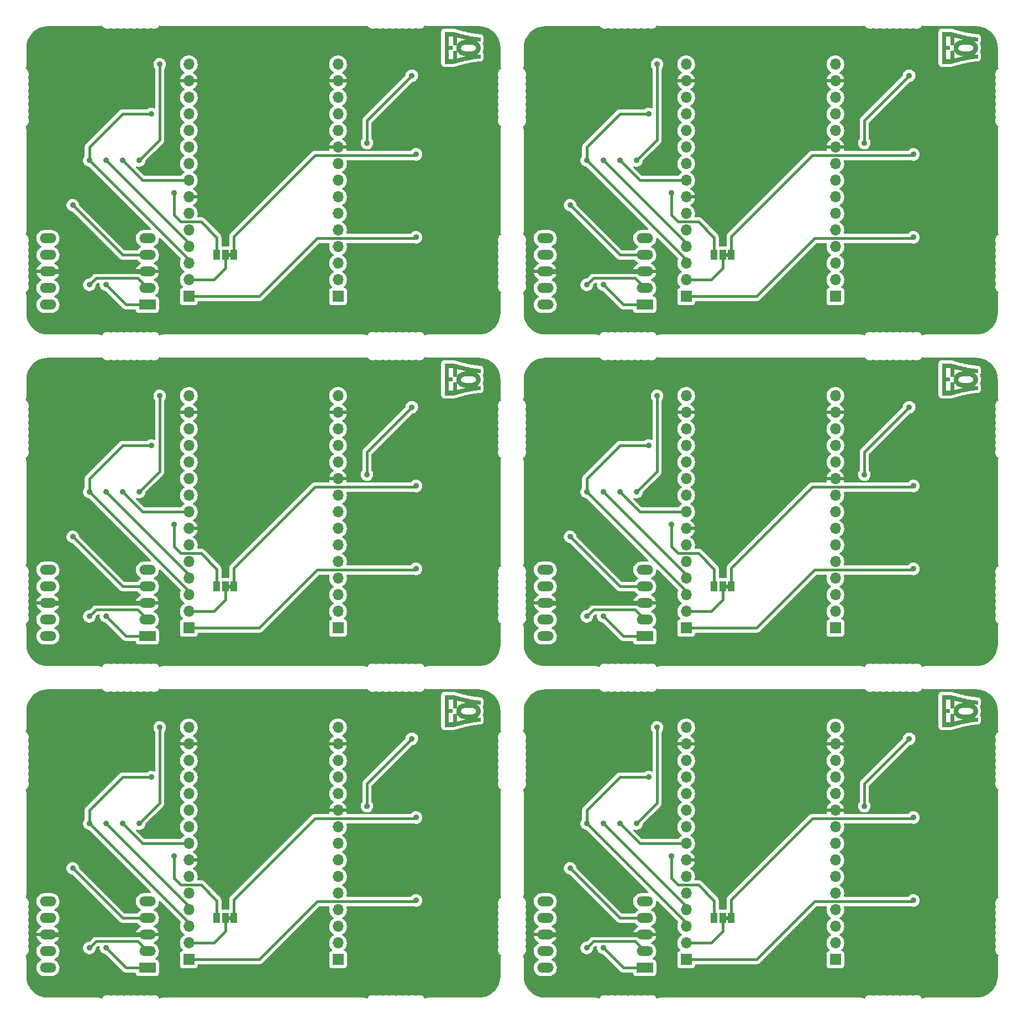
<source format=gbr>
%TF.GenerationSoftware,KiCad,Pcbnew,(5.99.0-9801-g46d71f0d23)*%
%TF.CreationDate,2021-03-17T23:59:57-04:00*%
%TF.ProjectId,PCB-S-Panelization,5043422d-532d-4506-916e-656c697a6174,rev?*%
%TF.SameCoordinates,Original*%
%TF.FileFunction,Copper,L2,Bot*%
%TF.FilePolarity,Positive*%
%FSLAX46Y46*%
G04 Gerber Fmt 4.6, Leading zero omitted, Abs format (unit mm)*
G04 Created by KiCad (PCBNEW (5.99.0-9801-g46d71f0d23)) date 2021-03-17 23:59:57*
%MOMM*%
%LPD*%
G01*
G04 APERTURE LIST*
%TA.AperFunction,EtchedComponent*%
%ADD10C,0.010000*%
%TD*%
%TA.AperFunction,ComponentPad*%
%ADD11R,1.700000X1.700000*%
%TD*%
%TA.AperFunction,ComponentPad*%
%ADD12O,1.700000X1.700000*%
%TD*%
%TA.AperFunction,SMDPad,CuDef*%
%ADD13R,1.000000X1.500000*%
%TD*%
%TA.AperFunction,ComponentPad*%
%ADD14R,2.524000X1.524000*%
%TD*%
%TA.AperFunction,ComponentPad*%
%ADD15O,2.524000X1.524000*%
%TD*%
%TA.AperFunction,ViaPad*%
%ADD16C,0.889000*%
%TD*%
%TA.AperFunction,Conductor*%
%ADD17C,0.381000*%
%TD*%
%TA.AperFunction,Conductor*%
%ADD18C,0.762000*%
%TD*%
G04 APERTURE END LIST*
D10*
%TO.C,G\u002A\u002A\u002A*%
X171347751Y-135768190D02*
X171414327Y-135746664D01*
X171414327Y-135746664D02*
X171469042Y-135729427D01*
X171469042Y-135729427D02*
X171534255Y-135709666D01*
X171534255Y-135709666D02*
X171608805Y-135687697D01*
X171608805Y-135687697D02*
X171691532Y-135663836D01*
X171691532Y-135663836D02*
X171781273Y-135638401D01*
X171781273Y-135638401D02*
X171876867Y-135611706D01*
X171876867Y-135611706D02*
X171977154Y-135584070D01*
X171977154Y-135584070D02*
X172080971Y-135555808D01*
X172080971Y-135555808D02*
X172187158Y-135527237D01*
X172187158Y-135527237D02*
X172294553Y-135498673D01*
X172294553Y-135498673D02*
X172401996Y-135470432D01*
X172401996Y-135470432D02*
X172508323Y-135442833D01*
X172508323Y-135442833D02*
X172612376Y-135416189D01*
X172612376Y-135416189D02*
X172712991Y-135390819D01*
X172712991Y-135390819D02*
X172791924Y-135371235D01*
X172791924Y-135371235D02*
X173059246Y-135306662D01*
X173059246Y-135306662D02*
X173315728Y-135247184D01*
X173315728Y-135247184D02*
X173561394Y-135192798D01*
X173561394Y-135192798D02*
X173796268Y-135143498D01*
X173796268Y-135143498D02*
X174020375Y-135099281D01*
X174020375Y-135099281D02*
X174233739Y-135060143D01*
X174233739Y-135060143D02*
X174436382Y-135026080D01*
X174436382Y-135026080D02*
X174628330Y-134997087D01*
X174628330Y-134997087D02*
X174809605Y-134973160D01*
X174809605Y-134973160D02*
X174980233Y-134954295D01*
X174980233Y-134954295D02*
X175140237Y-134940488D01*
X175140237Y-134940488D02*
X175289641Y-134931735D01*
X175289641Y-134931735D02*
X175322705Y-134930429D01*
X175322705Y-134930429D02*
X175438214Y-134926303D01*
X175438214Y-134926303D02*
X175438214Y-134412083D01*
X175438214Y-134412083D02*
X175358708Y-134412141D01*
X175358708Y-134412141D02*
X175274964Y-134413324D01*
X175274964Y-134413324D02*
X175181521Y-134416776D01*
X175181521Y-134416776D02*
X175078057Y-134422519D01*
X175078057Y-134422519D02*
X174964250Y-134430578D01*
X174964250Y-134430578D02*
X174839777Y-134440976D01*
X174839777Y-134440976D02*
X174704317Y-134453737D01*
X174704317Y-134453737D02*
X174557546Y-134468885D01*
X174557546Y-134468885D02*
X174498743Y-134475272D01*
X174498743Y-134475272D02*
X174490387Y-134475539D01*
X174490387Y-134475539D02*
X174492036Y-134473318D01*
X174492036Y-134473318D02*
X174504104Y-134468434D01*
X174504104Y-134468434D02*
X174527007Y-134460713D01*
X174527007Y-134460713D02*
X174553145Y-134452458D01*
X174553145Y-134452458D02*
X174681649Y-134408045D01*
X174681649Y-134408045D02*
X174799761Y-134357753D01*
X174799761Y-134357753D02*
X174907601Y-134301491D01*
X174907601Y-134301491D02*
X175005291Y-134239168D01*
X175005291Y-134239168D02*
X175092950Y-134170694D01*
X175092950Y-134170694D02*
X175170700Y-134095978D01*
X175170700Y-134095978D02*
X175238660Y-134014929D01*
X175238660Y-134014929D02*
X175296952Y-133927456D01*
X175296952Y-133927456D02*
X175328750Y-133869041D01*
X175328750Y-133869041D02*
X175364961Y-133788495D01*
X175364961Y-133788495D02*
X175393463Y-133706109D01*
X175393463Y-133706109D02*
X175414638Y-133620069D01*
X175414638Y-133620069D02*
X175428869Y-133528559D01*
X175428869Y-133528559D02*
X175436538Y-133429767D01*
X175436538Y-133429767D02*
X175438214Y-133350000D01*
X175438214Y-133350000D02*
X175435192Y-133244414D01*
X175435192Y-133244414D02*
X175425874Y-133147476D01*
X175425874Y-133147476D02*
X175409880Y-133057390D01*
X175409880Y-133057390D02*
X175386833Y-132972364D01*
X175386833Y-132972364D02*
X175356355Y-132890603D01*
X175356355Y-132890603D02*
X175328763Y-132831086D01*
X175328763Y-132831086D02*
X175298348Y-132774195D01*
X175298348Y-132774195D02*
X175266848Y-132723549D01*
X175266848Y-132723549D02*
X175231916Y-132675918D01*
X175231916Y-132675918D02*
X175191205Y-132628072D01*
X175191205Y-132628072D02*
X175148380Y-132582864D01*
X175148380Y-132582864D02*
X175072516Y-132512957D01*
X175072516Y-132512957D02*
X174988394Y-132449185D01*
X174988394Y-132449185D02*
X174895448Y-132391228D01*
X174895448Y-132391228D02*
X174793109Y-132338766D01*
X174793109Y-132338766D02*
X174680810Y-132291479D01*
X174680810Y-132291479D02*
X174557985Y-132249049D01*
X174557985Y-132249049D02*
X174553145Y-132247541D01*
X174553145Y-132247541D02*
X174521355Y-132237446D01*
X174521355Y-132237446D02*
X174500729Y-132230327D01*
X174500729Y-132230327D02*
X174490853Y-132226008D01*
X174490853Y-132226008D02*
X174491310Y-132224317D01*
X174491310Y-132224317D02*
X174498743Y-132224728D01*
X174498743Y-132224728D02*
X174649896Y-132240789D01*
X174649896Y-132240789D02*
X174789616Y-132254454D01*
X174789616Y-132254454D02*
X174918226Y-132265747D01*
X174918226Y-132265747D02*
X175036048Y-132274692D01*
X175036048Y-132274692D02*
X175143404Y-132281313D01*
X175143404Y-132281313D02*
X175240617Y-132285632D01*
X175240617Y-132285632D02*
X175328009Y-132287675D01*
X175328009Y-132287675D02*
X175358708Y-132287859D01*
X175358708Y-132287859D02*
X175438214Y-132287916D01*
X175438214Y-132287916D02*
X175438214Y-131771875D01*
X175438214Y-131771875D02*
X175388710Y-131771788D01*
X175388710Y-131771788D02*
X175354732Y-131771184D01*
X175354732Y-131771184D02*
X175311312Y-131769571D01*
X175311312Y-131769571D02*
X175260957Y-131767096D01*
X175260957Y-131767096D02*
X175206169Y-131763907D01*
X175206169Y-131763907D02*
X175149455Y-131760152D01*
X175149455Y-131760152D02*
X175093318Y-131755979D01*
X175093318Y-131755979D02*
X175040262Y-131751536D01*
X175040262Y-131751536D02*
X175030182Y-131750622D01*
X175030182Y-131750622D02*
X174872954Y-131734300D01*
X174872954Y-131734300D02*
X174705137Y-131713297D01*
X174705137Y-131713297D02*
X174527156Y-131687700D01*
X174527156Y-131687700D02*
X174454137Y-131675991D01*
X174454137Y-131675991D02*
X174454137Y-132215910D01*
X174454137Y-132215910D02*
X174459076Y-132218106D01*
X174459076Y-132218106D02*
X174458137Y-132219911D01*
X174458137Y-132219911D02*
X174451016Y-132220629D01*
X174451016Y-132220629D02*
X174450137Y-132219911D01*
X174450137Y-132219911D02*
X174450960Y-132216343D01*
X174450960Y-132216343D02*
X174454137Y-132215910D01*
X174454137Y-132215910D02*
X174454137Y-131675991D01*
X174454137Y-131675991D02*
X174339436Y-131657597D01*
X174339436Y-131657597D02*
X174142401Y-131623074D01*
X174142401Y-131623074D02*
X173936477Y-131584220D01*
X173936477Y-131584220D02*
X173722087Y-131541120D01*
X173722087Y-131541120D02*
X173499656Y-131493863D01*
X173499656Y-131493863D02*
X173269609Y-131442536D01*
X173269609Y-131442536D02*
X173032371Y-131387225D01*
X173032371Y-131387225D02*
X172788366Y-131328018D01*
X172788366Y-131328018D02*
X172538019Y-131265002D01*
X172538019Y-131265002D02*
X172281754Y-131198265D01*
X172281754Y-131198265D02*
X172089951Y-131146911D01*
X172089951Y-131146911D02*
X172029041Y-131130296D01*
X172029041Y-131130296D02*
X171963657Y-131112241D01*
X171963657Y-131112241D02*
X171895359Y-131093193D01*
X171895359Y-131093193D02*
X171825706Y-131073598D01*
X171825706Y-131073598D02*
X171756258Y-131053902D01*
X171756258Y-131053902D02*
X171688574Y-131034552D01*
X171688574Y-131034552D02*
X171624213Y-131015995D01*
X171624213Y-131015995D02*
X171564736Y-130998676D01*
X171564736Y-130998676D02*
X171511702Y-130983042D01*
X171511702Y-130983042D02*
X171466670Y-130969540D01*
X171466670Y-130969540D02*
X171431200Y-130958616D01*
X171431200Y-130958616D02*
X171422836Y-130955965D01*
X171422836Y-130955965D02*
X171347277Y-130931809D01*
X171347277Y-130931809D02*
X170517827Y-130931809D01*
X170517827Y-130931809D02*
X170517827Y-131567859D01*
X170517827Y-131567859D02*
X171321890Y-131567859D01*
X171321890Y-131567859D02*
X171321890Y-132887963D01*
X171321890Y-132887963D02*
X171837931Y-132887963D01*
X171837931Y-132887963D02*
X171837931Y-131695908D01*
X171837931Y-131695908D02*
X171908436Y-131716295D01*
X171908436Y-131716295D02*
X171983494Y-131737318D01*
X171983494Y-131737318D02*
X172069177Y-131760095D01*
X172069177Y-131760095D02*
X172164282Y-131784346D01*
X172164282Y-131784346D02*
X172267609Y-131809791D01*
X172267609Y-131809791D02*
X172377953Y-131836147D01*
X172377953Y-131836147D02*
X172494114Y-131863135D01*
X172494114Y-131863135D02*
X172614890Y-131890474D01*
X172614890Y-131890474D02*
X172739077Y-131917883D01*
X172739077Y-131917883D02*
X172865475Y-131945081D01*
X172865475Y-131945081D02*
X172992880Y-131971787D01*
X172992880Y-131971787D02*
X173071028Y-131987809D01*
X173071028Y-131987809D02*
X173119569Y-131997529D01*
X173119569Y-131997529D02*
X173175802Y-132008545D01*
X173175802Y-132008545D02*
X173238034Y-132020543D01*
X173238034Y-132020543D02*
X173304571Y-132033210D01*
X173304571Y-132033210D02*
X173373720Y-132046233D01*
X173373720Y-132046233D02*
X173443787Y-132059297D01*
X173443787Y-132059297D02*
X173513080Y-132072091D01*
X173513080Y-132072091D02*
X173579905Y-132084299D01*
X173579905Y-132084299D02*
X173642568Y-132095610D01*
X173642568Y-132095610D02*
X173699376Y-132105709D01*
X173699376Y-132105709D02*
X173748636Y-132114282D01*
X173748636Y-132114282D02*
X173788654Y-132121017D01*
X173788654Y-132121017D02*
X173804586Y-132123584D01*
X173804586Y-132123584D02*
X173831285Y-132127823D01*
X173831285Y-132127823D02*
X173852997Y-132131322D01*
X173852997Y-132131322D02*
X173867371Y-132133699D01*
X173867371Y-132133699D02*
X173872091Y-132134567D01*
X173872091Y-132134567D02*
X173866300Y-132134639D01*
X173866300Y-132134639D02*
X173849757Y-132134707D01*
X173849757Y-132134707D02*
X173823716Y-132134767D01*
X173823716Y-132134767D02*
X173789426Y-132134818D01*
X173789426Y-132134818D02*
X173748139Y-132134859D01*
X173748139Y-132134859D02*
X173701104Y-132134887D01*
X173701104Y-132134887D02*
X173649573Y-132134902D01*
X173649573Y-132134902D02*
X173624572Y-132134904D01*
X173624572Y-132134904D02*
X173591861Y-132134985D01*
X173591861Y-132134985D02*
X173591861Y-132771603D01*
X173591861Y-132771603D02*
X173655562Y-132771632D01*
X173655562Y-132771632D02*
X173718034Y-132772165D01*
X173718034Y-132772165D02*
X173777076Y-132773202D01*
X173777076Y-132773202D02*
X173830484Y-132774744D01*
X173830484Y-132774744D02*
X173876055Y-132776790D01*
X173876055Y-132776790D02*
X173908094Y-132779022D01*
X173908094Y-132779022D02*
X174041629Y-132793776D01*
X174041629Y-132793776D02*
X174164449Y-132813568D01*
X174164449Y-132813568D02*
X174276531Y-132838387D01*
X174276531Y-132838387D02*
X174377853Y-132868221D01*
X174377853Y-132868221D02*
X174468394Y-132903057D01*
X174468394Y-132903057D02*
X174548130Y-132942884D01*
X174548130Y-132942884D02*
X174617040Y-132987690D01*
X174617040Y-132987690D02*
X174675102Y-133037462D01*
X174675102Y-133037462D02*
X174722293Y-133092190D01*
X174722293Y-133092190D02*
X174758592Y-133151862D01*
X174758592Y-133151862D02*
X174783975Y-133216464D01*
X174783975Y-133216464D02*
X174793253Y-133253980D01*
X174793253Y-133253980D02*
X174799360Y-133299746D01*
X174799360Y-133299746D02*
X174801273Y-133351035D01*
X174801273Y-133351035D02*
X174798981Y-133402118D01*
X174798981Y-133402118D02*
X174793667Y-133441360D01*
X174793667Y-133441360D02*
X174774712Y-133509442D01*
X174774712Y-133509442D02*
X174744867Y-133572489D01*
X174744867Y-133572489D02*
X174704133Y-133630500D01*
X174704133Y-133630500D02*
X174652515Y-133683473D01*
X174652515Y-133683473D02*
X174590017Y-133731405D01*
X174590017Y-133731405D02*
X174516641Y-133774295D01*
X174516641Y-133774295D02*
X174454137Y-133802373D01*
X174454137Y-133802373D02*
X174454137Y-134478089D01*
X174454137Y-134478089D02*
X174459076Y-134480284D01*
X174459076Y-134480284D02*
X174458137Y-134482089D01*
X174458137Y-134482089D02*
X174451016Y-134482807D01*
X174451016Y-134482807D02*
X174450137Y-134482089D01*
X174450137Y-134482089D02*
X174450960Y-134478522D01*
X174450960Y-134478522D02*
X174454137Y-134478089D01*
X174454137Y-134478089D02*
X174454137Y-133802373D01*
X174454137Y-133802373D02*
X174432392Y-133812142D01*
X174432392Y-133812142D02*
X174337273Y-133844942D01*
X174337273Y-133844942D02*
X174231286Y-133872695D01*
X174231286Y-133872695D02*
X174114437Y-133895397D01*
X174114437Y-133895397D02*
X173986728Y-133913049D01*
X173986728Y-133913049D02*
X173908094Y-133920935D01*
X173908094Y-133920935D02*
X173871406Y-133923405D01*
X173871406Y-133923405D02*
X173824927Y-133925377D01*
X173824927Y-133925377D02*
X173770857Y-133926849D01*
X173770857Y-133926849D02*
X173711397Y-133927823D01*
X173711397Y-133927823D02*
X173648746Y-133928297D01*
X173648746Y-133928297D02*
X173585104Y-133928272D01*
X173585104Y-133928272D02*
X173522671Y-133927749D01*
X173522671Y-133927749D02*
X173463647Y-133926726D01*
X173463647Y-133926726D02*
X173410232Y-133925204D01*
X173410232Y-133925204D02*
X173364626Y-133923183D01*
X173364626Y-133923183D02*
X173332049Y-133920935D01*
X173332049Y-133920935D02*
X173199006Y-133906355D01*
X173199006Y-133906355D02*
X173076852Y-133886862D01*
X173076852Y-133886862D02*
X172965519Y-133862432D01*
X172965519Y-133862432D02*
X172864936Y-133833040D01*
X172864936Y-133833040D02*
X172775034Y-133798665D01*
X172775034Y-133798665D02*
X172695744Y-133759281D01*
X172695744Y-133759281D02*
X172626994Y-133714867D01*
X172626994Y-133714867D02*
X172568717Y-133665398D01*
X172568717Y-133665398D02*
X172566126Y-133662840D01*
X172566126Y-133662840D02*
X172518639Y-133607941D01*
X172518639Y-133607941D02*
X172482214Y-133548552D01*
X172482214Y-133548552D02*
X172456725Y-133484369D01*
X172456725Y-133484369D02*
X172442048Y-133415090D01*
X172442048Y-133415090D02*
X172437978Y-133350000D01*
X172437978Y-133350000D02*
X172443424Y-133275683D01*
X172443424Y-133275683D02*
X172459763Y-133206404D01*
X172459763Y-133206404D02*
X172486995Y-133142162D01*
X172486995Y-133142162D02*
X172525118Y-133082958D01*
X172525118Y-133082958D02*
X172574134Y-133028791D01*
X172574134Y-133028791D02*
X172634042Y-132979661D01*
X172634042Y-132979661D02*
X172704842Y-132935569D01*
X172704842Y-132935569D02*
X172786535Y-132896515D01*
X172786535Y-132896515D02*
X172879119Y-132862498D01*
X172879119Y-132862498D02*
X172982595Y-132833519D01*
X172982595Y-132833519D02*
X173096962Y-132809578D01*
X173096962Y-132809578D02*
X173222222Y-132790675D01*
X173222222Y-132790675D02*
X173332049Y-132779022D01*
X173332049Y-132779022D02*
X173368842Y-132776530D01*
X173368842Y-132776530D02*
X173415424Y-132774542D01*
X173415424Y-132774542D02*
X173469589Y-132773058D01*
X173469589Y-132773058D02*
X173529136Y-132772078D01*
X173529136Y-132772078D02*
X173591861Y-132771603D01*
X173591861Y-132771603D02*
X173591861Y-132134985D01*
X173591861Y-132134985D02*
X173545180Y-132135102D01*
X173545180Y-132135102D02*
X173475741Y-132135774D01*
X173475741Y-132135774D02*
X173414214Y-132137033D01*
X173414214Y-132137033D02*
X173358555Y-132138995D01*
X173358555Y-132138995D02*
X173306722Y-132141774D01*
X173306722Y-132141774D02*
X173256674Y-132145485D01*
X173256674Y-132145485D02*
X173206368Y-132150242D01*
X173206368Y-132150242D02*
X173153761Y-132156161D01*
X173153761Y-132156161D02*
X173096812Y-132163355D01*
X173096812Y-132163355D02*
X173081397Y-132165401D01*
X173081397Y-132165401D02*
X172928353Y-132189969D01*
X172928353Y-132189969D02*
X172784457Y-132221471D01*
X172784457Y-132221471D02*
X172649850Y-132259856D01*
X172649850Y-132259856D02*
X172524673Y-132305072D01*
X172524673Y-132305072D02*
X172409066Y-132357067D01*
X172409066Y-132357067D02*
X172303170Y-132415791D01*
X172303170Y-132415791D02*
X172207124Y-132481191D01*
X172207124Y-132481191D02*
X172194055Y-132491200D01*
X172194055Y-132491200D02*
X172163461Y-132516472D01*
X172163461Y-132516472D02*
X172129294Y-132547135D01*
X172129294Y-132547135D02*
X172094331Y-132580486D01*
X172094331Y-132580486D02*
X172061350Y-132613820D01*
X172061350Y-132613820D02*
X172033130Y-132644434D01*
X172033130Y-132644434D02*
X172017580Y-132662946D01*
X172017580Y-132662946D02*
X171957017Y-132748967D01*
X171957017Y-132748967D02*
X171905914Y-132841968D01*
X171905914Y-132841968D02*
X171864587Y-132941152D01*
X171864587Y-132941152D02*
X171833351Y-133045727D01*
X171833351Y-133045727D02*
X171812523Y-133154898D01*
X171812523Y-133154898D02*
X171808261Y-133189251D01*
X171808261Y-133189251D02*
X171805259Y-133226905D01*
X171805259Y-133226905D02*
X171803263Y-133273086D01*
X171803263Y-133273086D02*
X171802273Y-133324361D01*
X171802273Y-133324361D02*
X171802289Y-133377298D01*
X171802289Y-133377298D02*
X171803311Y-133428465D01*
X171803311Y-133428465D02*
X171805338Y-133474429D01*
X171805338Y-133474429D02*
X171808261Y-133510749D01*
X171808261Y-133510749D02*
X171826028Y-133623215D01*
X171826028Y-133623215D02*
X171854186Y-133729749D01*
X171854186Y-133729749D02*
X171892653Y-133830274D01*
X171892653Y-133830274D02*
X171941346Y-133924716D01*
X171941346Y-133924716D02*
X172000183Y-134013001D01*
X172000183Y-134013001D02*
X172069080Y-134095051D01*
X172069080Y-134095051D02*
X172147957Y-134170794D01*
X172147957Y-134170794D02*
X172236728Y-134240153D01*
X172236728Y-134240153D02*
X172335313Y-134303054D01*
X172335313Y-134303054D02*
X172443628Y-134359422D01*
X172443628Y-134359422D02*
X172561591Y-134409181D01*
X172561591Y-134409181D02*
X172689120Y-134452256D01*
X172689120Y-134452256D02*
X172826130Y-134488573D01*
X172826130Y-134488573D02*
X172903015Y-134505145D01*
X172903015Y-134505145D02*
X172981514Y-134519905D01*
X172981514Y-134519905D02*
X173057648Y-134532255D01*
X173057648Y-134532255D02*
X173133346Y-134542356D01*
X173133346Y-134542356D02*
X173210535Y-134550370D01*
X173210535Y-134550370D02*
X173291143Y-134556457D01*
X173291143Y-134556457D02*
X173377099Y-134560779D01*
X173377099Y-134560779D02*
X173470329Y-134563496D01*
X173470329Y-134563496D02*
X173572763Y-134564769D01*
X173572763Y-134564769D02*
X173618900Y-134564912D01*
X173618900Y-134564912D02*
X173872749Y-134565095D01*
X173872749Y-134565095D02*
X173807915Y-134575683D01*
X173807915Y-134575683D02*
X173699149Y-134593951D01*
X173699149Y-134593951D02*
X173584046Y-134614227D01*
X173584046Y-134614227D02*
X173463771Y-134636260D01*
X173463771Y-134636260D02*
X173339490Y-134659800D01*
X173339490Y-134659800D02*
X173212369Y-134684598D01*
X173212369Y-134684598D02*
X173083574Y-134710403D01*
X173083574Y-134710403D02*
X172954271Y-134736966D01*
X172954271Y-134736966D02*
X172825625Y-134764036D01*
X172825625Y-134764036D02*
X172698803Y-134791363D01*
X172698803Y-134791363D02*
X172574969Y-134818697D01*
X172574969Y-134818697D02*
X172455291Y-134845789D01*
X172455291Y-134845789D02*
X172340933Y-134872388D01*
X172340933Y-134872388D02*
X172233062Y-134898244D01*
X172233062Y-134898244D02*
X172132844Y-134923107D01*
X172132844Y-134923107D02*
X172041444Y-134946728D01*
X172041444Y-134946728D02*
X171960028Y-134968856D01*
X171960028Y-134968856D02*
X171916385Y-134981333D01*
X171916385Y-134981333D02*
X171837931Y-135004266D01*
X171837931Y-135004266D02*
X171837931Y-133812036D01*
X171837931Y-133812036D02*
X171321890Y-133812036D01*
X171321890Y-133812036D02*
X171321890Y-135132140D01*
X171321890Y-135132140D02*
X170517827Y-135132140D01*
X170517827Y-135132140D02*
X170517827Y-133608020D01*
X170517827Y-133608020D02*
X171117874Y-133608020D01*
X171117874Y-133608020D02*
X171117874Y-133091979D01*
X171117874Y-133091979D02*
X170517827Y-133091979D01*
X170517827Y-133091979D02*
X170517827Y-131567859D01*
X170517827Y-131567859D02*
X170517827Y-130931809D01*
X170517827Y-130931809D02*
X170001786Y-130931809D01*
X170001786Y-130931809D02*
X170001786Y-135768190D01*
X170001786Y-135768190D02*
X171347751Y-135768190D01*
X171347751Y-135768190D02*
X171347751Y-135768190D01*
G36*
X171422836Y-130955965D02*
G01*
X171431200Y-130958616D01*
X171466670Y-130969540D01*
X171511702Y-130983042D01*
X171564736Y-130998676D01*
X171624213Y-131015995D01*
X171688574Y-131034552D01*
X171756258Y-131053902D01*
X171825706Y-131073598D01*
X171895359Y-131093193D01*
X171963657Y-131112241D01*
X172029041Y-131130296D01*
X172089951Y-131146911D01*
X172281754Y-131198265D01*
X172538019Y-131265002D01*
X172788366Y-131328018D01*
X173032371Y-131387225D01*
X173269609Y-131442536D01*
X173499656Y-131493863D01*
X173722087Y-131541120D01*
X173936477Y-131584220D01*
X174142401Y-131623074D01*
X174339436Y-131657597D01*
X174454137Y-131675991D01*
X174527156Y-131687700D01*
X174705137Y-131713297D01*
X174872954Y-131734300D01*
X175030182Y-131750622D01*
X175040262Y-131751536D01*
X175093318Y-131755979D01*
X175149455Y-131760152D01*
X175206169Y-131763907D01*
X175260957Y-131767096D01*
X175311312Y-131769571D01*
X175354732Y-131771184D01*
X175388710Y-131771788D01*
X175438214Y-131771875D01*
X175438214Y-132287916D01*
X175358708Y-132287859D01*
X175328009Y-132287675D01*
X175240617Y-132285632D01*
X175143404Y-132281313D01*
X175036048Y-132274692D01*
X174918226Y-132265747D01*
X174789616Y-132254454D01*
X174649896Y-132240789D01*
X174498743Y-132224728D01*
X174491310Y-132224317D01*
X174490853Y-132226008D01*
X174500729Y-132230327D01*
X174521355Y-132237446D01*
X174553145Y-132247541D01*
X174557985Y-132249049D01*
X174680810Y-132291479D01*
X174793109Y-132338766D01*
X174895448Y-132391228D01*
X174988394Y-132449185D01*
X175072516Y-132512957D01*
X175148380Y-132582864D01*
X175191205Y-132628072D01*
X175231916Y-132675918D01*
X175266848Y-132723549D01*
X175298348Y-132774195D01*
X175328763Y-132831086D01*
X175356355Y-132890603D01*
X175386833Y-132972364D01*
X175409880Y-133057390D01*
X175425874Y-133147476D01*
X175435192Y-133244414D01*
X175438214Y-133350000D01*
X175436538Y-133429767D01*
X175428869Y-133528559D01*
X175414638Y-133620069D01*
X175393463Y-133706109D01*
X175364961Y-133788495D01*
X175328750Y-133869041D01*
X175296952Y-133927456D01*
X175238660Y-134014929D01*
X175170700Y-134095978D01*
X175092950Y-134170694D01*
X175005291Y-134239168D01*
X174907601Y-134301491D01*
X174799761Y-134357753D01*
X174681649Y-134408045D01*
X174553145Y-134452458D01*
X174527007Y-134460713D01*
X174504104Y-134468434D01*
X174492036Y-134473318D01*
X174490387Y-134475539D01*
X174498743Y-134475272D01*
X174557546Y-134468885D01*
X174704317Y-134453737D01*
X174839777Y-134440976D01*
X174964250Y-134430578D01*
X175078057Y-134422519D01*
X175181521Y-134416776D01*
X175274964Y-134413324D01*
X175358708Y-134412141D01*
X175438214Y-134412083D01*
X175438214Y-134926303D01*
X175322705Y-134930429D01*
X175289641Y-134931735D01*
X175140237Y-134940488D01*
X174980233Y-134954295D01*
X174809605Y-134973160D01*
X174628330Y-134997087D01*
X174436382Y-135026080D01*
X174233739Y-135060143D01*
X174020375Y-135099281D01*
X173796268Y-135143498D01*
X173561394Y-135192798D01*
X173315728Y-135247184D01*
X173059246Y-135306662D01*
X172791924Y-135371235D01*
X172712991Y-135390819D01*
X172612376Y-135416189D01*
X172508323Y-135442833D01*
X172401996Y-135470432D01*
X172294553Y-135498673D01*
X172187158Y-135527237D01*
X172080971Y-135555808D01*
X171977154Y-135584070D01*
X171876867Y-135611706D01*
X171781273Y-135638401D01*
X171691532Y-135663836D01*
X171608805Y-135687697D01*
X171534255Y-135709666D01*
X171469042Y-135729427D01*
X171414327Y-135746664D01*
X171347751Y-135768190D01*
X170001786Y-135768190D01*
X170001786Y-133608020D01*
X170517827Y-133608020D01*
X170517827Y-135132140D01*
X171321890Y-135132140D01*
X171321890Y-133812036D01*
X171837931Y-133812036D01*
X171837931Y-135004266D01*
X171916385Y-134981333D01*
X171960028Y-134968856D01*
X172041444Y-134946728D01*
X172132844Y-134923107D01*
X172233062Y-134898244D01*
X172340933Y-134872388D01*
X172455291Y-134845789D01*
X172574969Y-134818697D01*
X172698803Y-134791363D01*
X172825625Y-134764036D01*
X172954271Y-134736966D01*
X173083574Y-134710403D01*
X173212369Y-134684598D01*
X173339490Y-134659800D01*
X173463771Y-134636260D01*
X173584046Y-134614227D01*
X173699149Y-134593951D01*
X173807915Y-134575683D01*
X173872749Y-134565095D01*
X173618900Y-134564912D01*
X173572763Y-134564769D01*
X173470329Y-134563496D01*
X173377099Y-134560779D01*
X173291143Y-134556457D01*
X173210535Y-134550370D01*
X173133346Y-134542356D01*
X173057648Y-134532255D01*
X172981514Y-134519905D01*
X172903015Y-134505145D01*
X172826130Y-134488573D01*
X172801668Y-134482089D01*
X174450137Y-134482089D01*
X174451016Y-134482807D01*
X174458137Y-134482089D01*
X174459076Y-134480284D01*
X174454137Y-134478089D01*
X174450960Y-134478522D01*
X174450137Y-134482089D01*
X172801668Y-134482089D01*
X172689120Y-134452256D01*
X172561591Y-134409181D01*
X172443628Y-134359422D01*
X172335313Y-134303054D01*
X172236728Y-134240153D01*
X172147957Y-134170794D01*
X172069080Y-134095051D01*
X172000183Y-134013001D01*
X171941346Y-133924716D01*
X171892653Y-133830274D01*
X171854186Y-133729749D01*
X171826028Y-133623215D01*
X171808261Y-133510749D01*
X171805338Y-133474429D01*
X171803311Y-133428465D01*
X171802289Y-133377298D01*
X171802281Y-133350000D01*
X172437978Y-133350000D01*
X172442048Y-133415090D01*
X172456725Y-133484369D01*
X172482214Y-133548552D01*
X172518639Y-133607941D01*
X172566126Y-133662840D01*
X172568717Y-133665398D01*
X172626994Y-133714867D01*
X172695744Y-133759281D01*
X172775034Y-133798665D01*
X172864936Y-133833040D01*
X172965519Y-133862432D01*
X173076852Y-133886862D01*
X173199006Y-133906355D01*
X173332049Y-133920935D01*
X173364626Y-133923183D01*
X173410232Y-133925204D01*
X173463647Y-133926726D01*
X173522671Y-133927749D01*
X173585104Y-133928272D01*
X173648746Y-133928297D01*
X173711397Y-133927823D01*
X173770857Y-133926849D01*
X173824927Y-133925377D01*
X173871406Y-133923405D01*
X173908094Y-133920935D01*
X173986728Y-133913049D01*
X174114437Y-133895397D01*
X174231286Y-133872695D01*
X174337273Y-133844942D01*
X174432392Y-133812142D01*
X174454137Y-133802373D01*
X174516641Y-133774295D01*
X174590017Y-133731405D01*
X174652515Y-133683473D01*
X174704133Y-133630500D01*
X174744867Y-133572489D01*
X174774712Y-133509442D01*
X174793667Y-133441360D01*
X174798981Y-133402118D01*
X174801273Y-133351035D01*
X174799360Y-133299746D01*
X174793253Y-133253980D01*
X174783975Y-133216464D01*
X174758592Y-133151862D01*
X174722293Y-133092190D01*
X174675102Y-133037462D01*
X174617040Y-132987690D01*
X174548130Y-132942884D01*
X174468394Y-132903057D01*
X174377853Y-132868221D01*
X174276531Y-132838387D01*
X174164449Y-132813568D01*
X174041629Y-132793776D01*
X173908094Y-132779022D01*
X173876055Y-132776790D01*
X173830484Y-132774744D01*
X173777076Y-132773202D01*
X173718034Y-132772165D01*
X173655562Y-132771632D01*
X173591861Y-132771603D01*
X173529136Y-132772078D01*
X173469589Y-132773058D01*
X173415424Y-132774542D01*
X173368842Y-132776530D01*
X173332049Y-132779022D01*
X173222222Y-132790675D01*
X173096962Y-132809578D01*
X172982595Y-132833519D01*
X172879119Y-132862498D01*
X172786535Y-132896515D01*
X172704842Y-132935569D01*
X172634042Y-132979661D01*
X172574134Y-133028791D01*
X172525118Y-133082958D01*
X172486995Y-133142162D01*
X172459763Y-133206404D01*
X172443424Y-133275683D01*
X172437978Y-133350000D01*
X171802281Y-133350000D01*
X171802273Y-133324361D01*
X171803263Y-133273086D01*
X171805259Y-133226905D01*
X171808261Y-133189251D01*
X171812523Y-133154898D01*
X171833351Y-133045727D01*
X171864587Y-132941152D01*
X171905914Y-132841968D01*
X171957017Y-132748967D01*
X172017580Y-132662946D01*
X172033130Y-132644434D01*
X172061350Y-132613820D01*
X172094331Y-132580486D01*
X172129294Y-132547135D01*
X172163461Y-132516472D01*
X172194055Y-132491200D01*
X172207124Y-132481191D01*
X172303170Y-132415791D01*
X172409066Y-132357067D01*
X172524673Y-132305072D01*
X172649850Y-132259856D01*
X172784457Y-132221471D01*
X172791583Y-132219911D01*
X174450137Y-132219911D01*
X174451016Y-132220629D01*
X174458137Y-132219911D01*
X174459076Y-132218106D01*
X174454137Y-132215910D01*
X174450960Y-132216343D01*
X174450137Y-132219911D01*
X172791583Y-132219911D01*
X172928353Y-132189969D01*
X173081397Y-132165401D01*
X173096812Y-132163355D01*
X173153761Y-132156161D01*
X173206368Y-132150242D01*
X173256674Y-132145485D01*
X173306722Y-132141774D01*
X173358555Y-132138995D01*
X173414214Y-132137033D01*
X173475741Y-132135774D01*
X173545180Y-132135102D01*
X173591861Y-132134985D01*
X173624572Y-132134904D01*
X173649573Y-132134902D01*
X173701104Y-132134887D01*
X173748139Y-132134859D01*
X173789426Y-132134818D01*
X173823716Y-132134767D01*
X173849757Y-132134707D01*
X173866300Y-132134639D01*
X173872091Y-132134567D01*
X173867371Y-132133699D01*
X173852997Y-132131322D01*
X173831285Y-132127823D01*
X173804586Y-132123584D01*
X173788654Y-132121017D01*
X173748636Y-132114282D01*
X173699376Y-132105709D01*
X173642568Y-132095610D01*
X173579905Y-132084299D01*
X173513080Y-132072091D01*
X173443787Y-132059297D01*
X173373720Y-132046233D01*
X173304571Y-132033210D01*
X173238034Y-132020543D01*
X173175802Y-132008545D01*
X173119569Y-131997529D01*
X173071028Y-131987809D01*
X172992880Y-131971787D01*
X172865475Y-131945081D01*
X172739077Y-131917883D01*
X172614890Y-131890474D01*
X172494114Y-131863135D01*
X172377953Y-131836147D01*
X172267609Y-131809791D01*
X172164282Y-131784346D01*
X172069177Y-131760095D01*
X171983494Y-131737318D01*
X171908436Y-131716295D01*
X171837931Y-131695908D01*
X171837931Y-132887963D01*
X171321890Y-132887963D01*
X171321890Y-131567859D01*
X170517827Y-131567859D01*
X170517827Y-133091979D01*
X171117874Y-133091979D01*
X171117874Y-133608020D01*
X170517827Y-133608020D01*
X170001786Y-133608020D01*
X170001786Y-130931809D01*
X171347277Y-130931809D01*
X171422836Y-130955965D01*
G37*
X171422836Y-130955965D02*
X171431200Y-130958616D01*
X171466670Y-130969540D01*
X171511702Y-130983042D01*
X171564736Y-130998676D01*
X171624213Y-131015995D01*
X171688574Y-131034552D01*
X171756258Y-131053902D01*
X171825706Y-131073598D01*
X171895359Y-131093193D01*
X171963657Y-131112241D01*
X172029041Y-131130296D01*
X172089951Y-131146911D01*
X172281754Y-131198265D01*
X172538019Y-131265002D01*
X172788366Y-131328018D01*
X173032371Y-131387225D01*
X173269609Y-131442536D01*
X173499656Y-131493863D01*
X173722087Y-131541120D01*
X173936477Y-131584220D01*
X174142401Y-131623074D01*
X174339436Y-131657597D01*
X174454137Y-131675991D01*
X174527156Y-131687700D01*
X174705137Y-131713297D01*
X174872954Y-131734300D01*
X175030182Y-131750622D01*
X175040262Y-131751536D01*
X175093318Y-131755979D01*
X175149455Y-131760152D01*
X175206169Y-131763907D01*
X175260957Y-131767096D01*
X175311312Y-131769571D01*
X175354732Y-131771184D01*
X175388710Y-131771788D01*
X175438214Y-131771875D01*
X175438214Y-132287916D01*
X175358708Y-132287859D01*
X175328009Y-132287675D01*
X175240617Y-132285632D01*
X175143404Y-132281313D01*
X175036048Y-132274692D01*
X174918226Y-132265747D01*
X174789616Y-132254454D01*
X174649896Y-132240789D01*
X174498743Y-132224728D01*
X174491310Y-132224317D01*
X174490853Y-132226008D01*
X174500729Y-132230327D01*
X174521355Y-132237446D01*
X174553145Y-132247541D01*
X174557985Y-132249049D01*
X174680810Y-132291479D01*
X174793109Y-132338766D01*
X174895448Y-132391228D01*
X174988394Y-132449185D01*
X175072516Y-132512957D01*
X175148380Y-132582864D01*
X175191205Y-132628072D01*
X175231916Y-132675918D01*
X175266848Y-132723549D01*
X175298348Y-132774195D01*
X175328763Y-132831086D01*
X175356355Y-132890603D01*
X175386833Y-132972364D01*
X175409880Y-133057390D01*
X175425874Y-133147476D01*
X175435192Y-133244414D01*
X175438214Y-133350000D01*
X175436538Y-133429767D01*
X175428869Y-133528559D01*
X175414638Y-133620069D01*
X175393463Y-133706109D01*
X175364961Y-133788495D01*
X175328750Y-133869041D01*
X175296952Y-133927456D01*
X175238660Y-134014929D01*
X175170700Y-134095978D01*
X175092950Y-134170694D01*
X175005291Y-134239168D01*
X174907601Y-134301491D01*
X174799761Y-134357753D01*
X174681649Y-134408045D01*
X174553145Y-134452458D01*
X174527007Y-134460713D01*
X174504104Y-134468434D01*
X174492036Y-134473318D01*
X174490387Y-134475539D01*
X174498743Y-134475272D01*
X174557546Y-134468885D01*
X174704317Y-134453737D01*
X174839777Y-134440976D01*
X174964250Y-134430578D01*
X175078057Y-134422519D01*
X175181521Y-134416776D01*
X175274964Y-134413324D01*
X175358708Y-134412141D01*
X175438214Y-134412083D01*
X175438214Y-134926303D01*
X175322705Y-134930429D01*
X175289641Y-134931735D01*
X175140237Y-134940488D01*
X174980233Y-134954295D01*
X174809605Y-134973160D01*
X174628330Y-134997087D01*
X174436382Y-135026080D01*
X174233739Y-135060143D01*
X174020375Y-135099281D01*
X173796268Y-135143498D01*
X173561394Y-135192798D01*
X173315728Y-135247184D01*
X173059246Y-135306662D01*
X172791924Y-135371235D01*
X172712991Y-135390819D01*
X172612376Y-135416189D01*
X172508323Y-135442833D01*
X172401996Y-135470432D01*
X172294553Y-135498673D01*
X172187158Y-135527237D01*
X172080971Y-135555808D01*
X171977154Y-135584070D01*
X171876867Y-135611706D01*
X171781273Y-135638401D01*
X171691532Y-135663836D01*
X171608805Y-135687697D01*
X171534255Y-135709666D01*
X171469042Y-135729427D01*
X171414327Y-135746664D01*
X171347751Y-135768190D01*
X170001786Y-135768190D01*
X170001786Y-133608020D01*
X170517827Y-133608020D01*
X170517827Y-135132140D01*
X171321890Y-135132140D01*
X171321890Y-133812036D01*
X171837931Y-133812036D01*
X171837931Y-135004266D01*
X171916385Y-134981333D01*
X171960028Y-134968856D01*
X172041444Y-134946728D01*
X172132844Y-134923107D01*
X172233062Y-134898244D01*
X172340933Y-134872388D01*
X172455291Y-134845789D01*
X172574969Y-134818697D01*
X172698803Y-134791363D01*
X172825625Y-134764036D01*
X172954271Y-134736966D01*
X173083574Y-134710403D01*
X173212369Y-134684598D01*
X173339490Y-134659800D01*
X173463771Y-134636260D01*
X173584046Y-134614227D01*
X173699149Y-134593951D01*
X173807915Y-134575683D01*
X173872749Y-134565095D01*
X173618900Y-134564912D01*
X173572763Y-134564769D01*
X173470329Y-134563496D01*
X173377099Y-134560779D01*
X173291143Y-134556457D01*
X173210535Y-134550370D01*
X173133346Y-134542356D01*
X173057648Y-134532255D01*
X172981514Y-134519905D01*
X172903015Y-134505145D01*
X172826130Y-134488573D01*
X172801668Y-134482089D01*
X174450137Y-134482089D01*
X174451016Y-134482807D01*
X174458137Y-134482089D01*
X174459076Y-134480284D01*
X174454137Y-134478089D01*
X174450960Y-134478522D01*
X174450137Y-134482089D01*
X172801668Y-134482089D01*
X172689120Y-134452256D01*
X172561591Y-134409181D01*
X172443628Y-134359422D01*
X172335313Y-134303054D01*
X172236728Y-134240153D01*
X172147957Y-134170794D01*
X172069080Y-134095051D01*
X172000183Y-134013001D01*
X171941346Y-133924716D01*
X171892653Y-133830274D01*
X171854186Y-133729749D01*
X171826028Y-133623215D01*
X171808261Y-133510749D01*
X171805338Y-133474429D01*
X171803311Y-133428465D01*
X171802289Y-133377298D01*
X171802281Y-133350000D01*
X172437978Y-133350000D01*
X172442048Y-133415090D01*
X172456725Y-133484369D01*
X172482214Y-133548552D01*
X172518639Y-133607941D01*
X172566126Y-133662840D01*
X172568717Y-133665398D01*
X172626994Y-133714867D01*
X172695744Y-133759281D01*
X172775034Y-133798665D01*
X172864936Y-133833040D01*
X172965519Y-133862432D01*
X173076852Y-133886862D01*
X173199006Y-133906355D01*
X173332049Y-133920935D01*
X173364626Y-133923183D01*
X173410232Y-133925204D01*
X173463647Y-133926726D01*
X173522671Y-133927749D01*
X173585104Y-133928272D01*
X173648746Y-133928297D01*
X173711397Y-133927823D01*
X173770857Y-133926849D01*
X173824927Y-133925377D01*
X173871406Y-133923405D01*
X173908094Y-133920935D01*
X173986728Y-133913049D01*
X174114437Y-133895397D01*
X174231286Y-133872695D01*
X174337273Y-133844942D01*
X174432392Y-133812142D01*
X174454137Y-133802373D01*
X174516641Y-133774295D01*
X174590017Y-133731405D01*
X174652515Y-133683473D01*
X174704133Y-133630500D01*
X174744867Y-133572489D01*
X174774712Y-133509442D01*
X174793667Y-133441360D01*
X174798981Y-133402118D01*
X174801273Y-133351035D01*
X174799360Y-133299746D01*
X174793253Y-133253980D01*
X174783975Y-133216464D01*
X174758592Y-133151862D01*
X174722293Y-133092190D01*
X174675102Y-133037462D01*
X174617040Y-132987690D01*
X174548130Y-132942884D01*
X174468394Y-132903057D01*
X174377853Y-132868221D01*
X174276531Y-132838387D01*
X174164449Y-132813568D01*
X174041629Y-132793776D01*
X173908094Y-132779022D01*
X173876055Y-132776790D01*
X173830484Y-132774744D01*
X173777076Y-132773202D01*
X173718034Y-132772165D01*
X173655562Y-132771632D01*
X173591861Y-132771603D01*
X173529136Y-132772078D01*
X173469589Y-132773058D01*
X173415424Y-132774542D01*
X173368842Y-132776530D01*
X173332049Y-132779022D01*
X173222222Y-132790675D01*
X173096962Y-132809578D01*
X172982595Y-132833519D01*
X172879119Y-132862498D01*
X172786535Y-132896515D01*
X172704842Y-132935569D01*
X172634042Y-132979661D01*
X172574134Y-133028791D01*
X172525118Y-133082958D01*
X172486995Y-133142162D01*
X172459763Y-133206404D01*
X172443424Y-133275683D01*
X172437978Y-133350000D01*
X171802281Y-133350000D01*
X171802273Y-133324361D01*
X171803263Y-133273086D01*
X171805259Y-133226905D01*
X171808261Y-133189251D01*
X171812523Y-133154898D01*
X171833351Y-133045727D01*
X171864587Y-132941152D01*
X171905914Y-132841968D01*
X171957017Y-132748967D01*
X172017580Y-132662946D01*
X172033130Y-132644434D01*
X172061350Y-132613820D01*
X172094331Y-132580486D01*
X172129294Y-132547135D01*
X172163461Y-132516472D01*
X172194055Y-132491200D01*
X172207124Y-132481191D01*
X172303170Y-132415791D01*
X172409066Y-132357067D01*
X172524673Y-132305072D01*
X172649850Y-132259856D01*
X172784457Y-132221471D01*
X172791583Y-132219911D01*
X174450137Y-132219911D01*
X174451016Y-132220629D01*
X174458137Y-132219911D01*
X174459076Y-132218106D01*
X174454137Y-132215910D01*
X174450960Y-132216343D01*
X174450137Y-132219911D01*
X172791583Y-132219911D01*
X172928353Y-132189969D01*
X173081397Y-132165401D01*
X173096812Y-132163355D01*
X173153761Y-132156161D01*
X173206368Y-132150242D01*
X173256674Y-132145485D01*
X173306722Y-132141774D01*
X173358555Y-132138995D01*
X173414214Y-132137033D01*
X173475741Y-132135774D01*
X173545180Y-132135102D01*
X173591861Y-132134985D01*
X173624572Y-132134904D01*
X173649573Y-132134902D01*
X173701104Y-132134887D01*
X173748139Y-132134859D01*
X173789426Y-132134818D01*
X173823716Y-132134767D01*
X173849757Y-132134707D01*
X173866300Y-132134639D01*
X173872091Y-132134567D01*
X173867371Y-132133699D01*
X173852997Y-132131322D01*
X173831285Y-132127823D01*
X173804586Y-132123584D01*
X173788654Y-132121017D01*
X173748636Y-132114282D01*
X173699376Y-132105709D01*
X173642568Y-132095610D01*
X173579905Y-132084299D01*
X173513080Y-132072091D01*
X173443787Y-132059297D01*
X173373720Y-132046233D01*
X173304571Y-132033210D01*
X173238034Y-132020543D01*
X173175802Y-132008545D01*
X173119569Y-131997529D01*
X173071028Y-131987809D01*
X172992880Y-131971787D01*
X172865475Y-131945081D01*
X172739077Y-131917883D01*
X172614890Y-131890474D01*
X172494114Y-131863135D01*
X172377953Y-131836147D01*
X172267609Y-131809791D01*
X172164282Y-131784346D01*
X172069177Y-131760095D01*
X171983494Y-131737318D01*
X171908436Y-131716295D01*
X171837931Y-131695908D01*
X171837931Y-132887963D01*
X171321890Y-132887963D01*
X171321890Y-131567859D01*
X170517827Y-131567859D01*
X170517827Y-133091979D01*
X171117874Y-133091979D01*
X171117874Y-133608020D01*
X170517827Y-133608020D01*
X170001786Y-133608020D01*
X170001786Y-130931809D01*
X171347277Y-130931809D01*
X171422836Y-130955965D01*
%TO.C,JP1*%
G36*
X137298000Y-165400000D02*
G01*
X136798000Y-165400000D01*
X136798000Y-164800000D01*
X137298000Y-164800000D01*
X137298000Y-165400000D01*
G37*
%TO.C,G\u002A\u002A\u002A*%
X95147751Y-135768190D02*
X95214327Y-135746664D01*
X95214327Y-135746664D02*
X95269042Y-135729427D01*
X95269042Y-135729427D02*
X95334255Y-135709666D01*
X95334255Y-135709666D02*
X95408805Y-135687697D01*
X95408805Y-135687697D02*
X95491532Y-135663836D01*
X95491532Y-135663836D02*
X95581273Y-135638401D01*
X95581273Y-135638401D02*
X95676867Y-135611706D01*
X95676867Y-135611706D02*
X95777154Y-135584070D01*
X95777154Y-135584070D02*
X95880971Y-135555808D01*
X95880971Y-135555808D02*
X95987158Y-135527237D01*
X95987158Y-135527237D02*
X96094553Y-135498673D01*
X96094553Y-135498673D02*
X96201996Y-135470432D01*
X96201996Y-135470432D02*
X96308323Y-135442833D01*
X96308323Y-135442833D02*
X96412376Y-135416189D01*
X96412376Y-135416189D02*
X96512991Y-135390819D01*
X96512991Y-135390819D02*
X96591924Y-135371235D01*
X96591924Y-135371235D02*
X96859246Y-135306662D01*
X96859246Y-135306662D02*
X97115728Y-135247184D01*
X97115728Y-135247184D02*
X97361394Y-135192798D01*
X97361394Y-135192798D02*
X97596268Y-135143498D01*
X97596268Y-135143498D02*
X97820375Y-135099281D01*
X97820375Y-135099281D02*
X98033739Y-135060143D01*
X98033739Y-135060143D02*
X98236382Y-135026080D01*
X98236382Y-135026080D02*
X98428330Y-134997087D01*
X98428330Y-134997087D02*
X98609605Y-134973160D01*
X98609605Y-134973160D02*
X98780233Y-134954295D01*
X98780233Y-134954295D02*
X98940237Y-134940488D01*
X98940237Y-134940488D02*
X99089641Y-134931735D01*
X99089641Y-134931735D02*
X99122705Y-134930429D01*
X99122705Y-134930429D02*
X99238214Y-134926303D01*
X99238214Y-134926303D02*
X99238214Y-134412083D01*
X99238214Y-134412083D02*
X99158708Y-134412141D01*
X99158708Y-134412141D02*
X99074964Y-134413324D01*
X99074964Y-134413324D02*
X98981521Y-134416776D01*
X98981521Y-134416776D02*
X98878057Y-134422519D01*
X98878057Y-134422519D02*
X98764250Y-134430578D01*
X98764250Y-134430578D02*
X98639777Y-134440976D01*
X98639777Y-134440976D02*
X98504317Y-134453737D01*
X98504317Y-134453737D02*
X98357546Y-134468885D01*
X98357546Y-134468885D02*
X98298743Y-134475272D01*
X98298743Y-134475272D02*
X98290387Y-134475539D01*
X98290387Y-134475539D02*
X98292036Y-134473318D01*
X98292036Y-134473318D02*
X98304104Y-134468434D01*
X98304104Y-134468434D02*
X98327007Y-134460713D01*
X98327007Y-134460713D02*
X98353145Y-134452458D01*
X98353145Y-134452458D02*
X98481649Y-134408045D01*
X98481649Y-134408045D02*
X98599761Y-134357753D01*
X98599761Y-134357753D02*
X98707601Y-134301491D01*
X98707601Y-134301491D02*
X98805291Y-134239168D01*
X98805291Y-134239168D02*
X98892950Y-134170694D01*
X98892950Y-134170694D02*
X98970700Y-134095978D01*
X98970700Y-134095978D02*
X99038660Y-134014929D01*
X99038660Y-134014929D02*
X99096952Y-133927456D01*
X99096952Y-133927456D02*
X99128750Y-133869041D01*
X99128750Y-133869041D02*
X99164961Y-133788495D01*
X99164961Y-133788495D02*
X99193463Y-133706109D01*
X99193463Y-133706109D02*
X99214638Y-133620069D01*
X99214638Y-133620069D02*
X99228869Y-133528559D01*
X99228869Y-133528559D02*
X99236538Y-133429767D01*
X99236538Y-133429767D02*
X99238214Y-133350000D01*
X99238214Y-133350000D02*
X99235192Y-133244414D01*
X99235192Y-133244414D02*
X99225874Y-133147476D01*
X99225874Y-133147476D02*
X99209880Y-133057390D01*
X99209880Y-133057390D02*
X99186833Y-132972364D01*
X99186833Y-132972364D02*
X99156355Y-132890603D01*
X99156355Y-132890603D02*
X99128763Y-132831086D01*
X99128763Y-132831086D02*
X99098348Y-132774195D01*
X99098348Y-132774195D02*
X99066848Y-132723549D01*
X99066848Y-132723549D02*
X99031916Y-132675918D01*
X99031916Y-132675918D02*
X98991205Y-132628072D01*
X98991205Y-132628072D02*
X98948380Y-132582864D01*
X98948380Y-132582864D02*
X98872516Y-132512957D01*
X98872516Y-132512957D02*
X98788394Y-132449185D01*
X98788394Y-132449185D02*
X98695448Y-132391228D01*
X98695448Y-132391228D02*
X98593109Y-132338766D01*
X98593109Y-132338766D02*
X98480810Y-132291479D01*
X98480810Y-132291479D02*
X98357985Y-132249049D01*
X98357985Y-132249049D02*
X98353145Y-132247541D01*
X98353145Y-132247541D02*
X98321355Y-132237446D01*
X98321355Y-132237446D02*
X98300729Y-132230327D01*
X98300729Y-132230327D02*
X98290853Y-132226008D01*
X98290853Y-132226008D02*
X98291310Y-132224317D01*
X98291310Y-132224317D02*
X98298743Y-132224728D01*
X98298743Y-132224728D02*
X98449896Y-132240789D01*
X98449896Y-132240789D02*
X98589616Y-132254454D01*
X98589616Y-132254454D02*
X98718226Y-132265747D01*
X98718226Y-132265747D02*
X98836048Y-132274692D01*
X98836048Y-132274692D02*
X98943404Y-132281313D01*
X98943404Y-132281313D02*
X99040617Y-132285632D01*
X99040617Y-132285632D02*
X99128009Y-132287675D01*
X99128009Y-132287675D02*
X99158708Y-132287859D01*
X99158708Y-132287859D02*
X99238214Y-132287916D01*
X99238214Y-132287916D02*
X99238214Y-131771875D01*
X99238214Y-131771875D02*
X99188710Y-131771788D01*
X99188710Y-131771788D02*
X99154732Y-131771184D01*
X99154732Y-131771184D02*
X99111312Y-131769571D01*
X99111312Y-131769571D02*
X99060957Y-131767096D01*
X99060957Y-131767096D02*
X99006169Y-131763907D01*
X99006169Y-131763907D02*
X98949455Y-131760152D01*
X98949455Y-131760152D02*
X98893318Y-131755979D01*
X98893318Y-131755979D02*
X98840262Y-131751536D01*
X98840262Y-131751536D02*
X98830182Y-131750622D01*
X98830182Y-131750622D02*
X98672954Y-131734300D01*
X98672954Y-131734300D02*
X98505137Y-131713297D01*
X98505137Y-131713297D02*
X98327156Y-131687700D01*
X98327156Y-131687700D02*
X98254137Y-131675991D01*
X98254137Y-131675991D02*
X98254137Y-132215910D01*
X98254137Y-132215910D02*
X98259076Y-132218106D01*
X98259076Y-132218106D02*
X98258137Y-132219911D01*
X98258137Y-132219911D02*
X98251016Y-132220629D01*
X98251016Y-132220629D02*
X98250137Y-132219911D01*
X98250137Y-132219911D02*
X98250960Y-132216343D01*
X98250960Y-132216343D02*
X98254137Y-132215910D01*
X98254137Y-132215910D02*
X98254137Y-131675991D01*
X98254137Y-131675991D02*
X98139436Y-131657597D01*
X98139436Y-131657597D02*
X97942401Y-131623074D01*
X97942401Y-131623074D02*
X97736477Y-131584220D01*
X97736477Y-131584220D02*
X97522087Y-131541120D01*
X97522087Y-131541120D02*
X97299656Y-131493863D01*
X97299656Y-131493863D02*
X97069609Y-131442536D01*
X97069609Y-131442536D02*
X96832371Y-131387225D01*
X96832371Y-131387225D02*
X96588366Y-131328018D01*
X96588366Y-131328018D02*
X96338019Y-131265002D01*
X96338019Y-131265002D02*
X96081754Y-131198265D01*
X96081754Y-131198265D02*
X95889951Y-131146911D01*
X95889951Y-131146911D02*
X95829041Y-131130296D01*
X95829041Y-131130296D02*
X95763657Y-131112241D01*
X95763657Y-131112241D02*
X95695359Y-131093193D01*
X95695359Y-131093193D02*
X95625706Y-131073598D01*
X95625706Y-131073598D02*
X95556258Y-131053902D01*
X95556258Y-131053902D02*
X95488574Y-131034552D01*
X95488574Y-131034552D02*
X95424213Y-131015995D01*
X95424213Y-131015995D02*
X95364736Y-130998676D01*
X95364736Y-130998676D02*
X95311702Y-130983042D01*
X95311702Y-130983042D02*
X95266670Y-130969540D01*
X95266670Y-130969540D02*
X95231200Y-130958616D01*
X95231200Y-130958616D02*
X95222836Y-130955965D01*
X95222836Y-130955965D02*
X95147277Y-130931809D01*
X95147277Y-130931809D02*
X94317827Y-130931809D01*
X94317827Y-130931809D02*
X94317827Y-131567859D01*
X94317827Y-131567859D02*
X95121890Y-131567859D01*
X95121890Y-131567859D02*
X95121890Y-132887963D01*
X95121890Y-132887963D02*
X95637931Y-132887963D01*
X95637931Y-132887963D02*
X95637931Y-131695908D01*
X95637931Y-131695908D02*
X95708436Y-131716295D01*
X95708436Y-131716295D02*
X95783494Y-131737318D01*
X95783494Y-131737318D02*
X95869177Y-131760095D01*
X95869177Y-131760095D02*
X95964282Y-131784346D01*
X95964282Y-131784346D02*
X96067609Y-131809791D01*
X96067609Y-131809791D02*
X96177953Y-131836147D01*
X96177953Y-131836147D02*
X96294114Y-131863135D01*
X96294114Y-131863135D02*
X96414890Y-131890474D01*
X96414890Y-131890474D02*
X96539077Y-131917883D01*
X96539077Y-131917883D02*
X96665475Y-131945081D01*
X96665475Y-131945081D02*
X96792880Y-131971787D01*
X96792880Y-131971787D02*
X96871028Y-131987809D01*
X96871028Y-131987809D02*
X96919569Y-131997529D01*
X96919569Y-131997529D02*
X96975802Y-132008545D01*
X96975802Y-132008545D02*
X97038034Y-132020543D01*
X97038034Y-132020543D02*
X97104571Y-132033210D01*
X97104571Y-132033210D02*
X97173720Y-132046233D01*
X97173720Y-132046233D02*
X97243787Y-132059297D01*
X97243787Y-132059297D02*
X97313080Y-132072091D01*
X97313080Y-132072091D02*
X97379905Y-132084299D01*
X97379905Y-132084299D02*
X97442568Y-132095610D01*
X97442568Y-132095610D02*
X97499376Y-132105709D01*
X97499376Y-132105709D02*
X97548636Y-132114282D01*
X97548636Y-132114282D02*
X97588654Y-132121017D01*
X97588654Y-132121017D02*
X97604586Y-132123584D01*
X97604586Y-132123584D02*
X97631285Y-132127823D01*
X97631285Y-132127823D02*
X97652997Y-132131322D01*
X97652997Y-132131322D02*
X97667371Y-132133699D01*
X97667371Y-132133699D02*
X97672091Y-132134567D01*
X97672091Y-132134567D02*
X97666300Y-132134639D01*
X97666300Y-132134639D02*
X97649757Y-132134707D01*
X97649757Y-132134707D02*
X97623716Y-132134767D01*
X97623716Y-132134767D02*
X97589426Y-132134818D01*
X97589426Y-132134818D02*
X97548139Y-132134859D01*
X97548139Y-132134859D02*
X97501104Y-132134887D01*
X97501104Y-132134887D02*
X97449573Y-132134902D01*
X97449573Y-132134902D02*
X97424572Y-132134904D01*
X97424572Y-132134904D02*
X97391861Y-132134985D01*
X97391861Y-132134985D02*
X97391861Y-132771603D01*
X97391861Y-132771603D02*
X97455562Y-132771632D01*
X97455562Y-132771632D02*
X97518034Y-132772165D01*
X97518034Y-132772165D02*
X97577076Y-132773202D01*
X97577076Y-132773202D02*
X97630484Y-132774744D01*
X97630484Y-132774744D02*
X97676055Y-132776790D01*
X97676055Y-132776790D02*
X97708094Y-132779022D01*
X97708094Y-132779022D02*
X97841629Y-132793776D01*
X97841629Y-132793776D02*
X97964449Y-132813568D01*
X97964449Y-132813568D02*
X98076531Y-132838387D01*
X98076531Y-132838387D02*
X98177853Y-132868221D01*
X98177853Y-132868221D02*
X98268394Y-132903057D01*
X98268394Y-132903057D02*
X98348130Y-132942884D01*
X98348130Y-132942884D02*
X98417040Y-132987690D01*
X98417040Y-132987690D02*
X98475102Y-133037462D01*
X98475102Y-133037462D02*
X98522293Y-133092190D01*
X98522293Y-133092190D02*
X98558592Y-133151862D01*
X98558592Y-133151862D02*
X98583975Y-133216464D01*
X98583975Y-133216464D02*
X98593253Y-133253980D01*
X98593253Y-133253980D02*
X98599360Y-133299746D01*
X98599360Y-133299746D02*
X98601273Y-133351035D01*
X98601273Y-133351035D02*
X98598981Y-133402118D01*
X98598981Y-133402118D02*
X98593667Y-133441360D01*
X98593667Y-133441360D02*
X98574712Y-133509442D01*
X98574712Y-133509442D02*
X98544867Y-133572489D01*
X98544867Y-133572489D02*
X98504133Y-133630500D01*
X98504133Y-133630500D02*
X98452515Y-133683473D01*
X98452515Y-133683473D02*
X98390017Y-133731405D01*
X98390017Y-133731405D02*
X98316641Y-133774295D01*
X98316641Y-133774295D02*
X98254137Y-133802373D01*
X98254137Y-133802373D02*
X98254137Y-134478089D01*
X98254137Y-134478089D02*
X98259076Y-134480284D01*
X98259076Y-134480284D02*
X98258137Y-134482089D01*
X98258137Y-134482089D02*
X98251016Y-134482807D01*
X98251016Y-134482807D02*
X98250137Y-134482089D01*
X98250137Y-134482089D02*
X98250960Y-134478522D01*
X98250960Y-134478522D02*
X98254137Y-134478089D01*
X98254137Y-134478089D02*
X98254137Y-133802373D01*
X98254137Y-133802373D02*
X98232392Y-133812142D01*
X98232392Y-133812142D02*
X98137273Y-133844942D01*
X98137273Y-133844942D02*
X98031286Y-133872695D01*
X98031286Y-133872695D02*
X97914437Y-133895397D01*
X97914437Y-133895397D02*
X97786728Y-133913049D01*
X97786728Y-133913049D02*
X97708094Y-133920935D01*
X97708094Y-133920935D02*
X97671406Y-133923405D01*
X97671406Y-133923405D02*
X97624927Y-133925377D01*
X97624927Y-133925377D02*
X97570857Y-133926849D01*
X97570857Y-133926849D02*
X97511397Y-133927823D01*
X97511397Y-133927823D02*
X97448746Y-133928297D01*
X97448746Y-133928297D02*
X97385104Y-133928272D01*
X97385104Y-133928272D02*
X97322671Y-133927749D01*
X97322671Y-133927749D02*
X97263647Y-133926726D01*
X97263647Y-133926726D02*
X97210232Y-133925204D01*
X97210232Y-133925204D02*
X97164626Y-133923183D01*
X97164626Y-133923183D02*
X97132049Y-133920935D01*
X97132049Y-133920935D02*
X96999006Y-133906355D01*
X96999006Y-133906355D02*
X96876852Y-133886862D01*
X96876852Y-133886862D02*
X96765519Y-133862432D01*
X96765519Y-133862432D02*
X96664936Y-133833040D01*
X96664936Y-133833040D02*
X96575034Y-133798665D01*
X96575034Y-133798665D02*
X96495744Y-133759281D01*
X96495744Y-133759281D02*
X96426994Y-133714867D01*
X96426994Y-133714867D02*
X96368717Y-133665398D01*
X96368717Y-133665398D02*
X96366126Y-133662840D01*
X96366126Y-133662840D02*
X96318639Y-133607941D01*
X96318639Y-133607941D02*
X96282214Y-133548552D01*
X96282214Y-133548552D02*
X96256725Y-133484369D01*
X96256725Y-133484369D02*
X96242048Y-133415090D01*
X96242048Y-133415090D02*
X96237978Y-133350000D01*
X96237978Y-133350000D02*
X96243424Y-133275683D01*
X96243424Y-133275683D02*
X96259763Y-133206404D01*
X96259763Y-133206404D02*
X96286995Y-133142162D01*
X96286995Y-133142162D02*
X96325118Y-133082958D01*
X96325118Y-133082958D02*
X96374134Y-133028791D01*
X96374134Y-133028791D02*
X96434042Y-132979661D01*
X96434042Y-132979661D02*
X96504842Y-132935569D01*
X96504842Y-132935569D02*
X96586535Y-132896515D01*
X96586535Y-132896515D02*
X96679119Y-132862498D01*
X96679119Y-132862498D02*
X96782595Y-132833519D01*
X96782595Y-132833519D02*
X96896962Y-132809578D01*
X96896962Y-132809578D02*
X97022222Y-132790675D01*
X97022222Y-132790675D02*
X97132049Y-132779022D01*
X97132049Y-132779022D02*
X97168842Y-132776530D01*
X97168842Y-132776530D02*
X97215424Y-132774542D01*
X97215424Y-132774542D02*
X97269589Y-132773058D01*
X97269589Y-132773058D02*
X97329136Y-132772078D01*
X97329136Y-132772078D02*
X97391861Y-132771603D01*
X97391861Y-132771603D02*
X97391861Y-132134985D01*
X97391861Y-132134985D02*
X97345180Y-132135102D01*
X97345180Y-132135102D02*
X97275741Y-132135774D01*
X97275741Y-132135774D02*
X97214214Y-132137033D01*
X97214214Y-132137033D02*
X97158555Y-132138995D01*
X97158555Y-132138995D02*
X97106722Y-132141774D01*
X97106722Y-132141774D02*
X97056674Y-132145485D01*
X97056674Y-132145485D02*
X97006368Y-132150242D01*
X97006368Y-132150242D02*
X96953761Y-132156161D01*
X96953761Y-132156161D02*
X96896812Y-132163355D01*
X96896812Y-132163355D02*
X96881397Y-132165401D01*
X96881397Y-132165401D02*
X96728353Y-132189969D01*
X96728353Y-132189969D02*
X96584457Y-132221471D01*
X96584457Y-132221471D02*
X96449850Y-132259856D01*
X96449850Y-132259856D02*
X96324673Y-132305072D01*
X96324673Y-132305072D02*
X96209066Y-132357067D01*
X96209066Y-132357067D02*
X96103170Y-132415791D01*
X96103170Y-132415791D02*
X96007124Y-132481191D01*
X96007124Y-132481191D02*
X95994055Y-132491200D01*
X95994055Y-132491200D02*
X95963461Y-132516472D01*
X95963461Y-132516472D02*
X95929294Y-132547135D01*
X95929294Y-132547135D02*
X95894331Y-132580486D01*
X95894331Y-132580486D02*
X95861350Y-132613820D01*
X95861350Y-132613820D02*
X95833130Y-132644434D01*
X95833130Y-132644434D02*
X95817580Y-132662946D01*
X95817580Y-132662946D02*
X95757017Y-132748967D01*
X95757017Y-132748967D02*
X95705914Y-132841968D01*
X95705914Y-132841968D02*
X95664587Y-132941152D01*
X95664587Y-132941152D02*
X95633351Y-133045727D01*
X95633351Y-133045727D02*
X95612523Y-133154898D01*
X95612523Y-133154898D02*
X95608261Y-133189251D01*
X95608261Y-133189251D02*
X95605259Y-133226905D01*
X95605259Y-133226905D02*
X95603263Y-133273086D01*
X95603263Y-133273086D02*
X95602273Y-133324361D01*
X95602273Y-133324361D02*
X95602289Y-133377298D01*
X95602289Y-133377298D02*
X95603311Y-133428465D01*
X95603311Y-133428465D02*
X95605338Y-133474429D01*
X95605338Y-133474429D02*
X95608261Y-133510749D01*
X95608261Y-133510749D02*
X95626028Y-133623215D01*
X95626028Y-133623215D02*
X95654186Y-133729749D01*
X95654186Y-133729749D02*
X95692653Y-133830274D01*
X95692653Y-133830274D02*
X95741346Y-133924716D01*
X95741346Y-133924716D02*
X95800183Y-134013001D01*
X95800183Y-134013001D02*
X95869080Y-134095051D01*
X95869080Y-134095051D02*
X95947957Y-134170794D01*
X95947957Y-134170794D02*
X96036728Y-134240153D01*
X96036728Y-134240153D02*
X96135313Y-134303054D01*
X96135313Y-134303054D02*
X96243628Y-134359422D01*
X96243628Y-134359422D02*
X96361591Y-134409181D01*
X96361591Y-134409181D02*
X96489120Y-134452256D01*
X96489120Y-134452256D02*
X96626130Y-134488573D01*
X96626130Y-134488573D02*
X96703015Y-134505145D01*
X96703015Y-134505145D02*
X96781514Y-134519905D01*
X96781514Y-134519905D02*
X96857648Y-134532255D01*
X96857648Y-134532255D02*
X96933346Y-134542356D01*
X96933346Y-134542356D02*
X97010535Y-134550370D01*
X97010535Y-134550370D02*
X97091143Y-134556457D01*
X97091143Y-134556457D02*
X97177099Y-134560779D01*
X97177099Y-134560779D02*
X97270329Y-134563496D01*
X97270329Y-134563496D02*
X97372763Y-134564769D01*
X97372763Y-134564769D02*
X97418900Y-134564912D01*
X97418900Y-134564912D02*
X97672749Y-134565095D01*
X97672749Y-134565095D02*
X97607915Y-134575683D01*
X97607915Y-134575683D02*
X97499149Y-134593951D01*
X97499149Y-134593951D02*
X97384046Y-134614227D01*
X97384046Y-134614227D02*
X97263771Y-134636260D01*
X97263771Y-134636260D02*
X97139490Y-134659800D01*
X97139490Y-134659800D02*
X97012369Y-134684598D01*
X97012369Y-134684598D02*
X96883574Y-134710403D01*
X96883574Y-134710403D02*
X96754271Y-134736966D01*
X96754271Y-134736966D02*
X96625625Y-134764036D01*
X96625625Y-134764036D02*
X96498803Y-134791363D01*
X96498803Y-134791363D02*
X96374969Y-134818697D01*
X96374969Y-134818697D02*
X96255291Y-134845789D01*
X96255291Y-134845789D02*
X96140933Y-134872388D01*
X96140933Y-134872388D02*
X96033062Y-134898244D01*
X96033062Y-134898244D02*
X95932844Y-134923107D01*
X95932844Y-134923107D02*
X95841444Y-134946728D01*
X95841444Y-134946728D02*
X95760028Y-134968856D01*
X95760028Y-134968856D02*
X95716385Y-134981333D01*
X95716385Y-134981333D02*
X95637931Y-135004266D01*
X95637931Y-135004266D02*
X95637931Y-133812036D01*
X95637931Y-133812036D02*
X95121890Y-133812036D01*
X95121890Y-133812036D02*
X95121890Y-135132140D01*
X95121890Y-135132140D02*
X94317827Y-135132140D01*
X94317827Y-135132140D02*
X94317827Y-133608020D01*
X94317827Y-133608020D02*
X94917874Y-133608020D01*
X94917874Y-133608020D02*
X94917874Y-133091979D01*
X94917874Y-133091979D02*
X94317827Y-133091979D01*
X94317827Y-133091979D02*
X94317827Y-131567859D01*
X94317827Y-131567859D02*
X94317827Y-130931809D01*
X94317827Y-130931809D02*
X93801786Y-130931809D01*
X93801786Y-130931809D02*
X93801786Y-135768190D01*
X93801786Y-135768190D02*
X95147751Y-135768190D01*
X95147751Y-135768190D02*
X95147751Y-135768190D01*
G36*
X95222836Y-130955965D02*
G01*
X95231200Y-130958616D01*
X95266670Y-130969540D01*
X95311702Y-130983042D01*
X95364736Y-130998676D01*
X95424213Y-131015995D01*
X95488574Y-131034552D01*
X95556258Y-131053902D01*
X95625706Y-131073598D01*
X95695359Y-131093193D01*
X95763657Y-131112241D01*
X95829041Y-131130296D01*
X95889951Y-131146911D01*
X96081754Y-131198265D01*
X96338019Y-131265002D01*
X96588366Y-131328018D01*
X96832371Y-131387225D01*
X97069609Y-131442536D01*
X97299656Y-131493863D01*
X97522087Y-131541120D01*
X97736477Y-131584220D01*
X97942401Y-131623074D01*
X98139436Y-131657597D01*
X98254137Y-131675991D01*
X98327156Y-131687700D01*
X98505137Y-131713297D01*
X98672954Y-131734300D01*
X98830182Y-131750622D01*
X98840262Y-131751536D01*
X98893318Y-131755979D01*
X98949455Y-131760152D01*
X99006169Y-131763907D01*
X99060957Y-131767096D01*
X99111312Y-131769571D01*
X99154732Y-131771184D01*
X99188710Y-131771788D01*
X99238214Y-131771875D01*
X99238214Y-132287916D01*
X99158708Y-132287859D01*
X99128009Y-132287675D01*
X99040617Y-132285632D01*
X98943404Y-132281313D01*
X98836048Y-132274692D01*
X98718226Y-132265747D01*
X98589616Y-132254454D01*
X98449896Y-132240789D01*
X98298743Y-132224728D01*
X98291310Y-132224317D01*
X98290853Y-132226008D01*
X98300729Y-132230327D01*
X98321355Y-132237446D01*
X98353145Y-132247541D01*
X98357985Y-132249049D01*
X98480810Y-132291479D01*
X98593109Y-132338766D01*
X98695448Y-132391228D01*
X98788394Y-132449185D01*
X98872516Y-132512957D01*
X98948380Y-132582864D01*
X98991205Y-132628072D01*
X99031916Y-132675918D01*
X99066848Y-132723549D01*
X99098348Y-132774195D01*
X99128763Y-132831086D01*
X99156355Y-132890603D01*
X99186833Y-132972364D01*
X99209880Y-133057390D01*
X99225874Y-133147476D01*
X99235192Y-133244414D01*
X99238214Y-133350000D01*
X99236538Y-133429767D01*
X99228869Y-133528559D01*
X99214638Y-133620069D01*
X99193463Y-133706109D01*
X99164961Y-133788495D01*
X99128750Y-133869041D01*
X99096952Y-133927456D01*
X99038660Y-134014929D01*
X98970700Y-134095978D01*
X98892950Y-134170694D01*
X98805291Y-134239168D01*
X98707601Y-134301491D01*
X98599761Y-134357753D01*
X98481649Y-134408045D01*
X98353145Y-134452458D01*
X98327007Y-134460713D01*
X98304104Y-134468434D01*
X98292036Y-134473318D01*
X98290387Y-134475539D01*
X98298743Y-134475272D01*
X98357546Y-134468885D01*
X98504317Y-134453737D01*
X98639777Y-134440976D01*
X98764250Y-134430578D01*
X98878057Y-134422519D01*
X98981521Y-134416776D01*
X99074964Y-134413324D01*
X99158708Y-134412141D01*
X99238214Y-134412083D01*
X99238214Y-134926303D01*
X99122705Y-134930429D01*
X99089641Y-134931735D01*
X98940237Y-134940488D01*
X98780233Y-134954295D01*
X98609605Y-134973160D01*
X98428330Y-134997087D01*
X98236382Y-135026080D01*
X98033739Y-135060143D01*
X97820375Y-135099281D01*
X97596268Y-135143498D01*
X97361394Y-135192798D01*
X97115728Y-135247184D01*
X96859246Y-135306662D01*
X96591924Y-135371235D01*
X96512991Y-135390819D01*
X96412376Y-135416189D01*
X96308323Y-135442833D01*
X96201996Y-135470432D01*
X96094553Y-135498673D01*
X95987158Y-135527237D01*
X95880971Y-135555808D01*
X95777154Y-135584070D01*
X95676867Y-135611706D01*
X95581273Y-135638401D01*
X95491532Y-135663836D01*
X95408805Y-135687697D01*
X95334255Y-135709666D01*
X95269042Y-135729427D01*
X95214327Y-135746664D01*
X95147751Y-135768190D01*
X93801786Y-135768190D01*
X93801786Y-133608020D01*
X94317827Y-133608020D01*
X94317827Y-135132140D01*
X95121890Y-135132140D01*
X95121890Y-133812036D01*
X95637931Y-133812036D01*
X95637931Y-135004266D01*
X95716385Y-134981333D01*
X95760028Y-134968856D01*
X95841444Y-134946728D01*
X95932844Y-134923107D01*
X96033062Y-134898244D01*
X96140933Y-134872388D01*
X96255291Y-134845789D01*
X96374969Y-134818697D01*
X96498803Y-134791363D01*
X96625625Y-134764036D01*
X96754271Y-134736966D01*
X96883574Y-134710403D01*
X97012369Y-134684598D01*
X97139490Y-134659800D01*
X97263771Y-134636260D01*
X97384046Y-134614227D01*
X97499149Y-134593951D01*
X97607915Y-134575683D01*
X97672749Y-134565095D01*
X97418900Y-134564912D01*
X97372763Y-134564769D01*
X97270329Y-134563496D01*
X97177099Y-134560779D01*
X97091143Y-134556457D01*
X97010535Y-134550370D01*
X96933346Y-134542356D01*
X96857648Y-134532255D01*
X96781514Y-134519905D01*
X96703015Y-134505145D01*
X96626130Y-134488573D01*
X96601668Y-134482089D01*
X98250137Y-134482089D01*
X98251016Y-134482807D01*
X98258137Y-134482089D01*
X98259076Y-134480284D01*
X98254137Y-134478089D01*
X98250960Y-134478522D01*
X98250137Y-134482089D01*
X96601668Y-134482089D01*
X96489120Y-134452256D01*
X96361591Y-134409181D01*
X96243628Y-134359422D01*
X96135313Y-134303054D01*
X96036728Y-134240153D01*
X95947957Y-134170794D01*
X95869080Y-134095051D01*
X95800183Y-134013001D01*
X95741346Y-133924716D01*
X95692653Y-133830274D01*
X95654186Y-133729749D01*
X95626028Y-133623215D01*
X95608261Y-133510749D01*
X95605338Y-133474429D01*
X95603311Y-133428465D01*
X95602289Y-133377298D01*
X95602281Y-133350000D01*
X96237978Y-133350000D01*
X96242048Y-133415090D01*
X96256725Y-133484369D01*
X96282214Y-133548552D01*
X96318639Y-133607941D01*
X96366126Y-133662840D01*
X96368717Y-133665398D01*
X96426994Y-133714867D01*
X96495744Y-133759281D01*
X96575034Y-133798665D01*
X96664936Y-133833040D01*
X96765519Y-133862432D01*
X96876852Y-133886862D01*
X96999006Y-133906355D01*
X97132049Y-133920935D01*
X97164626Y-133923183D01*
X97210232Y-133925204D01*
X97263647Y-133926726D01*
X97322671Y-133927749D01*
X97385104Y-133928272D01*
X97448746Y-133928297D01*
X97511397Y-133927823D01*
X97570857Y-133926849D01*
X97624927Y-133925377D01*
X97671406Y-133923405D01*
X97708094Y-133920935D01*
X97786728Y-133913049D01*
X97914437Y-133895397D01*
X98031286Y-133872695D01*
X98137273Y-133844942D01*
X98232392Y-133812142D01*
X98254137Y-133802373D01*
X98316641Y-133774295D01*
X98390017Y-133731405D01*
X98452515Y-133683473D01*
X98504133Y-133630500D01*
X98544867Y-133572489D01*
X98574712Y-133509442D01*
X98593667Y-133441360D01*
X98598981Y-133402118D01*
X98601273Y-133351035D01*
X98599360Y-133299746D01*
X98593253Y-133253980D01*
X98583975Y-133216464D01*
X98558592Y-133151862D01*
X98522293Y-133092190D01*
X98475102Y-133037462D01*
X98417040Y-132987690D01*
X98348130Y-132942884D01*
X98268394Y-132903057D01*
X98177853Y-132868221D01*
X98076531Y-132838387D01*
X97964449Y-132813568D01*
X97841629Y-132793776D01*
X97708094Y-132779022D01*
X97676055Y-132776790D01*
X97630484Y-132774744D01*
X97577076Y-132773202D01*
X97518034Y-132772165D01*
X97455562Y-132771632D01*
X97391861Y-132771603D01*
X97329136Y-132772078D01*
X97269589Y-132773058D01*
X97215424Y-132774542D01*
X97168842Y-132776530D01*
X97132049Y-132779022D01*
X97022222Y-132790675D01*
X96896962Y-132809578D01*
X96782595Y-132833519D01*
X96679119Y-132862498D01*
X96586535Y-132896515D01*
X96504842Y-132935569D01*
X96434042Y-132979661D01*
X96374134Y-133028791D01*
X96325118Y-133082958D01*
X96286995Y-133142162D01*
X96259763Y-133206404D01*
X96243424Y-133275683D01*
X96237978Y-133350000D01*
X95602281Y-133350000D01*
X95602273Y-133324361D01*
X95603263Y-133273086D01*
X95605259Y-133226905D01*
X95608261Y-133189251D01*
X95612523Y-133154898D01*
X95633351Y-133045727D01*
X95664587Y-132941152D01*
X95705914Y-132841968D01*
X95757017Y-132748967D01*
X95817580Y-132662946D01*
X95833130Y-132644434D01*
X95861350Y-132613820D01*
X95894331Y-132580486D01*
X95929294Y-132547135D01*
X95963461Y-132516472D01*
X95994055Y-132491200D01*
X96007124Y-132481191D01*
X96103170Y-132415791D01*
X96209066Y-132357067D01*
X96324673Y-132305072D01*
X96449850Y-132259856D01*
X96584457Y-132221471D01*
X96591583Y-132219911D01*
X98250137Y-132219911D01*
X98251016Y-132220629D01*
X98258137Y-132219911D01*
X98259076Y-132218106D01*
X98254137Y-132215910D01*
X98250960Y-132216343D01*
X98250137Y-132219911D01*
X96591583Y-132219911D01*
X96728353Y-132189969D01*
X96881397Y-132165401D01*
X96896812Y-132163355D01*
X96953761Y-132156161D01*
X97006368Y-132150242D01*
X97056674Y-132145485D01*
X97106722Y-132141774D01*
X97158555Y-132138995D01*
X97214214Y-132137033D01*
X97275741Y-132135774D01*
X97345180Y-132135102D01*
X97391861Y-132134985D01*
X97424572Y-132134904D01*
X97449573Y-132134902D01*
X97501104Y-132134887D01*
X97548139Y-132134859D01*
X97589426Y-132134818D01*
X97623716Y-132134767D01*
X97649757Y-132134707D01*
X97666300Y-132134639D01*
X97672091Y-132134567D01*
X97667371Y-132133699D01*
X97652997Y-132131322D01*
X97631285Y-132127823D01*
X97604586Y-132123584D01*
X97588654Y-132121017D01*
X97548636Y-132114282D01*
X97499376Y-132105709D01*
X97442568Y-132095610D01*
X97379905Y-132084299D01*
X97313080Y-132072091D01*
X97243787Y-132059297D01*
X97173720Y-132046233D01*
X97104571Y-132033210D01*
X97038034Y-132020543D01*
X96975802Y-132008545D01*
X96919569Y-131997529D01*
X96871028Y-131987809D01*
X96792880Y-131971787D01*
X96665475Y-131945081D01*
X96539077Y-131917883D01*
X96414890Y-131890474D01*
X96294114Y-131863135D01*
X96177953Y-131836147D01*
X96067609Y-131809791D01*
X95964282Y-131784346D01*
X95869177Y-131760095D01*
X95783494Y-131737318D01*
X95708436Y-131716295D01*
X95637931Y-131695908D01*
X95637931Y-132887963D01*
X95121890Y-132887963D01*
X95121890Y-131567859D01*
X94317827Y-131567859D01*
X94317827Y-133091979D01*
X94917874Y-133091979D01*
X94917874Y-133608020D01*
X94317827Y-133608020D01*
X93801786Y-133608020D01*
X93801786Y-130931809D01*
X95147277Y-130931809D01*
X95222836Y-130955965D01*
G37*
X95222836Y-130955965D02*
X95231200Y-130958616D01*
X95266670Y-130969540D01*
X95311702Y-130983042D01*
X95364736Y-130998676D01*
X95424213Y-131015995D01*
X95488574Y-131034552D01*
X95556258Y-131053902D01*
X95625706Y-131073598D01*
X95695359Y-131093193D01*
X95763657Y-131112241D01*
X95829041Y-131130296D01*
X95889951Y-131146911D01*
X96081754Y-131198265D01*
X96338019Y-131265002D01*
X96588366Y-131328018D01*
X96832371Y-131387225D01*
X97069609Y-131442536D01*
X97299656Y-131493863D01*
X97522087Y-131541120D01*
X97736477Y-131584220D01*
X97942401Y-131623074D01*
X98139436Y-131657597D01*
X98254137Y-131675991D01*
X98327156Y-131687700D01*
X98505137Y-131713297D01*
X98672954Y-131734300D01*
X98830182Y-131750622D01*
X98840262Y-131751536D01*
X98893318Y-131755979D01*
X98949455Y-131760152D01*
X99006169Y-131763907D01*
X99060957Y-131767096D01*
X99111312Y-131769571D01*
X99154732Y-131771184D01*
X99188710Y-131771788D01*
X99238214Y-131771875D01*
X99238214Y-132287916D01*
X99158708Y-132287859D01*
X99128009Y-132287675D01*
X99040617Y-132285632D01*
X98943404Y-132281313D01*
X98836048Y-132274692D01*
X98718226Y-132265747D01*
X98589616Y-132254454D01*
X98449896Y-132240789D01*
X98298743Y-132224728D01*
X98291310Y-132224317D01*
X98290853Y-132226008D01*
X98300729Y-132230327D01*
X98321355Y-132237446D01*
X98353145Y-132247541D01*
X98357985Y-132249049D01*
X98480810Y-132291479D01*
X98593109Y-132338766D01*
X98695448Y-132391228D01*
X98788394Y-132449185D01*
X98872516Y-132512957D01*
X98948380Y-132582864D01*
X98991205Y-132628072D01*
X99031916Y-132675918D01*
X99066848Y-132723549D01*
X99098348Y-132774195D01*
X99128763Y-132831086D01*
X99156355Y-132890603D01*
X99186833Y-132972364D01*
X99209880Y-133057390D01*
X99225874Y-133147476D01*
X99235192Y-133244414D01*
X99238214Y-133350000D01*
X99236538Y-133429767D01*
X99228869Y-133528559D01*
X99214638Y-133620069D01*
X99193463Y-133706109D01*
X99164961Y-133788495D01*
X99128750Y-133869041D01*
X99096952Y-133927456D01*
X99038660Y-134014929D01*
X98970700Y-134095978D01*
X98892950Y-134170694D01*
X98805291Y-134239168D01*
X98707601Y-134301491D01*
X98599761Y-134357753D01*
X98481649Y-134408045D01*
X98353145Y-134452458D01*
X98327007Y-134460713D01*
X98304104Y-134468434D01*
X98292036Y-134473318D01*
X98290387Y-134475539D01*
X98298743Y-134475272D01*
X98357546Y-134468885D01*
X98504317Y-134453737D01*
X98639777Y-134440976D01*
X98764250Y-134430578D01*
X98878057Y-134422519D01*
X98981521Y-134416776D01*
X99074964Y-134413324D01*
X99158708Y-134412141D01*
X99238214Y-134412083D01*
X99238214Y-134926303D01*
X99122705Y-134930429D01*
X99089641Y-134931735D01*
X98940237Y-134940488D01*
X98780233Y-134954295D01*
X98609605Y-134973160D01*
X98428330Y-134997087D01*
X98236382Y-135026080D01*
X98033739Y-135060143D01*
X97820375Y-135099281D01*
X97596268Y-135143498D01*
X97361394Y-135192798D01*
X97115728Y-135247184D01*
X96859246Y-135306662D01*
X96591924Y-135371235D01*
X96512991Y-135390819D01*
X96412376Y-135416189D01*
X96308323Y-135442833D01*
X96201996Y-135470432D01*
X96094553Y-135498673D01*
X95987158Y-135527237D01*
X95880971Y-135555808D01*
X95777154Y-135584070D01*
X95676867Y-135611706D01*
X95581273Y-135638401D01*
X95491532Y-135663836D01*
X95408805Y-135687697D01*
X95334255Y-135709666D01*
X95269042Y-135729427D01*
X95214327Y-135746664D01*
X95147751Y-135768190D01*
X93801786Y-135768190D01*
X93801786Y-133608020D01*
X94317827Y-133608020D01*
X94317827Y-135132140D01*
X95121890Y-135132140D01*
X95121890Y-133812036D01*
X95637931Y-133812036D01*
X95637931Y-135004266D01*
X95716385Y-134981333D01*
X95760028Y-134968856D01*
X95841444Y-134946728D01*
X95932844Y-134923107D01*
X96033062Y-134898244D01*
X96140933Y-134872388D01*
X96255291Y-134845789D01*
X96374969Y-134818697D01*
X96498803Y-134791363D01*
X96625625Y-134764036D01*
X96754271Y-134736966D01*
X96883574Y-134710403D01*
X97012369Y-134684598D01*
X97139490Y-134659800D01*
X97263771Y-134636260D01*
X97384046Y-134614227D01*
X97499149Y-134593951D01*
X97607915Y-134575683D01*
X97672749Y-134565095D01*
X97418900Y-134564912D01*
X97372763Y-134564769D01*
X97270329Y-134563496D01*
X97177099Y-134560779D01*
X97091143Y-134556457D01*
X97010535Y-134550370D01*
X96933346Y-134542356D01*
X96857648Y-134532255D01*
X96781514Y-134519905D01*
X96703015Y-134505145D01*
X96626130Y-134488573D01*
X96601668Y-134482089D01*
X98250137Y-134482089D01*
X98251016Y-134482807D01*
X98258137Y-134482089D01*
X98259076Y-134480284D01*
X98254137Y-134478089D01*
X98250960Y-134478522D01*
X98250137Y-134482089D01*
X96601668Y-134482089D01*
X96489120Y-134452256D01*
X96361591Y-134409181D01*
X96243628Y-134359422D01*
X96135313Y-134303054D01*
X96036728Y-134240153D01*
X95947957Y-134170794D01*
X95869080Y-134095051D01*
X95800183Y-134013001D01*
X95741346Y-133924716D01*
X95692653Y-133830274D01*
X95654186Y-133729749D01*
X95626028Y-133623215D01*
X95608261Y-133510749D01*
X95605338Y-133474429D01*
X95603311Y-133428465D01*
X95602289Y-133377298D01*
X95602281Y-133350000D01*
X96237978Y-133350000D01*
X96242048Y-133415090D01*
X96256725Y-133484369D01*
X96282214Y-133548552D01*
X96318639Y-133607941D01*
X96366126Y-133662840D01*
X96368717Y-133665398D01*
X96426994Y-133714867D01*
X96495744Y-133759281D01*
X96575034Y-133798665D01*
X96664936Y-133833040D01*
X96765519Y-133862432D01*
X96876852Y-133886862D01*
X96999006Y-133906355D01*
X97132049Y-133920935D01*
X97164626Y-133923183D01*
X97210232Y-133925204D01*
X97263647Y-133926726D01*
X97322671Y-133927749D01*
X97385104Y-133928272D01*
X97448746Y-133928297D01*
X97511397Y-133927823D01*
X97570857Y-133926849D01*
X97624927Y-133925377D01*
X97671406Y-133923405D01*
X97708094Y-133920935D01*
X97786728Y-133913049D01*
X97914437Y-133895397D01*
X98031286Y-133872695D01*
X98137273Y-133844942D01*
X98232392Y-133812142D01*
X98254137Y-133802373D01*
X98316641Y-133774295D01*
X98390017Y-133731405D01*
X98452515Y-133683473D01*
X98504133Y-133630500D01*
X98544867Y-133572489D01*
X98574712Y-133509442D01*
X98593667Y-133441360D01*
X98598981Y-133402118D01*
X98601273Y-133351035D01*
X98599360Y-133299746D01*
X98593253Y-133253980D01*
X98583975Y-133216464D01*
X98558592Y-133151862D01*
X98522293Y-133092190D01*
X98475102Y-133037462D01*
X98417040Y-132987690D01*
X98348130Y-132942884D01*
X98268394Y-132903057D01*
X98177853Y-132868221D01*
X98076531Y-132838387D01*
X97964449Y-132813568D01*
X97841629Y-132793776D01*
X97708094Y-132779022D01*
X97676055Y-132776790D01*
X97630484Y-132774744D01*
X97577076Y-132773202D01*
X97518034Y-132772165D01*
X97455562Y-132771632D01*
X97391861Y-132771603D01*
X97329136Y-132772078D01*
X97269589Y-132773058D01*
X97215424Y-132774542D01*
X97168842Y-132776530D01*
X97132049Y-132779022D01*
X97022222Y-132790675D01*
X96896962Y-132809578D01*
X96782595Y-132833519D01*
X96679119Y-132862498D01*
X96586535Y-132896515D01*
X96504842Y-132935569D01*
X96434042Y-132979661D01*
X96374134Y-133028791D01*
X96325118Y-133082958D01*
X96286995Y-133142162D01*
X96259763Y-133206404D01*
X96243424Y-133275683D01*
X96237978Y-133350000D01*
X95602281Y-133350000D01*
X95602273Y-133324361D01*
X95603263Y-133273086D01*
X95605259Y-133226905D01*
X95608261Y-133189251D01*
X95612523Y-133154898D01*
X95633351Y-133045727D01*
X95664587Y-132941152D01*
X95705914Y-132841968D01*
X95757017Y-132748967D01*
X95817580Y-132662946D01*
X95833130Y-132644434D01*
X95861350Y-132613820D01*
X95894331Y-132580486D01*
X95929294Y-132547135D01*
X95963461Y-132516472D01*
X95994055Y-132491200D01*
X96007124Y-132481191D01*
X96103170Y-132415791D01*
X96209066Y-132357067D01*
X96324673Y-132305072D01*
X96449850Y-132259856D01*
X96584457Y-132221471D01*
X96591583Y-132219911D01*
X98250137Y-132219911D01*
X98251016Y-132220629D01*
X98258137Y-132219911D01*
X98259076Y-132218106D01*
X98254137Y-132215910D01*
X98250960Y-132216343D01*
X98250137Y-132219911D01*
X96591583Y-132219911D01*
X96728353Y-132189969D01*
X96881397Y-132165401D01*
X96896812Y-132163355D01*
X96953761Y-132156161D01*
X97006368Y-132150242D01*
X97056674Y-132145485D01*
X97106722Y-132141774D01*
X97158555Y-132138995D01*
X97214214Y-132137033D01*
X97275741Y-132135774D01*
X97345180Y-132135102D01*
X97391861Y-132134985D01*
X97424572Y-132134904D01*
X97449573Y-132134902D01*
X97501104Y-132134887D01*
X97548139Y-132134859D01*
X97589426Y-132134818D01*
X97623716Y-132134767D01*
X97649757Y-132134707D01*
X97666300Y-132134639D01*
X97672091Y-132134567D01*
X97667371Y-132133699D01*
X97652997Y-132131322D01*
X97631285Y-132127823D01*
X97604586Y-132123584D01*
X97588654Y-132121017D01*
X97548636Y-132114282D01*
X97499376Y-132105709D01*
X97442568Y-132095610D01*
X97379905Y-132084299D01*
X97313080Y-132072091D01*
X97243787Y-132059297D01*
X97173720Y-132046233D01*
X97104571Y-132033210D01*
X97038034Y-132020543D01*
X96975802Y-132008545D01*
X96919569Y-131997529D01*
X96871028Y-131987809D01*
X96792880Y-131971787D01*
X96665475Y-131945081D01*
X96539077Y-131917883D01*
X96414890Y-131890474D01*
X96294114Y-131863135D01*
X96177953Y-131836147D01*
X96067609Y-131809791D01*
X95964282Y-131784346D01*
X95869177Y-131760095D01*
X95783494Y-131737318D01*
X95708436Y-131716295D01*
X95637931Y-131695908D01*
X95637931Y-132887963D01*
X95121890Y-132887963D01*
X95121890Y-131567859D01*
X94317827Y-131567859D01*
X94317827Y-133091979D01*
X94917874Y-133091979D01*
X94917874Y-133608020D01*
X94317827Y-133608020D01*
X93801786Y-133608020D01*
X93801786Y-130931809D01*
X95147277Y-130931809D01*
X95222836Y-130955965D01*
%TO.C,JP1*%
G36*
X61098000Y-165400000D02*
G01*
X60598000Y-165400000D01*
X60598000Y-164800000D01*
X61098000Y-164800000D01*
X61098000Y-165400000D01*
G37*
%TO.C,G\u002A\u002A\u002A*%
X171347751Y-84968190D02*
X171414327Y-84946664D01*
X171414327Y-84946664D02*
X171469042Y-84929427D01*
X171469042Y-84929427D02*
X171534255Y-84909666D01*
X171534255Y-84909666D02*
X171608805Y-84887697D01*
X171608805Y-84887697D02*
X171691532Y-84863836D01*
X171691532Y-84863836D02*
X171781273Y-84838401D01*
X171781273Y-84838401D02*
X171876867Y-84811706D01*
X171876867Y-84811706D02*
X171977154Y-84784070D01*
X171977154Y-84784070D02*
X172080971Y-84755808D01*
X172080971Y-84755808D02*
X172187158Y-84727237D01*
X172187158Y-84727237D02*
X172294553Y-84698673D01*
X172294553Y-84698673D02*
X172401996Y-84670432D01*
X172401996Y-84670432D02*
X172508323Y-84642833D01*
X172508323Y-84642833D02*
X172612376Y-84616189D01*
X172612376Y-84616189D02*
X172712991Y-84590819D01*
X172712991Y-84590819D02*
X172791924Y-84571235D01*
X172791924Y-84571235D02*
X173059246Y-84506662D01*
X173059246Y-84506662D02*
X173315728Y-84447184D01*
X173315728Y-84447184D02*
X173561394Y-84392798D01*
X173561394Y-84392798D02*
X173796268Y-84343498D01*
X173796268Y-84343498D02*
X174020375Y-84299281D01*
X174020375Y-84299281D02*
X174233739Y-84260143D01*
X174233739Y-84260143D02*
X174436382Y-84226080D01*
X174436382Y-84226080D02*
X174628330Y-84197087D01*
X174628330Y-84197087D02*
X174809605Y-84173160D01*
X174809605Y-84173160D02*
X174980233Y-84154295D01*
X174980233Y-84154295D02*
X175140237Y-84140488D01*
X175140237Y-84140488D02*
X175289641Y-84131735D01*
X175289641Y-84131735D02*
X175322705Y-84130429D01*
X175322705Y-84130429D02*
X175438214Y-84126303D01*
X175438214Y-84126303D02*
X175438214Y-83612083D01*
X175438214Y-83612083D02*
X175358708Y-83612141D01*
X175358708Y-83612141D02*
X175274964Y-83613324D01*
X175274964Y-83613324D02*
X175181521Y-83616776D01*
X175181521Y-83616776D02*
X175078057Y-83622519D01*
X175078057Y-83622519D02*
X174964250Y-83630578D01*
X174964250Y-83630578D02*
X174839777Y-83640976D01*
X174839777Y-83640976D02*
X174704317Y-83653737D01*
X174704317Y-83653737D02*
X174557546Y-83668885D01*
X174557546Y-83668885D02*
X174498743Y-83675272D01*
X174498743Y-83675272D02*
X174490387Y-83675539D01*
X174490387Y-83675539D02*
X174492036Y-83673318D01*
X174492036Y-83673318D02*
X174504104Y-83668434D01*
X174504104Y-83668434D02*
X174527007Y-83660713D01*
X174527007Y-83660713D02*
X174553145Y-83652458D01*
X174553145Y-83652458D02*
X174681649Y-83608045D01*
X174681649Y-83608045D02*
X174799761Y-83557753D01*
X174799761Y-83557753D02*
X174907601Y-83501491D01*
X174907601Y-83501491D02*
X175005291Y-83439168D01*
X175005291Y-83439168D02*
X175092950Y-83370694D01*
X175092950Y-83370694D02*
X175170700Y-83295978D01*
X175170700Y-83295978D02*
X175238660Y-83214929D01*
X175238660Y-83214929D02*
X175296952Y-83127456D01*
X175296952Y-83127456D02*
X175328750Y-83069041D01*
X175328750Y-83069041D02*
X175364961Y-82988495D01*
X175364961Y-82988495D02*
X175393463Y-82906109D01*
X175393463Y-82906109D02*
X175414638Y-82820069D01*
X175414638Y-82820069D02*
X175428869Y-82728559D01*
X175428869Y-82728559D02*
X175436538Y-82629767D01*
X175436538Y-82629767D02*
X175438214Y-82550000D01*
X175438214Y-82550000D02*
X175435192Y-82444414D01*
X175435192Y-82444414D02*
X175425874Y-82347476D01*
X175425874Y-82347476D02*
X175409880Y-82257390D01*
X175409880Y-82257390D02*
X175386833Y-82172364D01*
X175386833Y-82172364D02*
X175356355Y-82090603D01*
X175356355Y-82090603D02*
X175328763Y-82031086D01*
X175328763Y-82031086D02*
X175298348Y-81974195D01*
X175298348Y-81974195D02*
X175266848Y-81923549D01*
X175266848Y-81923549D02*
X175231916Y-81875918D01*
X175231916Y-81875918D02*
X175191205Y-81828072D01*
X175191205Y-81828072D02*
X175148380Y-81782864D01*
X175148380Y-81782864D02*
X175072516Y-81712957D01*
X175072516Y-81712957D02*
X174988394Y-81649185D01*
X174988394Y-81649185D02*
X174895448Y-81591228D01*
X174895448Y-81591228D02*
X174793109Y-81538766D01*
X174793109Y-81538766D02*
X174680810Y-81491479D01*
X174680810Y-81491479D02*
X174557985Y-81449049D01*
X174557985Y-81449049D02*
X174553145Y-81447541D01*
X174553145Y-81447541D02*
X174521355Y-81437446D01*
X174521355Y-81437446D02*
X174500729Y-81430327D01*
X174500729Y-81430327D02*
X174490853Y-81426008D01*
X174490853Y-81426008D02*
X174491310Y-81424317D01*
X174491310Y-81424317D02*
X174498743Y-81424728D01*
X174498743Y-81424728D02*
X174649896Y-81440789D01*
X174649896Y-81440789D02*
X174789616Y-81454454D01*
X174789616Y-81454454D02*
X174918226Y-81465747D01*
X174918226Y-81465747D02*
X175036048Y-81474692D01*
X175036048Y-81474692D02*
X175143404Y-81481313D01*
X175143404Y-81481313D02*
X175240617Y-81485632D01*
X175240617Y-81485632D02*
X175328009Y-81487675D01*
X175328009Y-81487675D02*
X175358708Y-81487859D01*
X175358708Y-81487859D02*
X175438214Y-81487916D01*
X175438214Y-81487916D02*
X175438214Y-80971875D01*
X175438214Y-80971875D02*
X175388710Y-80971788D01*
X175388710Y-80971788D02*
X175354732Y-80971184D01*
X175354732Y-80971184D02*
X175311312Y-80969571D01*
X175311312Y-80969571D02*
X175260957Y-80967096D01*
X175260957Y-80967096D02*
X175206169Y-80963907D01*
X175206169Y-80963907D02*
X175149455Y-80960152D01*
X175149455Y-80960152D02*
X175093318Y-80955979D01*
X175093318Y-80955979D02*
X175040262Y-80951536D01*
X175040262Y-80951536D02*
X175030182Y-80950622D01*
X175030182Y-80950622D02*
X174872954Y-80934300D01*
X174872954Y-80934300D02*
X174705137Y-80913297D01*
X174705137Y-80913297D02*
X174527156Y-80887700D01*
X174527156Y-80887700D02*
X174454137Y-80875991D01*
X174454137Y-80875991D02*
X174454137Y-81415910D01*
X174454137Y-81415910D02*
X174459076Y-81418106D01*
X174459076Y-81418106D02*
X174458137Y-81419911D01*
X174458137Y-81419911D02*
X174451016Y-81420629D01*
X174451016Y-81420629D02*
X174450137Y-81419911D01*
X174450137Y-81419911D02*
X174450960Y-81416343D01*
X174450960Y-81416343D02*
X174454137Y-81415910D01*
X174454137Y-81415910D02*
X174454137Y-80875991D01*
X174454137Y-80875991D02*
X174339436Y-80857597D01*
X174339436Y-80857597D02*
X174142401Y-80823074D01*
X174142401Y-80823074D02*
X173936477Y-80784220D01*
X173936477Y-80784220D02*
X173722087Y-80741120D01*
X173722087Y-80741120D02*
X173499656Y-80693863D01*
X173499656Y-80693863D02*
X173269609Y-80642536D01*
X173269609Y-80642536D02*
X173032371Y-80587225D01*
X173032371Y-80587225D02*
X172788366Y-80528018D01*
X172788366Y-80528018D02*
X172538019Y-80465002D01*
X172538019Y-80465002D02*
X172281754Y-80398265D01*
X172281754Y-80398265D02*
X172089951Y-80346911D01*
X172089951Y-80346911D02*
X172029041Y-80330296D01*
X172029041Y-80330296D02*
X171963657Y-80312241D01*
X171963657Y-80312241D02*
X171895359Y-80293193D01*
X171895359Y-80293193D02*
X171825706Y-80273598D01*
X171825706Y-80273598D02*
X171756258Y-80253902D01*
X171756258Y-80253902D02*
X171688574Y-80234552D01*
X171688574Y-80234552D02*
X171624213Y-80215995D01*
X171624213Y-80215995D02*
X171564736Y-80198676D01*
X171564736Y-80198676D02*
X171511702Y-80183042D01*
X171511702Y-80183042D02*
X171466670Y-80169540D01*
X171466670Y-80169540D02*
X171431200Y-80158616D01*
X171431200Y-80158616D02*
X171422836Y-80155965D01*
X171422836Y-80155965D02*
X171347277Y-80131809D01*
X171347277Y-80131809D02*
X170517827Y-80131809D01*
X170517827Y-80131809D02*
X170517827Y-80767859D01*
X170517827Y-80767859D02*
X171321890Y-80767859D01*
X171321890Y-80767859D02*
X171321890Y-82087963D01*
X171321890Y-82087963D02*
X171837931Y-82087963D01*
X171837931Y-82087963D02*
X171837931Y-80895908D01*
X171837931Y-80895908D02*
X171908436Y-80916295D01*
X171908436Y-80916295D02*
X171983494Y-80937318D01*
X171983494Y-80937318D02*
X172069177Y-80960095D01*
X172069177Y-80960095D02*
X172164282Y-80984346D01*
X172164282Y-80984346D02*
X172267609Y-81009791D01*
X172267609Y-81009791D02*
X172377953Y-81036147D01*
X172377953Y-81036147D02*
X172494114Y-81063135D01*
X172494114Y-81063135D02*
X172614890Y-81090474D01*
X172614890Y-81090474D02*
X172739077Y-81117883D01*
X172739077Y-81117883D02*
X172865475Y-81145081D01*
X172865475Y-81145081D02*
X172992880Y-81171787D01*
X172992880Y-81171787D02*
X173071028Y-81187809D01*
X173071028Y-81187809D02*
X173119569Y-81197529D01*
X173119569Y-81197529D02*
X173175802Y-81208545D01*
X173175802Y-81208545D02*
X173238034Y-81220543D01*
X173238034Y-81220543D02*
X173304571Y-81233210D01*
X173304571Y-81233210D02*
X173373720Y-81246233D01*
X173373720Y-81246233D02*
X173443787Y-81259297D01*
X173443787Y-81259297D02*
X173513080Y-81272091D01*
X173513080Y-81272091D02*
X173579905Y-81284299D01*
X173579905Y-81284299D02*
X173642568Y-81295610D01*
X173642568Y-81295610D02*
X173699376Y-81305709D01*
X173699376Y-81305709D02*
X173748636Y-81314282D01*
X173748636Y-81314282D02*
X173788654Y-81321017D01*
X173788654Y-81321017D02*
X173804586Y-81323584D01*
X173804586Y-81323584D02*
X173831285Y-81327823D01*
X173831285Y-81327823D02*
X173852997Y-81331322D01*
X173852997Y-81331322D02*
X173867371Y-81333699D01*
X173867371Y-81333699D02*
X173872091Y-81334567D01*
X173872091Y-81334567D02*
X173866300Y-81334639D01*
X173866300Y-81334639D02*
X173849757Y-81334707D01*
X173849757Y-81334707D02*
X173823716Y-81334767D01*
X173823716Y-81334767D02*
X173789426Y-81334818D01*
X173789426Y-81334818D02*
X173748139Y-81334859D01*
X173748139Y-81334859D02*
X173701104Y-81334887D01*
X173701104Y-81334887D02*
X173649573Y-81334902D01*
X173649573Y-81334902D02*
X173624572Y-81334904D01*
X173624572Y-81334904D02*
X173591861Y-81334985D01*
X173591861Y-81334985D02*
X173591861Y-81971603D01*
X173591861Y-81971603D02*
X173655562Y-81971632D01*
X173655562Y-81971632D02*
X173718034Y-81972165D01*
X173718034Y-81972165D02*
X173777076Y-81973202D01*
X173777076Y-81973202D02*
X173830484Y-81974744D01*
X173830484Y-81974744D02*
X173876055Y-81976790D01*
X173876055Y-81976790D02*
X173908094Y-81979022D01*
X173908094Y-81979022D02*
X174041629Y-81993776D01*
X174041629Y-81993776D02*
X174164449Y-82013568D01*
X174164449Y-82013568D02*
X174276531Y-82038387D01*
X174276531Y-82038387D02*
X174377853Y-82068221D01*
X174377853Y-82068221D02*
X174468394Y-82103057D01*
X174468394Y-82103057D02*
X174548130Y-82142884D01*
X174548130Y-82142884D02*
X174617040Y-82187690D01*
X174617040Y-82187690D02*
X174675102Y-82237462D01*
X174675102Y-82237462D02*
X174722293Y-82292190D01*
X174722293Y-82292190D02*
X174758592Y-82351862D01*
X174758592Y-82351862D02*
X174783975Y-82416464D01*
X174783975Y-82416464D02*
X174793253Y-82453980D01*
X174793253Y-82453980D02*
X174799360Y-82499746D01*
X174799360Y-82499746D02*
X174801273Y-82551035D01*
X174801273Y-82551035D02*
X174798981Y-82602118D01*
X174798981Y-82602118D02*
X174793667Y-82641360D01*
X174793667Y-82641360D02*
X174774712Y-82709442D01*
X174774712Y-82709442D02*
X174744867Y-82772489D01*
X174744867Y-82772489D02*
X174704133Y-82830500D01*
X174704133Y-82830500D02*
X174652515Y-82883473D01*
X174652515Y-82883473D02*
X174590017Y-82931405D01*
X174590017Y-82931405D02*
X174516641Y-82974295D01*
X174516641Y-82974295D02*
X174454137Y-83002373D01*
X174454137Y-83002373D02*
X174454137Y-83678089D01*
X174454137Y-83678089D02*
X174459076Y-83680284D01*
X174459076Y-83680284D02*
X174458137Y-83682089D01*
X174458137Y-83682089D02*
X174451016Y-83682807D01*
X174451016Y-83682807D02*
X174450137Y-83682089D01*
X174450137Y-83682089D02*
X174450960Y-83678522D01*
X174450960Y-83678522D02*
X174454137Y-83678089D01*
X174454137Y-83678089D02*
X174454137Y-83002373D01*
X174454137Y-83002373D02*
X174432392Y-83012142D01*
X174432392Y-83012142D02*
X174337273Y-83044942D01*
X174337273Y-83044942D02*
X174231286Y-83072695D01*
X174231286Y-83072695D02*
X174114437Y-83095397D01*
X174114437Y-83095397D02*
X173986728Y-83113049D01*
X173986728Y-83113049D02*
X173908094Y-83120935D01*
X173908094Y-83120935D02*
X173871406Y-83123405D01*
X173871406Y-83123405D02*
X173824927Y-83125377D01*
X173824927Y-83125377D02*
X173770857Y-83126849D01*
X173770857Y-83126849D02*
X173711397Y-83127823D01*
X173711397Y-83127823D02*
X173648746Y-83128297D01*
X173648746Y-83128297D02*
X173585104Y-83128272D01*
X173585104Y-83128272D02*
X173522671Y-83127749D01*
X173522671Y-83127749D02*
X173463647Y-83126726D01*
X173463647Y-83126726D02*
X173410232Y-83125204D01*
X173410232Y-83125204D02*
X173364626Y-83123183D01*
X173364626Y-83123183D02*
X173332049Y-83120935D01*
X173332049Y-83120935D02*
X173199006Y-83106355D01*
X173199006Y-83106355D02*
X173076852Y-83086862D01*
X173076852Y-83086862D02*
X172965519Y-83062432D01*
X172965519Y-83062432D02*
X172864936Y-83033040D01*
X172864936Y-83033040D02*
X172775034Y-82998665D01*
X172775034Y-82998665D02*
X172695744Y-82959281D01*
X172695744Y-82959281D02*
X172626994Y-82914867D01*
X172626994Y-82914867D02*
X172568717Y-82865398D01*
X172568717Y-82865398D02*
X172566126Y-82862840D01*
X172566126Y-82862840D02*
X172518639Y-82807941D01*
X172518639Y-82807941D02*
X172482214Y-82748552D01*
X172482214Y-82748552D02*
X172456725Y-82684369D01*
X172456725Y-82684369D02*
X172442048Y-82615090D01*
X172442048Y-82615090D02*
X172437978Y-82550000D01*
X172437978Y-82550000D02*
X172443424Y-82475683D01*
X172443424Y-82475683D02*
X172459763Y-82406404D01*
X172459763Y-82406404D02*
X172486995Y-82342162D01*
X172486995Y-82342162D02*
X172525118Y-82282958D01*
X172525118Y-82282958D02*
X172574134Y-82228791D01*
X172574134Y-82228791D02*
X172634042Y-82179661D01*
X172634042Y-82179661D02*
X172704842Y-82135569D01*
X172704842Y-82135569D02*
X172786535Y-82096515D01*
X172786535Y-82096515D02*
X172879119Y-82062498D01*
X172879119Y-82062498D02*
X172982595Y-82033519D01*
X172982595Y-82033519D02*
X173096962Y-82009578D01*
X173096962Y-82009578D02*
X173222222Y-81990675D01*
X173222222Y-81990675D02*
X173332049Y-81979022D01*
X173332049Y-81979022D02*
X173368842Y-81976530D01*
X173368842Y-81976530D02*
X173415424Y-81974542D01*
X173415424Y-81974542D02*
X173469589Y-81973058D01*
X173469589Y-81973058D02*
X173529136Y-81972078D01*
X173529136Y-81972078D02*
X173591861Y-81971603D01*
X173591861Y-81971603D02*
X173591861Y-81334985D01*
X173591861Y-81334985D02*
X173545180Y-81335102D01*
X173545180Y-81335102D02*
X173475741Y-81335774D01*
X173475741Y-81335774D02*
X173414214Y-81337033D01*
X173414214Y-81337033D02*
X173358555Y-81338995D01*
X173358555Y-81338995D02*
X173306722Y-81341774D01*
X173306722Y-81341774D02*
X173256674Y-81345485D01*
X173256674Y-81345485D02*
X173206368Y-81350242D01*
X173206368Y-81350242D02*
X173153761Y-81356161D01*
X173153761Y-81356161D02*
X173096812Y-81363355D01*
X173096812Y-81363355D02*
X173081397Y-81365401D01*
X173081397Y-81365401D02*
X172928353Y-81389969D01*
X172928353Y-81389969D02*
X172784457Y-81421471D01*
X172784457Y-81421471D02*
X172649850Y-81459856D01*
X172649850Y-81459856D02*
X172524673Y-81505072D01*
X172524673Y-81505072D02*
X172409066Y-81557067D01*
X172409066Y-81557067D02*
X172303170Y-81615791D01*
X172303170Y-81615791D02*
X172207124Y-81681191D01*
X172207124Y-81681191D02*
X172194055Y-81691200D01*
X172194055Y-81691200D02*
X172163461Y-81716472D01*
X172163461Y-81716472D02*
X172129294Y-81747135D01*
X172129294Y-81747135D02*
X172094331Y-81780486D01*
X172094331Y-81780486D02*
X172061350Y-81813820D01*
X172061350Y-81813820D02*
X172033130Y-81844434D01*
X172033130Y-81844434D02*
X172017580Y-81862946D01*
X172017580Y-81862946D02*
X171957017Y-81948967D01*
X171957017Y-81948967D02*
X171905914Y-82041968D01*
X171905914Y-82041968D02*
X171864587Y-82141152D01*
X171864587Y-82141152D02*
X171833351Y-82245727D01*
X171833351Y-82245727D02*
X171812523Y-82354898D01*
X171812523Y-82354898D02*
X171808261Y-82389251D01*
X171808261Y-82389251D02*
X171805259Y-82426905D01*
X171805259Y-82426905D02*
X171803263Y-82473086D01*
X171803263Y-82473086D02*
X171802273Y-82524361D01*
X171802273Y-82524361D02*
X171802289Y-82577298D01*
X171802289Y-82577298D02*
X171803311Y-82628465D01*
X171803311Y-82628465D02*
X171805338Y-82674429D01*
X171805338Y-82674429D02*
X171808261Y-82710749D01*
X171808261Y-82710749D02*
X171826028Y-82823215D01*
X171826028Y-82823215D02*
X171854186Y-82929749D01*
X171854186Y-82929749D02*
X171892653Y-83030274D01*
X171892653Y-83030274D02*
X171941346Y-83124716D01*
X171941346Y-83124716D02*
X172000183Y-83213001D01*
X172000183Y-83213001D02*
X172069080Y-83295051D01*
X172069080Y-83295051D02*
X172147957Y-83370794D01*
X172147957Y-83370794D02*
X172236728Y-83440153D01*
X172236728Y-83440153D02*
X172335313Y-83503054D01*
X172335313Y-83503054D02*
X172443628Y-83559422D01*
X172443628Y-83559422D02*
X172561591Y-83609181D01*
X172561591Y-83609181D02*
X172689120Y-83652256D01*
X172689120Y-83652256D02*
X172826130Y-83688573D01*
X172826130Y-83688573D02*
X172903015Y-83705145D01*
X172903015Y-83705145D02*
X172981514Y-83719905D01*
X172981514Y-83719905D02*
X173057648Y-83732255D01*
X173057648Y-83732255D02*
X173133346Y-83742356D01*
X173133346Y-83742356D02*
X173210535Y-83750370D01*
X173210535Y-83750370D02*
X173291143Y-83756457D01*
X173291143Y-83756457D02*
X173377099Y-83760779D01*
X173377099Y-83760779D02*
X173470329Y-83763496D01*
X173470329Y-83763496D02*
X173572763Y-83764769D01*
X173572763Y-83764769D02*
X173618900Y-83764912D01*
X173618900Y-83764912D02*
X173872749Y-83765095D01*
X173872749Y-83765095D02*
X173807915Y-83775683D01*
X173807915Y-83775683D02*
X173699149Y-83793951D01*
X173699149Y-83793951D02*
X173584046Y-83814227D01*
X173584046Y-83814227D02*
X173463771Y-83836260D01*
X173463771Y-83836260D02*
X173339490Y-83859800D01*
X173339490Y-83859800D02*
X173212369Y-83884598D01*
X173212369Y-83884598D02*
X173083574Y-83910403D01*
X173083574Y-83910403D02*
X172954271Y-83936966D01*
X172954271Y-83936966D02*
X172825625Y-83964036D01*
X172825625Y-83964036D02*
X172698803Y-83991363D01*
X172698803Y-83991363D02*
X172574969Y-84018697D01*
X172574969Y-84018697D02*
X172455291Y-84045789D01*
X172455291Y-84045789D02*
X172340933Y-84072388D01*
X172340933Y-84072388D02*
X172233062Y-84098244D01*
X172233062Y-84098244D02*
X172132844Y-84123107D01*
X172132844Y-84123107D02*
X172041444Y-84146728D01*
X172041444Y-84146728D02*
X171960028Y-84168856D01*
X171960028Y-84168856D02*
X171916385Y-84181333D01*
X171916385Y-84181333D02*
X171837931Y-84204266D01*
X171837931Y-84204266D02*
X171837931Y-83012036D01*
X171837931Y-83012036D02*
X171321890Y-83012036D01*
X171321890Y-83012036D02*
X171321890Y-84332140D01*
X171321890Y-84332140D02*
X170517827Y-84332140D01*
X170517827Y-84332140D02*
X170517827Y-82808020D01*
X170517827Y-82808020D02*
X171117874Y-82808020D01*
X171117874Y-82808020D02*
X171117874Y-82291979D01*
X171117874Y-82291979D02*
X170517827Y-82291979D01*
X170517827Y-82291979D02*
X170517827Y-80767859D01*
X170517827Y-80767859D02*
X170517827Y-80131809D01*
X170517827Y-80131809D02*
X170001786Y-80131809D01*
X170001786Y-80131809D02*
X170001786Y-84968190D01*
X170001786Y-84968190D02*
X171347751Y-84968190D01*
X171347751Y-84968190D02*
X171347751Y-84968190D01*
G36*
X171422836Y-80155965D02*
G01*
X171431200Y-80158616D01*
X171466670Y-80169540D01*
X171511702Y-80183042D01*
X171564736Y-80198676D01*
X171624213Y-80215995D01*
X171688574Y-80234552D01*
X171756258Y-80253902D01*
X171825706Y-80273598D01*
X171895359Y-80293193D01*
X171963657Y-80312241D01*
X172029041Y-80330296D01*
X172089951Y-80346911D01*
X172281754Y-80398265D01*
X172538019Y-80465002D01*
X172788366Y-80528018D01*
X173032371Y-80587225D01*
X173269609Y-80642536D01*
X173499656Y-80693863D01*
X173722087Y-80741120D01*
X173936477Y-80784220D01*
X174142401Y-80823074D01*
X174339436Y-80857597D01*
X174454137Y-80875991D01*
X174527156Y-80887700D01*
X174705137Y-80913297D01*
X174872954Y-80934300D01*
X175030182Y-80950622D01*
X175040262Y-80951536D01*
X175093318Y-80955979D01*
X175149455Y-80960152D01*
X175206169Y-80963907D01*
X175260957Y-80967096D01*
X175311312Y-80969571D01*
X175354732Y-80971184D01*
X175388710Y-80971788D01*
X175438214Y-80971875D01*
X175438214Y-81487916D01*
X175358708Y-81487859D01*
X175328009Y-81487675D01*
X175240617Y-81485632D01*
X175143404Y-81481313D01*
X175036048Y-81474692D01*
X174918226Y-81465747D01*
X174789616Y-81454454D01*
X174649896Y-81440789D01*
X174498743Y-81424728D01*
X174491310Y-81424317D01*
X174490853Y-81426008D01*
X174500729Y-81430327D01*
X174521355Y-81437446D01*
X174553145Y-81447541D01*
X174557985Y-81449049D01*
X174680810Y-81491479D01*
X174793109Y-81538766D01*
X174895448Y-81591228D01*
X174988394Y-81649185D01*
X175072516Y-81712957D01*
X175148380Y-81782864D01*
X175191205Y-81828072D01*
X175231916Y-81875918D01*
X175266848Y-81923549D01*
X175298348Y-81974195D01*
X175328763Y-82031086D01*
X175356355Y-82090603D01*
X175386833Y-82172364D01*
X175409880Y-82257390D01*
X175425874Y-82347476D01*
X175435192Y-82444414D01*
X175438214Y-82550000D01*
X175436538Y-82629767D01*
X175428869Y-82728559D01*
X175414638Y-82820069D01*
X175393463Y-82906109D01*
X175364961Y-82988495D01*
X175328750Y-83069041D01*
X175296952Y-83127456D01*
X175238660Y-83214929D01*
X175170700Y-83295978D01*
X175092950Y-83370694D01*
X175005291Y-83439168D01*
X174907601Y-83501491D01*
X174799761Y-83557753D01*
X174681649Y-83608045D01*
X174553145Y-83652458D01*
X174527007Y-83660713D01*
X174504104Y-83668434D01*
X174492036Y-83673318D01*
X174490387Y-83675539D01*
X174498743Y-83675272D01*
X174557546Y-83668885D01*
X174704317Y-83653737D01*
X174839777Y-83640976D01*
X174964250Y-83630578D01*
X175078057Y-83622519D01*
X175181521Y-83616776D01*
X175274964Y-83613324D01*
X175358708Y-83612141D01*
X175438214Y-83612083D01*
X175438214Y-84126303D01*
X175322705Y-84130429D01*
X175289641Y-84131735D01*
X175140237Y-84140488D01*
X174980233Y-84154295D01*
X174809605Y-84173160D01*
X174628330Y-84197087D01*
X174436382Y-84226080D01*
X174233739Y-84260143D01*
X174020375Y-84299281D01*
X173796268Y-84343498D01*
X173561394Y-84392798D01*
X173315728Y-84447184D01*
X173059246Y-84506662D01*
X172791924Y-84571235D01*
X172712991Y-84590819D01*
X172612376Y-84616189D01*
X172508323Y-84642833D01*
X172401996Y-84670432D01*
X172294553Y-84698673D01*
X172187158Y-84727237D01*
X172080971Y-84755808D01*
X171977154Y-84784070D01*
X171876867Y-84811706D01*
X171781273Y-84838401D01*
X171691532Y-84863836D01*
X171608805Y-84887697D01*
X171534255Y-84909666D01*
X171469042Y-84929427D01*
X171414327Y-84946664D01*
X171347751Y-84968190D01*
X170001786Y-84968190D01*
X170001786Y-82808020D01*
X170517827Y-82808020D01*
X170517827Y-84332140D01*
X171321890Y-84332140D01*
X171321890Y-83012036D01*
X171837931Y-83012036D01*
X171837931Y-84204266D01*
X171916385Y-84181333D01*
X171960028Y-84168856D01*
X172041444Y-84146728D01*
X172132844Y-84123107D01*
X172233062Y-84098244D01*
X172340933Y-84072388D01*
X172455291Y-84045789D01*
X172574969Y-84018697D01*
X172698803Y-83991363D01*
X172825625Y-83964036D01*
X172954271Y-83936966D01*
X173083574Y-83910403D01*
X173212369Y-83884598D01*
X173339490Y-83859800D01*
X173463771Y-83836260D01*
X173584046Y-83814227D01*
X173699149Y-83793951D01*
X173807915Y-83775683D01*
X173872749Y-83765095D01*
X173618900Y-83764912D01*
X173572763Y-83764769D01*
X173470329Y-83763496D01*
X173377099Y-83760779D01*
X173291143Y-83756457D01*
X173210535Y-83750370D01*
X173133346Y-83742356D01*
X173057648Y-83732255D01*
X172981514Y-83719905D01*
X172903015Y-83705145D01*
X172826130Y-83688573D01*
X172801668Y-83682089D01*
X174450137Y-83682089D01*
X174451016Y-83682807D01*
X174458137Y-83682089D01*
X174459076Y-83680284D01*
X174454137Y-83678089D01*
X174450960Y-83678522D01*
X174450137Y-83682089D01*
X172801668Y-83682089D01*
X172689120Y-83652256D01*
X172561591Y-83609181D01*
X172443628Y-83559422D01*
X172335313Y-83503054D01*
X172236728Y-83440153D01*
X172147957Y-83370794D01*
X172069080Y-83295051D01*
X172000183Y-83213001D01*
X171941346Y-83124716D01*
X171892653Y-83030274D01*
X171854186Y-82929749D01*
X171826028Y-82823215D01*
X171808261Y-82710749D01*
X171805338Y-82674429D01*
X171803311Y-82628465D01*
X171802289Y-82577298D01*
X171802281Y-82550000D01*
X172437978Y-82550000D01*
X172442048Y-82615090D01*
X172456725Y-82684369D01*
X172482214Y-82748552D01*
X172518639Y-82807941D01*
X172566126Y-82862840D01*
X172568717Y-82865398D01*
X172626994Y-82914867D01*
X172695744Y-82959281D01*
X172775034Y-82998665D01*
X172864936Y-83033040D01*
X172965519Y-83062432D01*
X173076852Y-83086862D01*
X173199006Y-83106355D01*
X173332049Y-83120935D01*
X173364626Y-83123183D01*
X173410232Y-83125204D01*
X173463647Y-83126726D01*
X173522671Y-83127749D01*
X173585104Y-83128272D01*
X173648746Y-83128297D01*
X173711397Y-83127823D01*
X173770857Y-83126849D01*
X173824927Y-83125377D01*
X173871406Y-83123405D01*
X173908094Y-83120935D01*
X173986728Y-83113049D01*
X174114437Y-83095397D01*
X174231286Y-83072695D01*
X174337273Y-83044942D01*
X174432392Y-83012142D01*
X174454137Y-83002373D01*
X174516641Y-82974295D01*
X174590017Y-82931405D01*
X174652515Y-82883473D01*
X174704133Y-82830500D01*
X174744867Y-82772489D01*
X174774712Y-82709442D01*
X174793667Y-82641360D01*
X174798981Y-82602118D01*
X174801273Y-82551035D01*
X174799360Y-82499746D01*
X174793253Y-82453980D01*
X174783975Y-82416464D01*
X174758592Y-82351862D01*
X174722293Y-82292190D01*
X174675102Y-82237462D01*
X174617040Y-82187690D01*
X174548130Y-82142884D01*
X174468394Y-82103057D01*
X174377853Y-82068221D01*
X174276531Y-82038387D01*
X174164449Y-82013568D01*
X174041629Y-81993776D01*
X173908094Y-81979022D01*
X173876055Y-81976790D01*
X173830484Y-81974744D01*
X173777076Y-81973202D01*
X173718034Y-81972165D01*
X173655562Y-81971632D01*
X173591861Y-81971603D01*
X173529136Y-81972078D01*
X173469589Y-81973058D01*
X173415424Y-81974542D01*
X173368842Y-81976530D01*
X173332049Y-81979022D01*
X173222222Y-81990675D01*
X173096962Y-82009578D01*
X172982595Y-82033519D01*
X172879119Y-82062498D01*
X172786535Y-82096515D01*
X172704842Y-82135569D01*
X172634042Y-82179661D01*
X172574134Y-82228791D01*
X172525118Y-82282958D01*
X172486995Y-82342162D01*
X172459763Y-82406404D01*
X172443424Y-82475683D01*
X172437978Y-82550000D01*
X171802281Y-82550000D01*
X171802273Y-82524361D01*
X171803263Y-82473086D01*
X171805259Y-82426905D01*
X171808261Y-82389251D01*
X171812523Y-82354898D01*
X171833351Y-82245727D01*
X171864587Y-82141152D01*
X171905914Y-82041968D01*
X171957017Y-81948967D01*
X172017580Y-81862946D01*
X172033130Y-81844434D01*
X172061350Y-81813820D01*
X172094331Y-81780486D01*
X172129294Y-81747135D01*
X172163461Y-81716472D01*
X172194055Y-81691200D01*
X172207124Y-81681191D01*
X172303170Y-81615791D01*
X172409066Y-81557067D01*
X172524673Y-81505072D01*
X172649850Y-81459856D01*
X172784457Y-81421471D01*
X172791583Y-81419911D01*
X174450137Y-81419911D01*
X174451016Y-81420629D01*
X174458137Y-81419911D01*
X174459076Y-81418106D01*
X174454137Y-81415910D01*
X174450960Y-81416343D01*
X174450137Y-81419911D01*
X172791583Y-81419911D01*
X172928353Y-81389969D01*
X173081397Y-81365401D01*
X173096812Y-81363355D01*
X173153761Y-81356161D01*
X173206368Y-81350242D01*
X173256674Y-81345485D01*
X173306722Y-81341774D01*
X173358555Y-81338995D01*
X173414214Y-81337033D01*
X173475741Y-81335774D01*
X173545180Y-81335102D01*
X173591861Y-81334985D01*
X173624572Y-81334904D01*
X173649573Y-81334902D01*
X173701104Y-81334887D01*
X173748139Y-81334859D01*
X173789426Y-81334818D01*
X173823716Y-81334767D01*
X173849757Y-81334707D01*
X173866300Y-81334639D01*
X173872091Y-81334567D01*
X173867371Y-81333699D01*
X173852997Y-81331322D01*
X173831285Y-81327823D01*
X173804586Y-81323584D01*
X173788654Y-81321017D01*
X173748636Y-81314282D01*
X173699376Y-81305709D01*
X173642568Y-81295610D01*
X173579905Y-81284299D01*
X173513080Y-81272091D01*
X173443787Y-81259297D01*
X173373720Y-81246233D01*
X173304571Y-81233210D01*
X173238034Y-81220543D01*
X173175802Y-81208545D01*
X173119569Y-81197529D01*
X173071028Y-81187809D01*
X172992880Y-81171787D01*
X172865475Y-81145081D01*
X172739077Y-81117883D01*
X172614890Y-81090474D01*
X172494114Y-81063135D01*
X172377953Y-81036147D01*
X172267609Y-81009791D01*
X172164282Y-80984346D01*
X172069177Y-80960095D01*
X171983494Y-80937318D01*
X171908436Y-80916295D01*
X171837931Y-80895908D01*
X171837931Y-82087963D01*
X171321890Y-82087963D01*
X171321890Y-80767859D01*
X170517827Y-80767859D01*
X170517827Y-82291979D01*
X171117874Y-82291979D01*
X171117874Y-82808020D01*
X170517827Y-82808020D01*
X170001786Y-82808020D01*
X170001786Y-80131809D01*
X171347277Y-80131809D01*
X171422836Y-80155965D01*
G37*
X171422836Y-80155965D02*
X171431200Y-80158616D01*
X171466670Y-80169540D01*
X171511702Y-80183042D01*
X171564736Y-80198676D01*
X171624213Y-80215995D01*
X171688574Y-80234552D01*
X171756258Y-80253902D01*
X171825706Y-80273598D01*
X171895359Y-80293193D01*
X171963657Y-80312241D01*
X172029041Y-80330296D01*
X172089951Y-80346911D01*
X172281754Y-80398265D01*
X172538019Y-80465002D01*
X172788366Y-80528018D01*
X173032371Y-80587225D01*
X173269609Y-80642536D01*
X173499656Y-80693863D01*
X173722087Y-80741120D01*
X173936477Y-80784220D01*
X174142401Y-80823074D01*
X174339436Y-80857597D01*
X174454137Y-80875991D01*
X174527156Y-80887700D01*
X174705137Y-80913297D01*
X174872954Y-80934300D01*
X175030182Y-80950622D01*
X175040262Y-80951536D01*
X175093318Y-80955979D01*
X175149455Y-80960152D01*
X175206169Y-80963907D01*
X175260957Y-80967096D01*
X175311312Y-80969571D01*
X175354732Y-80971184D01*
X175388710Y-80971788D01*
X175438214Y-80971875D01*
X175438214Y-81487916D01*
X175358708Y-81487859D01*
X175328009Y-81487675D01*
X175240617Y-81485632D01*
X175143404Y-81481313D01*
X175036048Y-81474692D01*
X174918226Y-81465747D01*
X174789616Y-81454454D01*
X174649896Y-81440789D01*
X174498743Y-81424728D01*
X174491310Y-81424317D01*
X174490853Y-81426008D01*
X174500729Y-81430327D01*
X174521355Y-81437446D01*
X174553145Y-81447541D01*
X174557985Y-81449049D01*
X174680810Y-81491479D01*
X174793109Y-81538766D01*
X174895448Y-81591228D01*
X174988394Y-81649185D01*
X175072516Y-81712957D01*
X175148380Y-81782864D01*
X175191205Y-81828072D01*
X175231916Y-81875918D01*
X175266848Y-81923549D01*
X175298348Y-81974195D01*
X175328763Y-82031086D01*
X175356355Y-82090603D01*
X175386833Y-82172364D01*
X175409880Y-82257390D01*
X175425874Y-82347476D01*
X175435192Y-82444414D01*
X175438214Y-82550000D01*
X175436538Y-82629767D01*
X175428869Y-82728559D01*
X175414638Y-82820069D01*
X175393463Y-82906109D01*
X175364961Y-82988495D01*
X175328750Y-83069041D01*
X175296952Y-83127456D01*
X175238660Y-83214929D01*
X175170700Y-83295978D01*
X175092950Y-83370694D01*
X175005291Y-83439168D01*
X174907601Y-83501491D01*
X174799761Y-83557753D01*
X174681649Y-83608045D01*
X174553145Y-83652458D01*
X174527007Y-83660713D01*
X174504104Y-83668434D01*
X174492036Y-83673318D01*
X174490387Y-83675539D01*
X174498743Y-83675272D01*
X174557546Y-83668885D01*
X174704317Y-83653737D01*
X174839777Y-83640976D01*
X174964250Y-83630578D01*
X175078057Y-83622519D01*
X175181521Y-83616776D01*
X175274964Y-83613324D01*
X175358708Y-83612141D01*
X175438214Y-83612083D01*
X175438214Y-84126303D01*
X175322705Y-84130429D01*
X175289641Y-84131735D01*
X175140237Y-84140488D01*
X174980233Y-84154295D01*
X174809605Y-84173160D01*
X174628330Y-84197087D01*
X174436382Y-84226080D01*
X174233739Y-84260143D01*
X174020375Y-84299281D01*
X173796268Y-84343498D01*
X173561394Y-84392798D01*
X173315728Y-84447184D01*
X173059246Y-84506662D01*
X172791924Y-84571235D01*
X172712991Y-84590819D01*
X172612376Y-84616189D01*
X172508323Y-84642833D01*
X172401996Y-84670432D01*
X172294553Y-84698673D01*
X172187158Y-84727237D01*
X172080971Y-84755808D01*
X171977154Y-84784070D01*
X171876867Y-84811706D01*
X171781273Y-84838401D01*
X171691532Y-84863836D01*
X171608805Y-84887697D01*
X171534255Y-84909666D01*
X171469042Y-84929427D01*
X171414327Y-84946664D01*
X171347751Y-84968190D01*
X170001786Y-84968190D01*
X170001786Y-82808020D01*
X170517827Y-82808020D01*
X170517827Y-84332140D01*
X171321890Y-84332140D01*
X171321890Y-83012036D01*
X171837931Y-83012036D01*
X171837931Y-84204266D01*
X171916385Y-84181333D01*
X171960028Y-84168856D01*
X172041444Y-84146728D01*
X172132844Y-84123107D01*
X172233062Y-84098244D01*
X172340933Y-84072388D01*
X172455291Y-84045789D01*
X172574969Y-84018697D01*
X172698803Y-83991363D01*
X172825625Y-83964036D01*
X172954271Y-83936966D01*
X173083574Y-83910403D01*
X173212369Y-83884598D01*
X173339490Y-83859800D01*
X173463771Y-83836260D01*
X173584046Y-83814227D01*
X173699149Y-83793951D01*
X173807915Y-83775683D01*
X173872749Y-83765095D01*
X173618900Y-83764912D01*
X173572763Y-83764769D01*
X173470329Y-83763496D01*
X173377099Y-83760779D01*
X173291143Y-83756457D01*
X173210535Y-83750370D01*
X173133346Y-83742356D01*
X173057648Y-83732255D01*
X172981514Y-83719905D01*
X172903015Y-83705145D01*
X172826130Y-83688573D01*
X172801668Y-83682089D01*
X174450137Y-83682089D01*
X174451016Y-83682807D01*
X174458137Y-83682089D01*
X174459076Y-83680284D01*
X174454137Y-83678089D01*
X174450960Y-83678522D01*
X174450137Y-83682089D01*
X172801668Y-83682089D01*
X172689120Y-83652256D01*
X172561591Y-83609181D01*
X172443628Y-83559422D01*
X172335313Y-83503054D01*
X172236728Y-83440153D01*
X172147957Y-83370794D01*
X172069080Y-83295051D01*
X172000183Y-83213001D01*
X171941346Y-83124716D01*
X171892653Y-83030274D01*
X171854186Y-82929749D01*
X171826028Y-82823215D01*
X171808261Y-82710749D01*
X171805338Y-82674429D01*
X171803311Y-82628465D01*
X171802289Y-82577298D01*
X171802281Y-82550000D01*
X172437978Y-82550000D01*
X172442048Y-82615090D01*
X172456725Y-82684369D01*
X172482214Y-82748552D01*
X172518639Y-82807941D01*
X172566126Y-82862840D01*
X172568717Y-82865398D01*
X172626994Y-82914867D01*
X172695744Y-82959281D01*
X172775034Y-82998665D01*
X172864936Y-83033040D01*
X172965519Y-83062432D01*
X173076852Y-83086862D01*
X173199006Y-83106355D01*
X173332049Y-83120935D01*
X173364626Y-83123183D01*
X173410232Y-83125204D01*
X173463647Y-83126726D01*
X173522671Y-83127749D01*
X173585104Y-83128272D01*
X173648746Y-83128297D01*
X173711397Y-83127823D01*
X173770857Y-83126849D01*
X173824927Y-83125377D01*
X173871406Y-83123405D01*
X173908094Y-83120935D01*
X173986728Y-83113049D01*
X174114437Y-83095397D01*
X174231286Y-83072695D01*
X174337273Y-83044942D01*
X174432392Y-83012142D01*
X174454137Y-83002373D01*
X174516641Y-82974295D01*
X174590017Y-82931405D01*
X174652515Y-82883473D01*
X174704133Y-82830500D01*
X174744867Y-82772489D01*
X174774712Y-82709442D01*
X174793667Y-82641360D01*
X174798981Y-82602118D01*
X174801273Y-82551035D01*
X174799360Y-82499746D01*
X174793253Y-82453980D01*
X174783975Y-82416464D01*
X174758592Y-82351862D01*
X174722293Y-82292190D01*
X174675102Y-82237462D01*
X174617040Y-82187690D01*
X174548130Y-82142884D01*
X174468394Y-82103057D01*
X174377853Y-82068221D01*
X174276531Y-82038387D01*
X174164449Y-82013568D01*
X174041629Y-81993776D01*
X173908094Y-81979022D01*
X173876055Y-81976790D01*
X173830484Y-81974744D01*
X173777076Y-81973202D01*
X173718034Y-81972165D01*
X173655562Y-81971632D01*
X173591861Y-81971603D01*
X173529136Y-81972078D01*
X173469589Y-81973058D01*
X173415424Y-81974542D01*
X173368842Y-81976530D01*
X173332049Y-81979022D01*
X173222222Y-81990675D01*
X173096962Y-82009578D01*
X172982595Y-82033519D01*
X172879119Y-82062498D01*
X172786535Y-82096515D01*
X172704842Y-82135569D01*
X172634042Y-82179661D01*
X172574134Y-82228791D01*
X172525118Y-82282958D01*
X172486995Y-82342162D01*
X172459763Y-82406404D01*
X172443424Y-82475683D01*
X172437978Y-82550000D01*
X171802281Y-82550000D01*
X171802273Y-82524361D01*
X171803263Y-82473086D01*
X171805259Y-82426905D01*
X171808261Y-82389251D01*
X171812523Y-82354898D01*
X171833351Y-82245727D01*
X171864587Y-82141152D01*
X171905914Y-82041968D01*
X171957017Y-81948967D01*
X172017580Y-81862946D01*
X172033130Y-81844434D01*
X172061350Y-81813820D01*
X172094331Y-81780486D01*
X172129294Y-81747135D01*
X172163461Y-81716472D01*
X172194055Y-81691200D01*
X172207124Y-81681191D01*
X172303170Y-81615791D01*
X172409066Y-81557067D01*
X172524673Y-81505072D01*
X172649850Y-81459856D01*
X172784457Y-81421471D01*
X172791583Y-81419911D01*
X174450137Y-81419911D01*
X174451016Y-81420629D01*
X174458137Y-81419911D01*
X174459076Y-81418106D01*
X174454137Y-81415910D01*
X174450960Y-81416343D01*
X174450137Y-81419911D01*
X172791583Y-81419911D01*
X172928353Y-81389969D01*
X173081397Y-81365401D01*
X173096812Y-81363355D01*
X173153761Y-81356161D01*
X173206368Y-81350242D01*
X173256674Y-81345485D01*
X173306722Y-81341774D01*
X173358555Y-81338995D01*
X173414214Y-81337033D01*
X173475741Y-81335774D01*
X173545180Y-81335102D01*
X173591861Y-81334985D01*
X173624572Y-81334904D01*
X173649573Y-81334902D01*
X173701104Y-81334887D01*
X173748139Y-81334859D01*
X173789426Y-81334818D01*
X173823716Y-81334767D01*
X173849757Y-81334707D01*
X173866300Y-81334639D01*
X173872091Y-81334567D01*
X173867371Y-81333699D01*
X173852997Y-81331322D01*
X173831285Y-81327823D01*
X173804586Y-81323584D01*
X173788654Y-81321017D01*
X173748636Y-81314282D01*
X173699376Y-81305709D01*
X173642568Y-81295610D01*
X173579905Y-81284299D01*
X173513080Y-81272091D01*
X173443787Y-81259297D01*
X173373720Y-81246233D01*
X173304571Y-81233210D01*
X173238034Y-81220543D01*
X173175802Y-81208545D01*
X173119569Y-81197529D01*
X173071028Y-81187809D01*
X172992880Y-81171787D01*
X172865475Y-81145081D01*
X172739077Y-81117883D01*
X172614890Y-81090474D01*
X172494114Y-81063135D01*
X172377953Y-81036147D01*
X172267609Y-81009791D01*
X172164282Y-80984346D01*
X172069177Y-80960095D01*
X171983494Y-80937318D01*
X171908436Y-80916295D01*
X171837931Y-80895908D01*
X171837931Y-82087963D01*
X171321890Y-82087963D01*
X171321890Y-80767859D01*
X170517827Y-80767859D01*
X170517827Y-82291979D01*
X171117874Y-82291979D01*
X171117874Y-82808020D01*
X170517827Y-82808020D01*
X170001786Y-82808020D01*
X170001786Y-80131809D01*
X171347277Y-80131809D01*
X171422836Y-80155965D01*
%TO.C,JP1*%
G36*
X137298000Y-114600000D02*
G01*
X136798000Y-114600000D01*
X136798000Y-114000000D01*
X137298000Y-114000000D01*
X137298000Y-114600000D01*
G37*
%TO.C,G\u002A\u002A\u002A*%
X171347751Y-34168190D02*
X171414327Y-34146664D01*
X171414327Y-34146664D02*
X171469042Y-34129427D01*
X171469042Y-34129427D02*
X171534255Y-34109666D01*
X171534255Y-34109666D02*
X171608805Y-34087697D01*
X171608805Y-34087697D02*
X171691532Y-34063836D01*
X171691532Y-34063836D02*
X171781273Y-34038401D01*
X171781273Y-34038401D02*
X171876867Y-34011706D01*
X171876867Y-34011706D02*
X171977154Y-33984070D01*
X171977154Y-33984070D02*
X172080971Y-33955808D01*
X172080971Y-33955808D02*
X172187158Y-33927237D01*
X172187158Y-33927237D02*
X172294553Y-33898673D01*
X172294553Y-33898673D02*
X172401996Y-33870432D01*
X172401996Y-33870432D02*
X172508323Y-33842833D01*
X172508323Y-33842833D02*
X172612376Y-33816189D01*
X172612376Y-33816189D02*
X172712991Y-33790819D01*
X172712991Y-33790819D02*
X172791924Y-33771235D01*
X172791924Y-33771235D02*
X173059246Y-33706662D01*
X173059246Y-33706662D02*
X173315728Y-33647184D01*
X173315728Y-33647184D02*
X173561394Y-33592798D01*
X173561394Y-33592798D02*
X173796268Y-33543498D01*
X173796268Y-33543498D02*
X174020375Y-33499281D01*
X174020375Y-33499281D02*
X174233739Y-33460143D01*
X174233739Y-33460143D02*
X174436382Y-33426080D01*
X174436382Y-33426080D02*
X174628330Y-33397087D01*
X174628330Y-33397087D02*
X174809605Y-33373160D01*
X174809605Y-33373160D02*
X174980233Y-33354295D01*
X174980233Y-33354295D02*
X175140237Y-33340488D01*
X175140237Y-33340488D02*
X175289641Y-33331735D01*
X175289641Y-33331735D02*
X175322705Y-33330429D01*
X175322705Y-33330429D02*
X175438214Y-33326303D01*
X175438214Y-33326303D02*
X175438214Y-32812083D01*
X175438214Y-32812083D02*
X175358708Y-32812141D01*
X175358708Y-32812141D02*
X175274964Y-32813324D01*
X175274964Y-32813324D02*
X175181521Y-32816776D01*
X175181521Y-32816776D02*
X175078057Y-32822519D01*
X175078057Y-32822519D02*
X174964250Y-32830578D01*
X174964250Y-32830578D02*
X174839777Y-32840976D01*
X174839777Y-32840976D02*
X174704317Y-32853737D01*
X174704317Y-32853737D02*
X174557546Y-32868885D01*
X174557546Y-32868885D02*
X174498743Y-32875272D01*
X174498743Y-32875272D02*
X174490387Y-32875539D01*
X174490387Y-32875539D02*
X174492036Y-32873318D01*
X174492036Y-32873318D02*
X174504104Y-32868434D01*
X174504104Y-32868434D02*
X174527007Y-32860713D01*
X174527007Y-32860713D02*
X174553145Y-32852458D01*
X174553145Y-32852458D02*
X174681649Y-32808045D01*
X174681649Y-32808045D02*
X174799761Y-32757753D01*
X174799761Y-32757753D02*
X174907601Y-32701491D01*
X174907601Y-32701491D02*
X175005291Y-32639168D01*
X175005291Y-32639168D02*
X175092950Y-32570694D01*
X175092950Y-32570694D02*
X175170700Y-32495978D01*
X175170700Y-32495978D02*
X175238660Y-32414929D01*
X175238660Y-32414929D02*
X175296952Y-32327456D01*
X175296952Y-32327456D02*
X175328750Y-32269041D01*
X175328750Y-32269041D02*
X175364961Y-32188495D01*
X175364961Y-32188495D02*
X175393463Y-32106109D01*
X175393463Y-32106109D02*
X175414638Y-32020069D01*
X175414638Y-32020069D02*
X175428869Y-31928559D01*
X175428869Y-31928559D02*
X175436538Y-31829767D01*
X175436538Y-31829767D02*
X175438214Y-31750000D01*
X175438214Y-31750000D02*
X175435192Y-31644414D01*
X175435192Y-31644414D02*
X175425874Y-31547476D01*
X175425874Y-31547476D02*
X175409880Y-31457390D01*
X175409880Y-31457390D02*
X175386833Y-31372364D01*
X175386833Y-31372364D02*
X175356355Y-31290603D01*
X175356355Y-31290603D02*
X175328763Y-31231086D01*
X175328763Y-31231086D02*
X175298348Y-31174195D01*
X175298348Y-31174195D02*
X175266848Y-31123549D01*
X175266848Y-31123549D02*
X175231916Y-31075918D01*
X175231916Y-31075918D02*
X175191205Y-31028072D01*
X175191205Y-31028072D02*
X175148380Y-30982864D01*
X175148380Y-30982864D02*
X175072516Y-30912957D01*
X175072516Y-30912957D02*
X174988394Y-30849185D01*
X174988394Y-30849185D02*
X174895448Y-30791228D01*
X174895448Y-30791228D02*
X174793109Y-30738766D01*
X174793109Y-30738766D02*
X174680810Y-30691479D01*
X174680810Y-30691479D02*
X174557985Y-30649049D01*
X174557985Y-30649049D02*
X174553145Y-30647541D01*
X174553145Y-30647541D02*
X174521355Y-30637446D01*
X174521355Y-30637446D02*
X174500729Y-30630327D01*
X174500729Y-30630327D02*
X174490853Y-30626008D01*
X174490853Y-30626008D02*
X174491310Y-30624317D01*
X174491310Y-30624317D02*
X174498743Y-30624728D01*
X174498743Y-30624728D02*
X174649896Y-30640789D01*
X174649896Y-30640789D02*
X174789616Y-30654454D01*
X174789616Y-30654454D02*
X174918226Y-30665747D01*
X174918226Y-30665747D02*
X175036048Y-30674692D01*
X175036048Y-30674692D02*
X175143404Y-30681313D01*
X175143404Y-30681313D02*
X175240617Y-30685632D01*
X175240617Y-30685632D02*
X175328009Y-30687675D01*
X175328009Y-30687675D02*
X175358708Y-30687859D01*
X175358708Y-30687859D02*
X175438214Y-30687916D01*
X175438214Y-30687916D02*
X175438214Y-30171875D01*
X175438214Y-30171875D02*
X175388710Y-30171788D01*
X175388710Y-30171788D02*
X175354732Y-30171184D01*
X175354732Y-30171184D02*
X175311312Y-30169571D01*
X175311312Y-30169571D02*
X175260957Y-30167096D01*
X175260957Y-30167096D02*
X175206169Y-30163907D01*
X175206169Y-30163907D02*
X175149455Y-30160152D01*
X175149455Y-30160152D02*
X175093318Y-30155979D01*
X175093318Y-30155979D02*
X175040262Y-30151536D01*
X175040262Y-30151536D02*
X175030182Y-30150622D01*
X175030182Y-30150622D02*
X174872954Y-30134300D01*
X174872954Y-30134300D02*
X174705137Y-30113297D01*
X174705137Y-30113297D02*
X174527156Y-30087700D01*
X174527156Y-30087700D02*
X174454137Y-30075991D01*
X174454137Y-30075991D02*
X174454137Y-30615910D01*
X174454137Y-30615910D02*
X174459076Y-30618106D01*
X174459076Y-30618106D02*
X174458137Y-30619911D01*
X174458137Y-30619911D02*
X174451016Y-30620629D01*
X174451016Y-30620629D02*
X174450137Y-30619911D01*
X174450137Y-30619911D02*
X174450960Y-30616343D01*
X174450960Y-30616343D02*
X174454137Y-30615910D01*
X174454137Y-30615910D02*
X174454137Y-30075991D01*
X174454137Y-30075991D02*
X174339436Y-30057597D01*
X174339436Y-30057597D02*
X174142401Y-30023074D01*
X174142401Y-30023074D02*
X173936477Y-29984220D01*
X173936477Y-29984220D02*
X173722087Y-29941120D01*
X173722087Y-29941120D02*
X173499656Y-29893863D01*
X173499656Y-29893863D02*
X173269609Y-29842536D01*
X173269609Y-29842536D02*
X173032371Y-29787225D01*
X173032371Y-29787225D02*
X172788366Y-29728018D01*
X172788366Y-29728018D02*
X172538019Y-29665002D01*
X172538019Y-29665002D02*
X172281754Y-29598265D01*
X172281754Y-29598265D02*
X172089951Y-29546911D01*
X172089951Y-29546911D02*
X172029041Y-29530296D01*
X172029041Y-29530296D02*
X171963657Y-29512241D01*
X171963657Y-29512241D02*
X171895359Y-29493193D01*
X171895359Y-29493193D02*
X171825706Y-29473598D01*
X171825706Y-29473598D02*
X171756258Y-29453902D01*
X171756258Y-29453902D02*
X171688574Y-29434552D01*
X171688574Y-29434552D02*
X171624213Y-29415995D01*
X171624213Y-29415995D02*
X171564736Y-29398676D01*
X171564736Y-29398676D02*
X171511702Y-29383042D01*
X171511702Y-29383042D02*
X171466670Y-29369540D01*
X171466670Y-29369540D02*
X171431200Y-29358616D01*
X171431200Y-29358616D02*
X171422836Y-29355965D01*
X171422836Y-29355965D02*
X171347277Y-29331809D01*
X171347277Y-29331809D02*
X170517827Y-29331809D01*
X170517827Y-29331809D02*
X170517827Y-29967859D01*
X170517827Y-29967859D02*
X171321890Y-29967859D01*
X171321890Y-29967859D02*
X171321890Y-31287963D01*
X171321890Y-31287963D02*
X171837931Y-31287963D01*
X171837931Y-31287963D02*
X171837931Y-30095908D01*
X171837931Y-30095908D02*
X171908436Y-30116295D01*
X171908436Y-30116295D02*
X171983494Y-30137318D01*
X171983494Y-30137318D02*
X172069177Y-30160095D01*
X172069177Y-30160095D02*
X172164282Y-30184346D01*
X172164282Y-30184346D02*
X172267609Y-30209791D01*
X172267609Y-30209791D02*
X172377953Y-30236147D01*
X172377953Y-30236147D02*
X172494114Y-30263135D01*
X172494114Y-30263135D02*
X172614890Y-30290474D01*
X172614890Y-30290474D02*
X172739077Y-30317883D01*
X172739077Y-30317883D02*
X172865475Y-30345081D01*
X172865475Y-30345081D02*
X172992880Y-30371787D01*
X172992880Y-30371787D02*
X173071028Y-30387809D01*
X173071028Y-30387809D02*
X173119569Y-30397529D01*
X173119569Y-30397529D02*
X173175802Y-30408545D01*
X173175802Y-30408545D02*
X173238034Y-30420543D01*
X173238034Y-30420543D02*
X173304571Y-30433210D01*
X173304571Y-30433210D02*
X173373720Y-30446233D01*
X173373720Y-30446233D02*
X173443787Y-30459297D01*
X173443787Y-30459297D02*
X173513080Y-30472091D01*
X173513080Y-30472091D02*
X173579905Y-30484299D01*
X173579905Y-30484299D02*
X173642568Y-30495610D01*
X173642568Y-30495610D02*
X173699376Y-30505709D01*
X173699376Y-30505709D02*
X173748636Y-30514282D01*
X173748636Y-30514282D02*
X173788654Y-30521017D01*
X173788654Y-30521017D02*
X173804586Y-30523584D01*
X173804586Y-30523584D02*
X173831285Y-30527823D01*
X173831285Y-30527823D02*
X173852997Y-30531322D01*
X173852997Y-30531322D02*
X173867371Y-30533699D01*
X173867371Y-30533699D02*
X173872091Y-30534567D01*
X173872091Y-30534567D02*
X173866300Y-30534639D01*
X173866300Y-30534639D02*
X173849757Y-30534707D01*
X173849757Y-30534707D02*
X173823716Y-30534767D01*
X173823716Y-30534767D02*
X173789426Y-30534818D01*
X173789426Y-30534818D02*
X173748139Y-30534859D01*
X173748139Y-30534859D02*
X173701104Y-30534887D01*
X173701104Y-30534887D02*
X173649573Y-30534902D01*
X173649573Y-30534902D02*
X173624572Y-30534904D01*
X173624572Y-30534904D02*
X173591861Y-30534985D01*
X173591861Y-30534985D02*
X173591861Y-31171603D01*
X173591861Y-31171603D02*
X173655562Y-31171632D01*
X173655562Y-31171632D02*
X173718034Y-31172165D01*
X173718034Y-31172165D02*
X173777076Y-31173202D01*
X173777076Y-31173202D02*
X173830484Y-31174744D01*
X173830484Y-31174744D02*
X173876055Y-31176790D01*
X173876055Y-31176790D02*
X173908094Y-31179022D01*
X173908094Y-31179022D02*
X174041629Y-31193776D01*
X174041629Y-31193776D02*
X174164449Y-31213568D01*
X174164449Y-31213568D02*
X174276531Y-31238387D01*
X174276531Y-31238387D02*
X174377853Y-31268221D01*
X174377853Y-31268221D02*
X174468394Y-31303057D01*
X174468394Y-31303057D02*
X174548130Y-31342884D01*
X174548130Y-31342884D02*
X174617040Y-31387690D01*
X174617040Y-31387690D02*
X174675102Y-31437462D01*
X174675102Y-31437462D02*
X174722293Y-31492190D01*
X174722293Y-31492190D02*
X174758592Y-31551862D01*
X174758592Y-31551862D02*
X174783975Y-31616464D01*
X174783975Y-31616464D02*
X174793253Y-31653980D01*
X174793253Y-31653980D02*
X174799360Y-31699746D01*
X174799360Y-31699746D02*
X174801273Y-31751035D01*
X174801273Y-31751035D02*
X174798981Y-31802118D01*
X174798981Y-31802118D02*
X174793667Y-31841360D01*
X174793667Y-31841360D02*
X174774712Y-31909442D01*
X174774712Y-31909442D02*
X174744867Y-31972489D01*
X174744867Y-31972489D02*
X174704133Y-32030500D01*
X174704133Y-32030500D02*
X174652515Y-32083473D01*
X174652515Y-32083473D02*
X174590017Y-32131405D01*
X174590017Y-32131405D02*
X174516641Y-32174295D01*
X174516641Y-32174295D02*
X174454137Y-32202373D01*
X174454137Y-32202373D02*
X174454137Y-32878089D01*
X174454137Y-32878089D02*
X174459076Y-32880284D01*
X174459076Y-32880284D02*
X174458137Y-32882089D01*
X174458137Y-32882089D02*
X174451016Y-32882807D01*
X174451016Y-32882807D02*
X174450137Y-32882089D01*
X174450137Y-32882089D02*
X174450960Y-32878522D01*
X174450960Y-32878522D02*
X174454137Y-32878089D01*
X174454137Y-32878089D02*
X174454137Y-32202373D01*
X174454137Y-32202373D02*
X174432392Y-32212142D01*
X174432392Y-32212142D02*
X174337273Y-32244942D01*
X174337273Y-32244942D02*
X174231286Y-32272695D01*
X174231286Y-32272695D02*
X174114437Y-32295397D01*
X174114437Y-32295397D02*
X173986728Y-32313049D01*
X173986728Y-32313049D02*
X173908094Y-32320935D01*
X173908094Y-32320935D02*
X173871406Y-32323405D01*
X173871406Y-32323405D02*
X173824927Y-32325377D01*
X173824927Y-32325377D02*
X173770857Y-32326849D01*
X173770857Y-32326849D02*
X173711397Y-32327823D01*
X173711397Y-32327823D02*
X173648746Y-32328297D01*
X173648746Y-32328297D02*
X173585104Y-32328272D01*
X173585104Y-32328272D02*
X173522671Y-32327749D01*
X173522671Y-32327749D02*
X173463647Y-32326726D01*
X173463647Y-32326726D02*
X173410232Y-32325204D01*
X173410232Y-32325204D02*
X173364626Y-32323183D01*
X173364626Y-32323183D02*
X173332049Y-32320935D01*
X173332049Y-32320935D02*
X173199006Y-32306355D01*
X173199006Y-32306355D02*
X173076852Y-32286862D01*
X173076852Y-32286862D02*
X172965519Y-32262432D01*
X172965519Y-32262432D02*
X172864936Y-32233040D01*
X172864936Y-32233040D02*
X172775034Y-32198665D01*
X172775034Y-32198665D02*
X172695744Y-32159281D01*
X172695744Y-32159281D02*
X172626994Y-32114867D01*
X172626994Y-32114867D02*
X172568717Y-32065398D01*
X172568717Y-32065398D02*
X172566126Y-32062840D01*
X172566126Y-32062840D02*
X172518639Y-32007941D01*
X172518639Y-32007941D02*
X172482214Y-31948552D01*
X172482214Y-31948552D02*
X172456725Y-31884369D01*
X172456725Y-31884369D02*
X172442048Y-31815090D01*
X172442048Y-31815090D02*
X172437978Y-31750000D01*
X172437978Y-31750000D02*
X172443424Y-31675683D01*
X172443424Y-31675683D02*
X172459763Y-31606404D01*
X172459763Y-31606404D02*
X172486995Y-31542162D01*
X172486995Y-31542162D02*
X172525118Y-31482958D01*
X172525118Y-31482958D02*
X172574134Y-31428791D01*
X172574134Y-31428791D02*
X172634042Y-31379661D01*
X172634042Y-31379661D02*
X172704842Y-31335569D01*
X172704842Y-31335569D02*
X172786535Y-31296515D01*
X172786535Y-31296515D02*
X172879119Y-31262498D01*
X172879119Y-31262498D02*
X172982595Y-31233519D01*
X172982595Y-31233519D02*
X173096962Y-31209578D01*
X173096962Y-31209578D02*
X173222222Y-31190675D01*
X173222222Y-31190675D02*
X173332049Y-31179022D01*
X173332049Y-31179022D02*
X173368842Y-31176530D01*
X173368842Y-31176530D02*
X173415424Y-31174542D01*
X173415424Y-31174542D02*
X173469589Y-31173058D01*
X173469589Y-31173058D02*
X173529136Y-31172078D01*
X173529136Y-31172078D02*
X173591861Y-31171603D01*
X173591861Y-31171603D02*
X173591861Y-30534985D01*
X173591861Y-30534985D02*
X173545180Y-30535102D01*
X173545180Y-30535102D02*
X173475741Y-30535774D01*
X173475741Y-30535774D02*
X173414214Y-30537033D01*
X173414214Y-30537033D02*
X173358555Y-30538995D01*
X173358555Y-30538995D02*
X173306722Y-30541774D01*
X173306722Y-30541774D02*
X173256674Y-30545485D01*
X173256674Y-30545485D02*
X173206368Y-30550242D01*
X173206368Y-30550242D02*
X173153761Y-30556161D01*
X173153761Y-30556161D02*
X173096812Y-30563355D01*
X173096812Y-30563355D02*
X173081397Y-30565401D01*
X173081397Y-30565401D02*
X172928353Y-30589969D01*
X172928353Y-30589969D02*
X172784457Y-30621471D01*
X172784457Y-30621471D02*
X172649850Y-30659856D01*
X172649850Y-30659856D02*
X172524673Y-30705072D01*
X172524673Y-30705072D02*
X172409066Y-30757067D01*
X172409066Y-30757067D02*
X172303170Y-30815791D01*
X172303170Y-30815791D02*
X172207124Y-30881191D01*
X172207124Y-30881191D02*
X172194055Y-30891200D01*
X172194055Y-30891200D02*
X172163461Y-30916472D01*
X172163461Y-30916472D02*
X172129294Y-30947135D01*
X172129294Y-30947135D02*
X172094331Y-30980486D01*
X172094331Y-30980486D02*
X172061350Y-31013820D01*
X172061350Y-31013820D02*
X172033130Y-31044434D01*
X172033130Y-31044434D02*
X172017580Y-31062946D01*
X172017580Y-31062946D02*
X171957017Y-31148967D01*
X171957017Y-31148967D02*
X171905914Y-31241968D01*
X171905914Y-31241968D02*
X171864587Y-31341152D01*
X171864587Y-31341152D02*
X171833351Y-31445727D01*
X171833351Y-31445727D02*
X171812523Y-31554898D01*
X171812523Y-31554898D02*
X171808261Y-31589251D01*
X171808261Y-31589251D02*
X171805259Y-31626905D01*
X171805259Y-31626905D02*
X171803263Y-31673086D01*
X171803263Y-31673086D02*
X171802273Y-31724361D01*
X171802273Y-31724361D02*
X171802289Y-31777298D01*
X171802289Y-31777298D02*
X171803311Y-31828465D01*
X171803311Y-31828465D02*
X171805338Y-31874429D01*
X171805338Y-31874429D02*
X171808261Y-31910749D01*
X171808261Y-31910749D02*
X171826028Y-32023215D01*
X171826028Y-32023215D02*
X171854186Y-32129749D01*
X171854186Y-32129749D02*
X171892653Y-32230274D01*
X171892653Y-32230274D02*
X171941346Y-32324716D01*
X171941346Y-32324716D02*
X172000183Y-32413001D01*
X172000183Y-32413001D02*
X172069080Y-32495051D01*
X172069080Y-32495051D02*
X172147957Y-32570794D01*
X172147957Y-32570794D02*
X172236728Y-32640153D01*
X172236728Y-32640153D02*
X172335313Y-32703054D01*
X172335313Y-32703054D02*
X172443628Y-32759422D01*
X172443628Y-32759422D02*
X172561591Y-32809181D01*
X172561591Y-32809181D02*
X172689120Y-32852256D01*
X172689120Y-32852256D02*
X172826130Y-32888573D01*
X172826130Y-32888573D02*
X172903015Y-32905145D01*
X172903015Y-32905145D02*
X172981514Y-32919905D01*
X172981514Y-32919905D02*
X173057648Y-32932255D01*
X173057648Y-32932255D02*
X173133346Y-32942356D01*
X173133346Y-32942356D02*
X173210535Y-32950370D01*
X173210535Y-32950370D02*
X173291143Y-32956457D01*
X173291143Y-32956457D02*
X173377099Y-32960779D01*
X173377099Y-32960779D02*
X173470329Y-32963496D01*
X173470329Y-32963496D02*
X173572763Y-32964769D01*
X173572763Y-32964769D02*
X173618900Y-32964912D01*
X173618900Y-32964912D02*
X173872749Y-32965095D01*
X173872749Y-32965095D02*
X173807915Y-32975683D01*
X173807915Y-32975683D02*
X173699149Y-32993951D01*
X173699149Y-32993951D02*
X173584046Y-33014227D01*
X173584046Y-33014227D02*
X173463771Y-33036260D01*
X173463771Y-33036260D02*
X173339490Y-33059800D01*
X173339490Y-33059800D02*
X173212369Y-33084598D01*
X173212369Y-33084598D02*
X173083574Y-33110403D01*
X173083574Y-33110403D02*
X172954271Y-33136966D01*
X172954271Y-33136966D02*
X172825625Y-33164036D01*
X172825625Y-33164036D02*
X172698803Y-33191363D01*
X172698803Y-33191363D02*
X172574969Y-33218697D01*
X172574969Y-33218697D02*
X172455291Y-33245789D01*
X172455291Y-33245789D02*
X172340933Y-33272388D01*
X172340933Y-33272388D02*
X172233062Y-33298244D01*
X172233062Y-33298244D02*
X172132844Y-33323107D01*
X172132844Y-33323107D02*
X172041444Y-33346728D01*
X172041444Y-33346728D02*
X171960028Y-33368856D01*
X171960028Y-33368856D02*
X171916385Y-33381333D01*
X171916385Y-33381333D02*
X171837931Y-33404266D01*
X171837931Y-33404266D02*
X171837931Y-32212036D01*
X171837931Y-32212036D02*
X171321890Y-32212036D01*
X171321890Y-32212036D02*
X171321890Y-33532140D01*
X171321890Y-33532140D02*
X170517827Y-33532140D01*
X170517827Y-33532140D02*
X170517827Y-32008020D01*
X170517827Y-32008020D02*
X171117874Y-32008020D01*
X171117874Y-32008020D02*
X171117874Y-31491979D01*
X171117874Y-31491979D02*
X170517827Y-31491979D01*
X170517827Y-31491979D02*
X170517827Y-29967859D01*
X170517827Y-29967859D02*
X170517827Y-29331809D01*
X170517827Y-29331809D02*
X170001786Y-29331809D01*
X170001786Y-29331809D02*
X170001786Y-34168190D01*
X170001786Y-34168190D02*
X171347751Y-34168190D01*
X171347751Y-34168190D02*
X171347751Y-34168190D01*
G36*
X171422836Y-29355965D02*
G01*
X171431200Y-29358616D01*
X171466670Y-29369540D01*
X171511702Y-29383042D01*
X171564736Y-29398676D01*
X171624213Y-29415995D01*
X171688574Y-29434552D01*
X171756258Y-29453902D01*
X171825706Y-29473598D01*
X171895359Y-29493193D01*
X171963657Y-29512241D01*
X172029041Y-29530296D01*
X172089951Y-29546911D01*
X172281754Y-29598265D01*
X172538019Y-29665002D01*
X172788366Y-29728018D01*
X173032371Y-29787225D01*
X173269609Y-29842536D01*
X173499656Y-29893863D01*
X173722087Y-29941120D01*
X173936477Y-29984220D01*
X174142401Y-30023074D01*
X174339436Y-30057597D01*
X174454137Y-30075991D01*
X174527156Y-30087700D01*
X174705137Y-30113297D01*
X174872954Y-30134300D01*
X175030182Y-30150622D01*
X175040262Y-30151536D01*
X175093318Y-30155979D01*
X175149455Y-30160152D01*
X175206169Y-30163907D01*
X175260957Y-30167096D01*
X175311312Y-30169571D01*
X175354732Y-30171184D01*
X175388710Y-30171788D01*
X175438214Y-30171875D01*
X175438214Y-30687916D01*
X175358708Y-30687859D01*
X175328009Y-30687675D01*
X175240617Y-30685632D01*
X175143404Y-30681313D01*
X175036048Y-30674692D01*
X174918226Y-30665747D01*
X174789616Y-30654454D01*
X174649896Y-30640789D01*
X174498743Y-30624728D01*
X174491310Y-30624317D01*
X174490853Y-30626008D01*
X174500729Y-30630327D01*
X174521355Y-30637446D01*
X174553145Y-30647541D01*
X174557985Y-30649049D01*
X174680810Y-30691479D01*
X174793109Y-30738766D01*
X174895448Y-30791228D01*
X174988394Y-30849185D01*
X175072516Y-30912957D01*
X175148380Y-30982864D01*
X175191205Y-31028072D01*
X175231916Y-31075918D01*
X175266848Y-31123549D01*
X175298348Y-31174195D01*
X175328763Y-31231086D01*
X175356355Y-31290603D01*
X175386833Y-31372364D01*
X175409880Y-31457390D01*
X175425874Y-31547476D01*
X175435192Y-31644414D01*
X175438214Y-31750000D01*
X175436538Y-31829767D01*
X175428869Y-31928559D01*
X175414638Y-32020069D01*
X175393463Y-32106109D01*
X175364961Y-32188495D01*
X175328750Y-32269041D01*
X175296952Y-32327456D01*
X175238660Y-32414929D01*
X175170700Y-32495978D01*
X175092950Y-32570694D01*
X175005291Y-32639168D01*
X174907601Y-32701491D01*
X174799761Y-32757753D01*
X174681649Y-32808045D01*
X174553145Y-32852458D01*
X174527007Y-32860713D01*
X174504104Y-32868434D01*
X174492036Y-32873318D01*
X174490387Y-32875539D01*
X174498743Y-32875272D01*
X174557546Y-32868885D01*
X174704317Y-32853737D01*
X174839777Y-32840976D01*
X174964250Y-32830578D01*
X175078057Y-32822519D01*
X175181521Y-32816776D01*
X175274964Y-32813324D01*
X175358708Y-32812141D01*
X175438214Y-32812083D01*
X175438214Y-33326303D01*
X175322705Y-33330429D01*
X175289641Y-33331735D01*
X175140237Y-33340488D01*
X174980233Y-33354295D01*
X174809605Y-33373160D01*
X174628330Y-33397087D01*
X174436382Y-33426080D01*
X174233739Y-33460143D01*
X174020375Y-33499281D01*
X173796268Y-33543498D01*
X173561394Y-33592798D01*
X173315728Y-33647184D01*
X173059246Y-33706662D01*
X172791924Y-33771235D01*
X172712991Y-33790819D01*
X172612376Y-33816189D01*
X172508323Y-33842833D01*
X172401996Y-33870432D01*
X172294553Y-33898673D01*
X172187158Y-33927237D01*
X172080971Y-33955808D01*
X171977154Y-33984070D01*
X171876867Y-34011706D01*
X171781273Y-34038401D01*
X171691532Y-34063836D01*
X171608805Y-34087697D01*
X171534255Y-34109666D01*
X171469042Y-34129427D01*
X171414327Y-34146664D01*
X171347751Y-34168190D01*
X170001786Y-34168190D01*
X170001786Y-32008020D01*
X170517827Y-32008020D01*
X170517827Y-33532140D01*
X171321890Y-33532140D01*
X171321890Y-32212036D01*
X171837931Y-32212036D01*
X171837931Y-33404266D01*
X171916385Y-33381333D01*
X171960028Y-33368856D01*
X172041444Y-33346728D01*
X172132844Y-33323107D01*
X172233062Y-33298244D01*
X172340933Y-33272388D01*
X172455291Y-33245789D01*
X172574969Y-33218697D01*
X172698803Y-33191363D01*
X172825625Y-33164036D01*
X172954271Y-33136966D01*
X173083574Y-33110403D01*
X173212369Y-33084598D01*
X173339490Y-33059800D01*
X173463771Y-33036260D01*
X173584046Y-33014227D01*
X173699149Y-32993951D01*
X173807915Y-32975683D01*
X173872749Y-32965095D01*
X173618900Y-32964912D01*
X173572763Y-32964769D01*
X173470329Y-32963496D01*
X173377099Y-32960779D01*
X173291143Y-32956457D01*
X173210535Y-32950370D01*
X173133346Y-32942356D01*
X173057648Y-32932255D01*
X172981514Y-32919905D01*
X172903015Y-32905145D01*
X172826130Y-32888573D01*
X172801668Y-32882089D01*
X174450137Y-32882089D01*
X174451016Y-32882807D01*
X174458137Y-32882089D01*
X174459076Y-32880284D01*
X174454137Y-32878089D01*
X174450960Y-32878522D01*
X174450137Y-32882089D01*
X172801668Y-32882089D01*
X172689120Y-32852256D01*
X172561591Y-32809181D01*
X172443628Y-32759422D01*
X172335313Y-32703054D01*
X172236728Y-32640153D01*
X172147957Y-32570794D01*
X172069080Y-32495051D01*
X172000183Y-32413001D01*
X171941346Y-32324716D01*
X171892653Y-32230274D01*
X171854186Y-32129749D01*
X171826028Y-32023215D01*
X171808261Y-31910749D01*
X171805338Y-31874429D01*
X171803311Y-31828465D01*
X171802289Y-31777298D01*
X171802281Y-31750000D01*
X172437978Y-31750000D01*
X172442048Y-31815090D01*
X172456725Y-31884369D01*
X172482214Y-31948552D01*
X172518639Y-32007941D01*
X172566126Y-32062840D01*
X172568717Y-32065398D01*
X172626994Y-32114867D01*
X172695744Y-32159281D01*
X172775034Y-32198665D01*
X172864936Y-32233040D01*
X172965519Y-32262432D01*
X173076852Y-32286862D01*
X173199006Y-32306355D01*
X173332049Y-32320935D01*
X173364626Y-32323183D01*
X173410232Y-32325204D01*
X173463647Y-32326726D01*
X173522671Y-32327749D01*
X173585104Y-32328272D01*
X173648746Y-32328297D01*
X173711397Y-32327823D01*
X173770857Y-32326849D01*
X173824927Y-32325377D01*
X173871406Y-32323405D01*
X173908094Y-32320935D01*
X173986728Y-32313049D01*
X174114437Y-32295397D01*
X174231286Y-32272695D01*
X174337273Y-32244942D01*
X174432392Y-32212142D01*
X174454137Y-32202373D01*
X174516641Y-32174295D01*
X174590017Y-32131405D01*
X174652515Y-32083473D01*
X174704133Y-32030500D01*
X174744867Y-31972489D01*
X174774712Y-31909442D01*
X174793667Y-31841360D01*
X174798981Y-31802118D01*
X174801273Y-31751035D01*
X174799360Y-31699746D01*
X174793253Y-31653980D01*
X174783975Y-31616464D01*
X174758592Y-31551862D01*
X174722293Y-31492190D01*
X174675102Y-31437462D01*
X174617040Y-31387690D01*
X174548130Y-31342884D01*
X174468394Y-31303057D01*
X174377853Y-31268221D01*
X174276531Y-31238387D01*
X174164449Y-31213568D01*
X174041629Y-31193776D01*
X173908094Y-31179022D01*
X173876055Y-31176790D01*
X173830484Y-31174744D01*
X173777076Y-31173202D01*
X173718034Y-31172165D01*
X173655562Y-31171632D01*
X173591861Y-31171603D01*
X173529136Y-31172078D01*
X173469589Y-31173058D01*
X173415424Y-31174542D01*
X173368842Y-31176530D01*
X173332049Y-31179022D01*
X173222222Y-31190675D01*
X173096962Y-31209578D01*
X172982595Y-31233519D01*
X172879119Y-31262498D01*
X172786535Y-31296515D01*
X172704842Y-31335569D01*
X172634042Y-31379661D01*
X172574134Y-31428791D01*
X172525118Y-31482958D01*
X172486995Y-31542162D01*
X172459763Y-31606404D01*
X172443424Y-31675683D01*
X172437978Y-31750000D01*
X171802281Y-31750000D01*
X171802273Y-31724361D01*
X171803263Y-31673086D01*
X171805259Y-31626905D01*
X171808261Y-31589251D01*
X171812523Y-31554898D01*
X171833351Y-31445727D01*
X171864587Y-31341152D01*
X171905914Y-31241968D01*
X171957017Y-31148967D01*
X172017580Y-31062946D01*
X172033130Y-31044434D01*
X172061350Y-31013820D01*
X172094331Y-30980486D01*
X172129294Y-30947135D01*
X172163461Y-30916472D01*
X172194055Y-30891200D01*
X172207124Y-30881191D01*
X172303170Y-30815791D01*
X172409066Y-30757067D01*
X172524673Y-30705072D01*
X172649850Y-30659856D01*
X172784457Y-30621471D01*
X172791583Y-30619911D01*
X174450137Y-30619911D01*
X174451016Y-30620629D01*
X174458137Y-30619911D01*
X174459076Y-30618106D01*
X174454137Y-30615910D01*
X174450960Y-30616343D01*
X174450137Y-30619911D01*
X172791583Y-30619911D01*
X172928353Y-30589969D01*
X173081397Y-30565401D01*
X173096812Y-30563355D01*
X173153761Y-30556161D01*
X173206368Y-30550242D01*
X173256674Y-30545485D01*
X173306722Y-30541774D01*
X173358555Y-30538995D01*
X173414214Y-30537033D01*
X173475741Y-30535774D01*
X173545180Y-30535102D01*
X173591861Y-30534985D01*
X173624572Y-30534904D01*
X173649573Y-30534902D01*
X173701104Y-30534887D01*
X173748139Y-30534859D01*
X173789426Y-30534818D01*
X173823716Y-30534767D01*
X173849757Y-30534707D01*
X173866300Y-30534639D01*
X173872091Y-30534567D01*
X173867371Y-30533699D01*
X173852997Y-30531322D01*
X173831285Y-30527823D01*
X173804586Y-30523584D01*
X173788654Y-30521017D01*
X173748636Y-30514282D01*
X173699376Y-30505709D01*
X173642568Y-30495610D01*
X173579905Y-30484299D01*
X173513080Y-30472091D01*
X173443787Y-30459297D01*
X173373720Y-30446233D01*
X173304571Y-30433210D01*
X173238034Y-30420543D01*
X173175802Y-30408545D01*
X173119569Y-30397529D01*
X173071028Y-30387809D01*
X172992880Y-30371787D01*
X172865475Y-30345081D01*
X172739077Y-30317883D01*
X172614890Y-30290474D01*
X172494114Y-30263135D01*
X172377953Y-30236147D01*
X172267609Y-30209791D01*
X172164282Y-30184346D01*
X172069177Y-30160095D01*
X171983494Y-30137318D01*
X171908436Y-30116295D01*
X171837931Y-30095908D01*
X171837931Y-31287963D01*
X171321890Y-31287963D01*
X171321890Y-29967859D01*
X170517827Y-29967859D01*
X170517827Y-31491979D01*
X171117874Y-31491979D01*
X171117874Y-32008020D01*
X170517827Y-32008020D01*
X170001786Y-32008020D01*
X170001786Y-29331809D01*
X171347277Y-29331809D01*
X171422836Y-29355965D01*
G37*
X171422836Y-29355965D02*
X171431200Y-29358616D01*
X171466670Y-29369540D01*
X171511702Y-29383042D01*
X171564736Y-29398676D01*
X171624213Y-29415995D01*
X171688574Y-29434552D01*
X171756258Y-29453902D01*
X171825706Y-29473598D01*
X171895359Y-29493193D01*
X171963657Y-29512241D01*
X172029041Y-29530296D01*
X172089951Y-29546911D01*
X172281754Y-29598265D01*
X172538019Y-29665002D01*
X172788366Y-29728018D01*
X173032371Y-29787225D01*
X173269609Y-29842536D01*
X173499656Y-29893863D01*
X173722087Y-29941120D01*
X173936477Y-29984220D01*
X174142401Y-30023074D01*
X174339436Y-30057597D01*
X174454137Y-30075991D01*
X174527156Y-30087700D01*
X174705137Y-30113297D01*
X174872954Y-30134300D01*
X175030182Y-30150622D01*
X175040262Y-30151536D01*
X175093318Y-30155979D01*
X175149455Y-30160152D01*
X175206169Y-30163907D01*
X175260957Y-30167096D01*
X175311312Y-30169571D01*
X175354732Y-30171184D01*
X175388710Y-30171788D01*
X175438214Y-30171875D01*
X175438214Y-30687916D01*
X175358708Y-30687859D01*
X175328009Y-30687675D01*
X175240617Y-30685632D01*
X175143404Y-30681313D01*
X175036048Y-30674692D01*
X174918226Y-30665747D01*
X174789616Y-30654454D01*
X174649896Y-30640789D01*
X174498743Y-30624728D01*
X174491310Y-30624317D01*
X174490853Y-30626008D01*
X174500729Y-30630327D01*
X174521355Y-30637446D01*
X174553145Y-30647541D01*
X174557985Y-30649049D01*
X174680810Y-30691479D01*
X174793109Y-30738766D01*
X174895448Y-30791228D01*
X174988394Y-30849185D01*
X175072516Y-30912957D01*
X175148380Y-30982864D01*
X175191205Y-31028072D01*
X175231916Y-31075918D01*
X175266848Y-31123549D01*
X175298348Y-31174195D01*
X175328763Y-31231086D01*
X175356355Y-31290603D01*
X175386833Y-31372364D01*
X175409880Y-31457390D01*
X175425874Y-31547476D01*
X175435192Y-31644414D01*
X175438214Y-31750000D01*
X175436538Y-31829767D01*
X175428869Y-31928559D01*
X175414638Y-32020069D01*
X175393463Y-32106109D01*
X175364961Y-32188495D01*
X175328750Y-32269041D01*
X175296952Y-32327456D01*
X175238660Y-32414929D01*
X175170700Y-32495978D01*
X175092950Y-32570694D01*
X175005291Y-32639168D01*
X174907601Y-32701491D01*
X174799761Y-32757753D01*
X174681649Y-32808045D01*
X174553145Y-32852458D01*
X174527007Y-32860713D01*
X174504104Y-32868434D01*
X174492036Y-32873318D01*
X174490387Y-32875539D01*
X174498743Y-32875272D01*
X174557546Y-32868885D01*
X174704317Y-32853737D01*
X174839777Y-32840976D01*
X174964250Y-32830578D01*
X175078057Y-32822519D01*
X175181521Y-32816776D01*
X175274964Y-32813324D01*
X175358708Y-32812141D01*
X175438214Y-32812083D01*
X175438214Y-33326303D01*
X175322705Y-33330429D01*
X175289641Y-33331735D01*
X175140237Y-33340488D01*
X174980233Y-33354295D01*
X174809605Y-33373160D01*
X174628330Y-33397087D01*
X174436382Y-33426080D01*
X174233739Y-33460143D01*
X174020375Y-33499281D01*
X173796268Y-33543498D01*
X173561394Y-33592798D01*
X173315728Y-33647184D01*
X173059246Y-33706662D01*
X172791924Y-33771235D01*
X172712991Y-33790819D01*
X172612376Y-33816189D01*
X172508323Y-33842833D01*
X172401996Y-33870432D01*
X172294553Y-33898673D01*
X172187158Y-33927237D01*
X172080971Y-33955808D01*
X171977154Y-33984070D01*
X171876867Y-34011706D01*
X171781273Y-34038401D01*
X171691532Y-34063836D01*
X171608805Y-34087697D01*
X171534255Y-34109666D01*
X171469042Y-34129427D01*
X171414327Y-34146664D01*
X171347751Y-34168190D01*
X170001786Y-34168190D01*
X170001786Y-32008020D01*
X170517827Y-32008020D01*
X170517827Y-33532140D01*
X171321890Y-33532140D01*
X171321890Y-32212036D01*
X171837931Y-32212036D01*
X171837931Y-33404266D01*
X171916385Y-33381333D01*
X171960028Y-33368856D01*
X172041444Y-33346728D01*
X172132844Y-33323107D01*
X172233062Y-33298244D01*
X172340933Y-33272388D01*
X172455291Y-33245789D01*
X172574969Y-33218697D01*
X172698803Y-33191363D01*
X172825625Y-33164036D01*
X172954271Y-33136966D01*
X173083574Y-33110403D01*
X173212369Y-33084598D01*
X173339490Y-33059800D01*
X173463771Y-33036260D01*
X173584046Y-33014227D01*
X173699149Y-32993951D01*
X173807915Y-32975683D01*
X173872749Y-32965095D01*
X173618900Y-32964912D01*
X173572763Y-32964769D01*
X173470329Y-32963496D01*
X173377099Y-32960779D01*
X173291143Y-32956457D01*
X173210535Y-32950370D01*
X173133346Y-32942356D01*
X173057648Y-32932255D01*
X172981514Y-32919905D01*
X172903015Y-32905145D01*
X172826130Y-32888573D01*
X172801668Y-32882089D01*
X174450137Y-32882089D01*
X174451016Y-32882807D01*
X174458137Y-32882089D01*
X174459076Y-32880284D01*
X174454137Y-32878089D01*
X174450960Y-32878522D01*
X174450137Y-32882089D01*
X172801668Y-32882089D01*
X172689120Y-32852256D01*
X172561591Y-32809181D01*
X172443628Y-32759422D01*
X172335313Y-32703054D01*
X172236728Y-32640153D01*
X172147957Y-32570794D01*
X172069080Y-32495051D01*
X172000183Y-32413001D01*
X171941346Y-32324716D01*
X171892653Y-32230274D01*
X171854186Y-32129749D01*
X171826028Y-32023215D01*
X171808261Y-31910749D01*
X171805338Y-31874429D01*
X171803311Y-31828465D01*
X171802289Y-31777298D01*
X171802281Y-31750000D01*
X172437978Y-31750000D01*
X172442048Y-31815090D01*
X172456725Y-31884369D01*
X172482214Y-31948552D01*
X172518639Y-32007941D01*
X172566126Y-32062840D01*
X172568717Y-32065398D01*
X172626994Y-32114867D01*
X172695744Y-32159281D01*
X172775034Y-32198665D01*
X172864936Y-32233040D01*
X172965519Y-32262432D01*
X173076852Y-32286862D01*
X173199006Y-32306355D01*
X173332049Y-32320935D01*
X173364626Y-32323183D01*
X173410232Y-32325204D01*
X173463647Y-32326726D01*
X173522671Y-32327749D01*
X173585104Y-32328272D01*
X173648746Y-32328297D01*
X173711397Y-32327823D01*
X173770857Y-32326849D01*
X173824927Y-32325377D01*
X173871406Y-32323405D01*
X173908094Y-32320935D01*
X173986728Y-32313049D01*
X174114437Y-32295397D01*
X174231286Y-32272695D01*
X174337273Y-32244942D01*
X174432392Y-32212142D01*
X174454137Y-32202373D01*
X174516641Y-32174295D01*
X174590017Y-32131405D01*
X174652515Y-32083473D01*
X174704133Y-32030500D01*
X174744867Y-31972489D01*
X174774712Y-31909442D01*
X174793667Y-31841360D01*
X174798981Y-31802118D01*
X174801273Y-31751035D01*
X174799360Y-31699746D01*
X174793253Y-31653980D01*
X174783975Y-31616464D01*
X174758592Y-31551862D01*
X174722293Y-31492190D01*
X174675102Y-31437462D01*
X174617040Y-31387690D01*
X174548130Y-31342884D01*
X174468394Y-31303057D01*
X174377853Y-31268221D01*
X174276531Y-31238387D01*
X174164449Y-31213568D01*
X174041629Y-31193776D01*
X173908094Y-31179022D01*
X173876055Y-31176790D01*
X173830484Y-31174744D01*
X173777076Y-31173202D01*
X173718034Y-31172165D01*
X173655562Y-31171632D01*
X173591861Y-31171603D01*
X173529136Y-31172078D01*
X173469589Y-31173058D01*
X173415424Y-31174542D01*
X173368842Y-31176530D01*
X173332049Y-31179022D01*
X173222222Y-31190675D01*
X173096962Y-31209578D01*
X172982595Y-31233519D01*
X172879119Y-31262498D01*
X172786535Y-31296515D01*
X172704842Y-31335569D01*
X172634042Y-31379661D01*
X172574134Y-31428791D01*
X172525118Y-31482958D01*
X172486995Y-31542162D01*
X172459763Y-31606404D01*
X172443424Y-31675683D01*
X172437978Y-31750000D01*
X171802281Y-31750000D01*
X171802273Y-31724361D01*
X171803263Y-31673086D01*
X171805259Y-31626905D01*
X171808261Y-31589251D01*
X171812523Y-31554898D01*
X171833351Y-31445727D01*
X171864587Y-31341152D01*
X171905914Y-31241968D01*
X171957017Y-31148967D01*
X172017580Y-31062946D01*
X172033130Y-31044434D01*
X172061350Y-31013820D01*
X172094331Y-30980486D01*
X172129294Y-30947135D01*
X172163461Y-30916472D01*
X172194055Y-30891200D01*
X172207124Y-30881191D01*
X172303170Y-30815791D01*
X172409066Y-30757067D01*
X172524673Y-30705072D01*
X172649850Y-30659856D01*
X172784457Y-30621471D01*
X172791583Y-30619911D01*
X174450137Y-30619911D01*
X174451016Y-30620629D01*
X174458137Y-30619911D01*
X174459076Y-30618106D01*
X174454137Y-30615910D01*
X174450960Y-30616343D01*
X174450137Y-30619911D01*
X172791583Y-30619911D01*
X172928353Y-30589969D01*
X173081397Y-30565401D01*
X173096812Y-30563355D01*
X173153761Y-30556161D01*
X173206368Y-30550242D01*
X173256674Y-30545485D01*
X173306722Y-30541774D01*
X173358555Y-30538995D01*
X173414214Y-30537033D01*
X173475741Y-30535774D01*
X173545180Y-30535102D01*
X173591861Y-30534985D01*
X173624572Y-30534904D01*
X173649573Y-30534902D01*
X173701104Y-30534887D01*
X173748139Y-30534859D01*
X173789426Y-30534818D01*
X173823716Y-30534767D01*
X173849757Y-30534707D01*
X173866300Y-30534639D01*
X173872091Y-30534567D01*
X173867371Y-30533699D01*
X173852997Y-30531322D01*
X173831285Y-30527823D01*
X173804586Y-30523584D01*
X173788654Y-30521017D01*
X173748636Y-30514282D01*
X173699376Y-30505709D01*
X173642568Y-30495610D01*
X173579905Y-30484299D01*
X173513080Y-30472091D01*
X173443787Y-30459297D01*
X173373720Y-30446233D01*
X173304571Y-30433210D01*
X173238034Y-30420543D01*
X173175802Y-30408545D01*
X173119569Y-30397529D01*
X173071028Y-30387809D01*
X172992880Y-30371787D01*
X172865475Y-30345081D01*
X172739077Y-30317883D01*
X172614890Y-30290474D01*
X172494114Y-30263135D01*
X172377953Y-30236147D01*
X172267609Y-30209791D01*
X172164282Y-30184346D01*
X172069177Y-30160095D01*
X171983494Y-30137318D01*
X171908436Y-30116295D01*
X171837931Y-30095908D01*
X171837931Y-31287963D01*
X171321890Y-31287963D01*
X171321890Y-29967859D01*
X170517827Y-29967859D01*
X170517827Y-31491979D01*
X171117874Y-31491979D01*
X171117874Y-32008020D01*
X170517827Y-32008020D01*
X170001786Y-32008020D01*
X170001786Y-29331809D01*
X171347277Y-29331809D01*
X171422836Y-29355965D01*
%TO.C,JP1*%
G36*
X137298000Y-63800000D02*
G01*
X136798000Y-63800000D01*
X136798000Y-63200000D01*
X137298000Y-63200000D01*
X137298000Y-63800000D01*
G37*
%TO.C,G\u002A\u002A\u002A*%
X95147751Y-84968190D02*
X95214327Y-84946664D01*
X95214327Y-84946664D02*
X95269042Y-84929427D01*
X95269042Y-84929427D02*
X95334255Y-84909666D01*
X95334255Y-84909666D02*
X95408805Y-84887697D01*
X95408805Y-84887697D02*
X95491532Y-84863836D01*
X95491532Y-84863836D02*
X95581273Y-84838401D01*
X95581273Y-84838401D02*
X95676867Y-84811706D01*
X95676867Y-84811706D02*
X95777154Y-84784070D01*
X95777154Y-84784070D02*
X95880971Y-84755808D01*
X95880971Y-84755808D02*
X95987158Y-84727237D01*
X95987158Y-84727237D02*
X96094553Y-84698673D01*
X96094553Y-84698673D02*
X96201996Y-84670432D01*
X96201996Y-84670432D02*
X96308323Y-84642833D01*
X96308323Y-84642833D02*
X96412376Y-84616189D01*
X96412376Y-84616189D02*
X96512991Y-84590819D01*
X96512991Y-84590819D02*
X96591924Y-84571235D01*
X96591924Y-84571235D02*
X96859246Y-84506662D01*
X96859246Y-84506662D02*
X97115728Y-84447184D01*
X97115728Y-84447184D02*
X97361394Y-84392798D01*
X97361394Y-84392798D02*
X97596268Y-84343498D01*
X97596268Y-84343498D02*
X97820375Y-84299281D01*
X97820375Y-84299281D02*
X98033739Y-84260143D01*
X98033739Y-84260143D02*
X98236382Y-84226080D01*
X98236382Y-84226080D02*
X98428330Y-84197087D01*
X98428330Y-84197087D02*
X98609605Y-84173160D01*
X98609605Y-84173160D02*
X98780233Y-84154295D01*
X98780233Y-84154295D02*
X98940237Y-84140488D01*
X98940237Y-84140488D02*
X99089641Y-84131735D01*
X99089641Y-84131735D02*
X99122705Y-84130429D01*
X99122705Y-84130429D02*
X99238214Y-84126303D01*
X99238214Y-84126303D02*
X99238214Y-83612083D01*
X99238214Y-83612083D02*
X99158708Y-83612141D01*
X99158708Y-83612141D02*
X99074964Y-83613324D01*
X99074964Y-83613324D02*
X98981521Y-83616776D01*
X98981521Y-83616776D02*
X98878057Y-83622519D01*
X98878057Y-83622519D02*
X98764250Y-83630578D01*
X98764250Y-83630578D02*
X98639777Y-83640976D01*
X98639777Y-83640976D02*
X98504317Y-83653737D01*
X98504317Y-83653737D02*
X98357546Y-83668885D01*
X98357546Y-83668885D02*
X98298743Y-83675272D01*
X98298743Y-83675272D02*
X98290387Y-83675539D01*
X98290387Y-83675539D02*
X98292036Y-83673318D01*
X98292036Y-83673318D02*
X98304104Y-83668434D01*
X98304104Y-83668434D02*
X98327007Y-83660713D01*
X98327007Y-83660713D02*
X98353145Y-83652458D01*
X98353145Y-83652458D02*
X98481649Y-83608045D01*
X98481649Y-83608045D02*
X98599761Y-83557753D01*
X98599761Y-83557753D02*
X98707601Y-83501491D01*
X98707601Y-83501491D02*
X98805291Y-83439168D01*
X98805291Y-83439168D02*
X98892950Y-83370694D01*
X98892950Y-83370694D02*
X98970700Y-83295978D01*
X98970700Y-83295978D02*
X99038660Y-83214929D01*
X99038660Y-83214929D02*
X99096952Y-83127456D01*
X99096952Y-83127456D02*
X99128750Y-83069041D01*
X99128750Y-83069041D02*
X99164961Y-82988495D01*
X99164961Y-82988495D02*
X99193463Y-82906109D01*
X99193463Y-82906109D02*
X99214638Y-82820069D01*
X99214638Y-82820069D02*
X99228869Y-82728559D01*
X99228869Y-82728559D02*
X99236538Y-82629767D01*
X99236538Y-82629767D02*
X99238214Y-82550000D01*
X99238214Y-82550000D02*
X99235192Y-82444414D01*
X99235192Y-82444414D02*
X99225874Y-82347476D01*
X99225874Y-82347476D02*
X99209880Y-82257390D01*
X99209880Y-82257390D02*
X99186833Y-82172364D01*
X99186833Y-82172364D02*
X99156355Y-82090603D01*
X99156355Y-82090603D02*
X99128763Y-82031086D01*
X99128763Y-82031086D02*
X99098348Y-81974195D01*
X99098348Y-81974195D02*
X99066848Y-81923549D01*
X99066848Y-81923549D02*
X99031916Y-81875918D01*
X99031916Y-81875918D02*
X98991205Y-81828072D01*
X98991205Y-81828072D02*
X98948380Y-81782864D01*
X98948380Y-81782864D02*
X98872516Y-81712957D01*
X98872516Y-81712957D02*
X98788394Y-81649185D01*
X98788394Y-81649185D02*
X98695448Y-81591228D01*
X98695448Y-81591228D02*
X98593109Y-81538766D01*
X98593109Y-81538766D02*
X98480810Y-81491479D01*
X98480810Y-81491479D02*
X98357985Y-81449049D01*
X98357985Y-81449049D02*
X98353145Y-81447541D01*
X98353145Y-81447541D02*
X98321355Y-81437446D01*
X98321355Y-81437446D02*
X98300729Y-81430327D01*
X98300729Y-81430327D02*
X98290853Y-81426008D01*
X98290853Y-81426008D02*
X98291310Y-81424317D01*
X98291310Y-81424317D02*
X98298743Y-81424728D01*
X98298743Y-81424728D02*
X98449896Y-81440789D01*
X98449896Y-81440789D02*
X98589616Y-81454454D01*
X98589616Y-81454454D02*
X98718226Y-81465747D01*
X98718226Y-81465747D02*
X98836048Y-81474692D01*
X98836048Y-81474692D02*
X98943404Y-81481313D01*
X98943404Y-81481313D02*
X99040617Y-81485632D01*
X99040617Y-81485632D02*
X99128009Y-81487675D01*
X99128009Y-81487675D02*
X99158708Y-81487859D01*
X99158708Y-81487859D02*
X99238214Y-81487916D01*
X99238214Y-81487916D02*
X99238214Y-80971875D01*
X99238214Y-80971875D02*
X99188710Y-80971788D01*
X99188710Y-80971788D02*
X99154732Y-80971184D01*
X99154732Y-80971184D02*
X99111312Y-80969571D01*
X99111312Y-80969571D02*
X99060957Y-80967096D01*
X99060957Y-80967096D02*
X99006169Y-80963907D01*
X99006169Y-80963907D02*
X98949455Y-80960152D01*
X98949455Y-80960152D02*
X98893318Y-80955979D01*
X98893318Y-80955979D02*
X98840262Y-80951536D01*
X98840262Y-80951536D02*
X98830182Y-80950622D01*
X98830182Y-80950622D02*
X98672954Y-80934300D01*
X98672954Y-80934300D02*
X98505137Y-80913297D01*
X98505137Y-80913297D02*
X98327156Y-80887700D01*
X98327156Y-80887700D02*
X98254137Y-80875991D01*
X98254137Y-80875991D02*
X98254137Y-81415910D01*
X98254137Y-81415910D02*
X98259076Y-81418106D01*
X98259076Y-81418106D02*
X98258137Y-81419911D01*
X98258137Y-81419911D02*
X98251016Y-81420629D01*
X98251016Y-81420629D02*
X98250137Y-81419911D01*
X98250137Y-81419911D02*
X98250960Y-81416343D01*
X98250960Y-81416343D02*
X98254137Y-81415910D01*
X98254137Y-81415910D02*
X98254137Y-80875991D01*
X98254137Y-80875991D02*
X98139436Y-80857597D01*
X98139436Y-80857597D02*
X97942401Y-80823074D01*
X97942401Y-80823074D02*
X97736477Y-80784220D01*
X97736477Y-80784220D02*
X97522087Y-80741120D01*
X97522087Y-80741120D02*
X97299656Y-80693863D01*
X97299656Y-80693863D02*
X97069609Y-80642536D01*
X97069609Y-80642536D02*
X96832371Y-80587225D01*
X96832371Y-80587225D02*
X96588366Y-80528018D01*
X96588366Y-80528018D02*
X96338019Y-80465002D01*
X96338019Y-80465002D02*
X96081754Y-80398265D01*
X96081754Y-80398265D02*
X95889951Y-80346911D01*
X95889951Y-80346911D02*
X95829041Y-80330296D01*
X95829041Y-80330296D02*
X95763657Y-80312241D01*
X95763657Y-80312241D02*
X95695359Y-80293193D01*
X95695359Y-80293193D02*
X95625706Y-80273598D01*
X95625706Y-80273598D02*
X95556258Y-80253902D01*
X95556258Y-80253902D02*
X95488574Y-80234552D01*
X95488574Y-80234552D02*
X95424213Y-80215995D01*
X95424213Y-80215995D02*
X95364736Y-80198676D01*
X95364736Y-80198676D02*
X95311702Y-80183042D01*
X95311702Y-80183042D02*
X95266670Y-80169540D01*
X95266670Y-80169540D02*
X95231200Y-80158616D01*
X95231200Y-80158616D02*
X95222836Y-80155965D01*
X95222836Y-80155965D02*
X95147277Y-80131809D01*
X95147277Y-80131809D02*
X94317827Y-80131809D01*
X94317827Y-80131809D02*
X94317827Y-80767859D01*
X94317827Y-80767859D02*
X95121890Y-80767859D01*
X95121890Y-80767859D02*
X95121890Y-82087963D01*
X95121890Y-82087963D02*
X95637931Y-82087963D01*
X95637931Y-82087963D02*
X95637931Y-80895908D01*
X95637931Y-80895908D02*
X95708436Y-80916295D01*
X95708436Y-80916295D02*
X95783494Y-80937318D01*
X95783494Y-80937318D02*
X95869177Y-80960095D01*
X95869177Y-80960095D02*
X95964282Y-80984346D01*
X95964282Y-80984346D02*
X96067609Y-81009791D01*
X96067609Y-81009791D02*
X96177953Y-81036147D01*
X96177953Y-81036147D02*
X96294114Y-81063135D01*
X96294114Y-81063135D02*
X96414890Y-81090474D01*
X96414890Y-81090474D02*
X96539077Y-81117883D01*
X96539077Y-81117883D02*
X96665475Y-81145081D01*
X96665475Y-81145081D02*
X96792880Y-81171787D01*
X96792880Y-81171787D02*
X96871028Y-81187809D01*
X96871028Y-81187809D02*
X96919569Y-81197529D01*
X96919569Y-81197529D02*
X96975802Y-81208545D01*
X96975802Y-81208545D02*
X97038034Y-81220543D01*
X97038034Y-81220543D02*
X97104571Y-81233210D01*
X97104571Y-81233210D02*
X97173720Y-81246233D01*
X97173720Y-81246233D02*
X97243787Y-81259297D01*
X97243787Y-81259297D02*
X97313080Y-81272091D01*
X97313080Y-81272091D02*
X97379905Y-81284299D01*
X97379905Y-81284299D02*
X97442568Y-81295610D01*
X97442568Y-81295610D02*
X97499376Y-81305709D01*
X97499376Y-81305709D02*
X97548636Y-81314282D01*
X97548636Y-81314282D02*
X97588654Y-81321017D01*
X97588654Y-81321017D02*
X97604586Y-81323584D01*
X97604586Y-81323584D02*
X97631285Y-81327823D01*
X97631285Y-81327823D02*
X97652997Y-81331322D01*
X97652997Y-81331322D02*
X97667371Y-81333699D01*
X97667371Y-81333699D02*
X97672091Y-81334567D01*
X97672091Y-81334567D02*
X97666300Y-81334639D01*
X97666300Y-81334639D02*
X97649757Y-81334707D01*
X97649757Y-81334707D02*
X97623716Y-81334767D01*
X97623716Y-81334767D02*
X97589426Y-81334818D01*
X97589426Y-81334818D02*
X97548139Y-81334859D01*
X97548139Y-81334859D02*
X97501104Y-81334887D01*
X97501104Y-81334887D02*
X97449573Y-81334902D01*
X97449573Y-81334902D02*
X97424572Y-81334904D01*
X97424572Y-81334904D02*
X97391861Y-81334985D01*
X97391861Y-81334985D02*
X97391861Y-81971603D01*
X97391861Y-81971603D02*
X97455562Y-81971632D01*
X97455562Y-81971632D02*
X97518034Y-81972165D01*
X97518034Y-81972165D02*
X97577076Y-81973202D01*
X97577076Y-81973202D02*
X97630484Y-81974744D01*
X97630484Y-81974744D02*
X97676055Y-81976790D01*
X97676055Y-81976790D02*
X97708094Y-81979022D01*
X97708094Y-81979022D02*
X97841629Y-81993776D01*
X97841629Y-81993776D02*
X97964449Y-82013568D01*
X97964449Y-82013568D02*
X98076531Y-82038387D01*
X98076531Y-82038387D02*
X98177853Y-82068221D01*
X98177853Y-82068221D02*
X98268394Y-82103057D01*
X98268394Y-82103057D02*
X98348130Y-82142884D01*
X98348130Y-82142884D02*
X98417040Y-82187690D01*
X98417040Y-82187690D02*
X98475102Y-82237462D01*
X98475102Y-82237462D02*
X98522293Y-82292190D01*
X98522293Y-82292190D02*
X98558592Y-82351862D01*
X98558592Y-82351862D02*
X98583975Y-82416464D01*
X98583975Y-82416464D02*
X98593253Y-82453980D01*
X98593253Y-82453980D02*
X98599360Y-82499746D01*
X98599360Y-82499746D02*
X98601273Y-82551035D01*
X98601273Y-82551035D02*
X98598981Y-82602118D01*
X98598981Y-82602118D02*
X98593667Y-82641360D01*
X98593667Y-82641360D02*
X98574712Y-82709442D01*
X98574712Y-82709442D02*
X98544867Y-82772489D01*
X98544867Y-82772489D02*
X98504133Y-82830500D01*
X98504133Y-82830500D02*
X98452515Y-82883473D01*
X98452515Y-82883473D02*
X98390017Y-82931405D01*
X98390017Y-82931405D02*
X98316641Y-82974295D01*
X98316641Y-82974295D02*
X98254137Y-83002373D01*
X98254137Y-83002373D02*
X98254137Y-83678089D01*
X98254137Y-83678089D02*
X98259076Y-83680284D01*
X98259076Y-83680284D02*
X98258137Y-83682089D01*
X98258137Y-83682089D02*
X98251016Y-83682807D01*
X98251016Y-83682807D02*
X98250137Y-83682089D01*
X98250137Y-83682089D02*
X98250960Y-83678522D01*
X98250960Y-83678522D02*
X98254137Y-83678089D01*
X98254137Y-83678089D02*
X98254137Y-83002373D01*
X98254137Y-83002373D02*
X98232392Y-83012142D01*
X98232392Y-83012142D02*
X98137273Y-83044942D01*
X98137273Y-83044942D02*
X98031286Y-83072695D01*
X98031286Y-83072695D02*
X97914437Y-83095397D01*
X97914437Y-83095397D02*
X97786728Y-83113049D01*
X97786728Y-83113049D02*
X97708094Y-83120935D01*
X97708094Y-83120935D02*
X97671406Y-83123405D01*
X97671406Y-83123405D02*
X97624927Y-83125377D01*
X97624927Y-83125377D02*
X97570857Y-83126849D01*
X97570857Y-83126849D02*
X97511397Y-83127823D01*
X97511397Y-83127823D02*
X97448746Y-83128297D01*
X97448746Y-83128297D02*
X97385104Y-83128272D01*
X97385104Y-83128272D02*
X97322671Y-83127749D01*
X97322671Y-83127749D02*
X97263647Y-83126726D01*
X97263647Y-83126726D02*
X97210232Y-83125204D01*
X97210232Y-83125204D02*
X97164626Y-83123183D01*
X97164626Y-83123183D02*
X97132049Y-83120935D01*
X97132049Y-83120935D02*
X96999006Y-83106355D01*
X96999006Y-83106355D02*
X96876852Y-83086862D01*
X96876852Y-83086862D02*
X96765519Y-83062432D01*
X96765519Y-83062432D02*
X96664936Y-83033040D01*
X96664936Y-83033040D02*
X96575034Y-82998665D01*
X96575034Y-82998665D02*
X96495744Y-82959281D01*
X96495744Y-82959281D02*
X96426994Y-82914867D01*
X96426994Y-82914867D02*
X96368717Y-82865398D01*
X96368717Y-82865398D02*
X96366126Y-82862840D01*
X96366126Y-82862840D02*
X96318639Y-82807941D01*
X96318639Y-82807941D02*
X96282214Y-82748552D01*
X96282214Y-82748552D02*
X96256725Y-82684369D01*
X96256725Y-82684369D02*
X96242048Y-82615090D01*
X96242048Y-82615090D02*
X96237978Y-82550000D01*
X96237978Y-82550000D02*
X96243424Y-82475683D01*
X96243424Y-82475683D02*
X96259763Y-82406404D01*
X96259763Y-82406404D02*
X96286995Y-82342162D01*
X96286995Y-82342162D02*
X96325118Y-82282958D01*
X96325118Y-82282958D02*
X96374134Y-82228791D01*
X96374134Y-82228791D02*
X96434042Y-82179661D01*
X96434042Y-82179661D02*
X96504842Y-82135569D01*
X96504842Y-82135569D02*
X96586535Y-82096515D01*
X96586535Y-82096515D02*
X96679119Y-82062498D01*
X96679119Y-82062498D02*
X96782595Y-82033519D01*
X96782595Y-82033519D02*
X96896962Y-82009578D01*
X96896962Y-82009578D02*
X97022222Y-81990675D01*
X97022222Y-81990675D02*
X97132049Y-81979022D01*
X97132049Y-81979022D02*
X97168842Y-81976530D01*
X97168842Y-81976530D02*
X97215424Y-81974542D01*
X97215424Y-81974542D02*
X97269589Y-81973058D01*
X97269589Y-81973058D02*
X97329136Y-81972078D01*
X97329136Y-81972078D02*
X97391861Y-81971603D01*
X97391861Y-81971603D02*
X97391861Y-81334985D01*
X97391861Y-81334985D02*
X97345180Y-81335102D01*
X97345180Y-81335102D02*
X97275741Y-81335774D01*
X97275741Y-81335774D02*
X97214214Y-81337033D01*
X97214214Y-81337033D02*
X97158555Y-81338995D01*
X97158555Y-81338995D02*
X97106722Y-81341774D01*
X97106722Y-81341774D02*
X97056674Y-81345485D01*
X97056674Y-81345485D02*
X97006368Y-81350242D01*
X97006368Y-81350242D02*
X96953761Y-81356161D01*
X96953761Y-81356161D02*
X96896812Y-81363355D01*
X96896812Y-81363355D02*
X96881397Y-81365401D01*
X96881397Y-81365401D02*
X96728353Y-81389969D01*
X96728353Y-81389969D02*
X96584457Y-81421471D01*
X96584457Y-81421471D02*
X96449850Y-81459856D01*
X96449850Y-81459856D02*
X96324673Y-81505072D01*
X96324673Y-81505072D02*
X96209066Y-81557067D01*
X96209066Y-81557067D02*
X96103170Y-81615791D01*
X96103170Y-81615791D02*
X96007124Y-81681191D01*
X96007124Y-81681191D02*
X95994055Y-81691200D01*
X95994055Y-81691200D02*
X95963461Y-81716472D01*
X95963461Y-81716472D02*
X95929294Y-81747135D01*
X95929294Y-81747135D02*
X95894331Y-81780486D01*
X95894331Y-81780486D02*
X95861350Y-81813820D01*
X95861350Y-81813820D02*
X95833130Y-81844434D01*
X95833130Y-81844434D02*
X95817580Y-81862946D01*
X95817580Y-81862946D02*
X95757017Y-81948967D01*
X95757017Y-81948967D02*
X95705914Y-82041968D01*
X95705914Y-82041968D02*
X95664587Y-82141152D01*
X95664587Y-82141152D02*
X95633351Y-82245727D01*
X95633351Y-82245727D02*
X95612523Y-82354898D01*
X95612523Y-82354898D02*
X95608261Y-82389251D01*
X95608261Y-82389251D02*
X95605259Y-82426905D01*
X95605259Y-82426905D02*
X95603263Y-82473086D01*
X95603263Y-82473086D02*
X95602273Y-82524361D01*
X95602273Y-82524361D02*
X95602289Y-82577298D01*
X95602289Y-82577298D02*
X95603311Y-82628465D01*
X95603311Y-82628465D02*
X95605338Y-82674429D01*
X95605338Y-82674429D02*
X95608261Y-82710749D01*
X95608261Y-82710749D02*
X95626028Y-82823215D01*
X95626028Y-82823215D02*
X95654186Y-82929749D01*
X95654186Y-82929749D02*
X95692653Y-83030274D01*
X95692653Y-83030274D02*
X95741346Y-83124716D01*
X95741346Y-83124716D02*
X95800183Y-83213001D01*
X95800183Y-83213001D02*
X95869080Y-83295051D01*
X95869080Y-83295051D02*
X95947957Y-83370794D01*
X95947957Y-83370794D02*
X96036728Y-83440153D01*
X96036728Y-83440153D02*
X96135313Y-83503054D01*
X96135313Y-83503054D02*
X96243628Y-83559422D01*
X96243628Y-83559422D02*
X96361591Y-83609181D01*
X96361591Y-83609181D02*
X96489120Y-83652256D01*
X96489120Y-83652256D02*
X96626130Y-83688573D01*
X96626130Y-83688573D02*
X96703015Y-83705145D01*
X96703015Y-83705145D02*
X96781514Y-83719905D01*
X96781514Y-83719905D02*
X96857648Y-83732255D01*
X96857648Y-83732255D02*
X96933346Y-83742356D01*
X96933346Y-83742356D02*
X97010535Y-83750370D01*
X97010535Y-83750370D02*
X97091143Y-83756457D01*
X97091143Y-83756457D02*
X97177099Y-83760779D01*
X97177099Y-83760779D02*
X97270329Y-83763496D01*
X97270329Y-83763496D02*
X97372763Y-83764769D01*
X97372763Y-83764769D02*
X97418900Y-83764912D01*
X97418900Y-83764912D02*
X97672749Y-83765095D01*
X97672749Y-83765095D02*
X97607915Y-83775683D01*
X97607915Y-83775683D02*
X97499149Y-83793951D01*
X97499149Y-83793951D02*
X97384046Y-83814227D01*
X97384046Y-83814227D02*
X97263771Y-83836260D01*
X97263771Y-83836260D02*
X97139490Y-83859800D01*
X97139490Y-83859800D02*
X97012369Y-83884598D01*
X97012369Y-83884598D02*
X96883574Y-83910403D01*
X96883574Y-83910403D02*
X96754271Y-83936966D01*
X96754271Y-83936966D02*
X96625625Y-83964036D01*
X96625625Y-83964036D02*
X96498803Y-83991363D01*
X96498803Y-83991363D02*
X96374969Y-84018697D01*
X96374969Y-84018697D02*
X96255291Y-84045789D01*
X96255291Y-84045789D02*
X96140933Y-84072388D01*
X96140933Y-84072388D02*
X96033062Y-84098244D01*
X96033062Y-84098244D02*
X95932844Y-84123107D01*
X95932844Y-84123107D02*
X95841444Y-84146728D01*
X95841444Y-84146728D02*
X95760028Y-84168856D01*
X95760028Y-84168856D02*
X95716385Y-84181333D01*
X95716385Y-84181333D02*
X95637931Y-84204266D01*
X95637931Y-84204266D02*
X95637931Y-83012036D01*
X95637931Y-83012036D02*
X95121890Y-83012036D01*
X95121890Y-83012036D02*
X95121890Y-84332140D01*
X95121890Y-84332140D02*
X94317827Y-84332140D01*
X94317827Y-84332140D02*
X94317827Y-82808020D01*
X94317827Y-82808020D02*
X94917874Y-82808020D01*
X94917874Y-82808020D02*
X94917874Y-82291979D01*
X94917874Y-82291979D02*
X94317827Y-82291979D01*
X94317827Y-82291979D02*
X94317827Y-80767859D01*
X94317827Y-80767859D02*
X94317827Y-80131809D01*
X94317827Y-80131809D02*
X93801786Y-80131809D01*
X93801786Y-80131809D02*
X93801786Y-84968190D01*
X93801786Y-84968190D02*
X95147751Y-84968190D01*
X95147751Y-84968190D02*
X95147751Y-84968190D01*
G36*
X95222836Y-80155965D02*
G01*
X95231200Y-80158616D01*
X95266670Y-80169540D01*
X95311702Y-80183042D01*
X95364736Y-80198676D01*
X95424213Y-80215995D01*
X95488574Y-80234552D01*
X95556258Y-80253902D01*
X95625706Y-80273598D01*
X95695359Y-80293193D01*
X95763657Y-80312241D01*
X95829041Y-80330296D01*
X95889951Y-80346911D01*
X96081754Y-80398265D01*
X96338019Y-80465002D01*
X96588366Y-80528018D01*
X96832371Y-80587225D01*
X97069609Y-80642536D01*
X97299656Y-80693863D01*
X97522087Y-80741120D01*
X97736477Y-80784220D01*
X97942401Y-80823074D01*
X98139436Y-80857597D01*
X98254137Y-80875991D01*
X98327156Y-80887700D01*
X98505137Y-80913297D01*
X98672954Y-80934300D01*
X98830182Y-80950622D01*
X98840262Y-80951536D01*
X98893318Y-80955979D01*
X98949455Y-80960152D01*
X99006169Y-80963907D01*
X99060957Y-80967096D01*
X99111312Y-80969571D01*
X99154732Y-80971184D01*
X99188710Y-80971788D01*
X99238214Y-80971875D01*
X99238214Y-81487916D01*
X99158708Y-81487859D01*
X99128009Y-81487675D01*
X99040617Y-81485632D01*
X98943404Y-81481313D01*
X98836048Y-81474692D01*
X98718226Y-81465747D01*
X98589616Y-81454454D01*
X98449896Y-81440789D01*
X98298743Y-81424728D01*
X98291310Y-81424317D01*
X98290853Y-81426008D01*
X98300729Y-81430327D01*
X98321355Y-81437446D01*
X98353145Y-81447541D01*
X98357985Y-81449049D01*
X98480810Y-81491479D01*
X98593109Y-81538766D01*
X98695448Y-81591228D01*
X98788394Y-81649185D01*
X98872516Y-81712957D01*
X98948380Y-81782864D01*
X98991205Y-81828072D01*
X99031916Y-81875918D01*
X99066848Y-81923549D01*
X99098348Y-81974195D01*
X99128763Y-82031086D01*
X99156355Y-82090603D01*
X99186833Y-82172364D01*
X99209880Y-82257390D01*
X99225874Y-82347476D01*
X99235192Y-82444414D01*
X99238214Y-82550000D01*
X99236538Y-82629767D01*
X99228869Y-82728559D01*
X99214638Y-82820069D01*
X99193463Y-82906109D01*
X99164961Y-82988495D01*
X99128750Y-83069041D01*
X99096952Y-83127456D01*
X99038660Y-83214929D01*
X98970700Y-83295978D01*
X98892950Y-83370694D01*
X98805291Y-83439168D01*
X98707601Y-83501491D01*
X98599761Y-83557753D01*
X98481649Y-83608045D01*
X98353145Y-83652458D01*
X98327007Y-83660713D01*
X98304104Y-83668434D01*
X98292036Y-83673318D01*
X98290387Y-83675539D01*
X98298743Y-83675272D01*
X98357546Y-83668885D01*
X98504317Y-83653737D01*
X98639777Y-83640976D01*
X98764250Y-83630578D01*
X98878057Y-83622519D01*
X98981521Y-83616776D01*
X99074964Y-83613324D01*
X99158708Y-83612141D01*
X99238214Y-83612083D01*
X99238214Y-84126303D01*
X99122705Y-84130429D01*
X99089641Y-84131735D01*
X98940237Y-84140488D01*
X98780233Y-84154295D01*
X98609605Y-84173160D01*
X98428330Y-84197087D01*
X98236382Y-84226080D01*
X98033739Y-84260143D01*
X97820375Y-84299281D01*
X97596268Y-84343498D01*
X97361394Y-84392798D01*
X97115728Y-84447184D01*
X96859246Y-84506662D01*
X96591924Y-84571235D01*
X96512991Y-84590819D01*
X96412376Y-84616189D01*
X96308323Y-84642833D01*
X96201996Y-84670432D01*
X96094553Y-84698673D01*
X95987158Y-84727237D01*
X95880971Y-84755808D01*
X95777154Y-84784070D01*
X95676867Y-84811706D01*
X95581273Y-84838401D01*
X95491532Y-84863836D01*
X95408805Y-84887697D01*
X95334255Y-84909666D01*
X95269042Y-84929427D01*
X95214327Y-84946664D01*
X95147751Y-84968190D01*
X93801786Y-84968190D01*
X93801786Y-82808020D01*
X94317827Y-82808020D01*
X94317827Y-84332140D01*
X95121890Y-84332140D01*
X95121890Y-83012036D01*
X95637931Y-83012036D01*
X95637931Y-84204266D01*
X95716385Y-84181333D01*
X95760028Y-84168856D01*
X95841444Y-84146728D01*
X95932844Y-84123107D01*
X96033062Y-84098244D01*
X96140933Y-84072388D01*
X96255291Y-84045789D01*
X96374969Y-84018697D01*
X96498803Y-83991363D01*
X96625625Y-83964036D01*
X96754271Y-83936966D01*
X96883574Y-83910403D01*
X97012369Y-83884598D01*
X97139490Y-83859800D01*
X97263771Y-83836260D01*
X97384046Y-83814227D01*
X97499149Y-83793951D01*
X97607915Y-83775683D01*
X97672749Y-83765095D01*
X97418900Y-83764912D01*
X97372763Y-83764769D01*
X97270329Y-83763496D01*
X97177099Y-83760779D01*
X97091143Y-83756457D01*
X97010535Y-83750370D01*
X96933346Y-83742356D01*
X96857648Y-83732255D01*
X96781514Y-83719905D01*
X96703015Y-83705145D01*
X96626130Y-83688573D01*
X96601668Y-83682089D01*
X98250137Y-83682089D01*
X98251016Y-83682807D01*
X98258137Y-83682089D01*
X98259076Y-83680284D01*
X98254137Y-83678089D01*
X98250960Y-83678522D01*
X98250137Y-83682089D01*
X96601668Y-83682089D01*
X96489120Y-83652256D01*
X96361591Y-83609181D01*
X96243628Y-83559422D01*
X96135313Y-83503054D01*
X96036728Y-83440153D01*
X95947957Y-83370794D01*
X95869080Y-83295051D01*
X95800183Y-83213001D01*
X95741346Y-83124716D01*
X95692653Y-83030274D01*
X95654186Y-82929749D01*
X95626028Y-82823215D01*
X95608261Y-82710749D01*
X95605338Y-82674429D01*
X95603311Y-82628465D01*
X95602289Y-82577298D01*
X95602281Y-82550000D01*
X96237978Y-82550000D01*
X96242048Y-82615090D01*
X96256725Y-82684369D01*
X96282214Y-82748552D01*
X96318639Y-82807941D01*
X96366126Y-82862840D01*
X96368717Y-82865398D01*
X96426994Y-82914867D01*
X96495744Y-82959281D01*
X96575034Y-82998665D01*
X96664936Y-83033040D01*
X96765519Y-83062432D01*
X96876852Y-83086862D01*
X96999006Y-83106355D01*
X97132049Y-83120935D01*
X97164626Y-83123183D01*
X97210232Y-83125204D01*
X97263647Y-83126726D01*
X97322671Y-83127749D01*
X97385104Y-83128272D01*
X97448746Y-83128297D01*
X97511397Y-83127823D01*
X97570857Y-83126849D01*
X97624927Y-83125377D01*
X97671406Y-83123405D01*
X97708094Y-83120935D01*
X97786728Y-83113049D01*
X97914437Y-83095397D01*
X98031286Y-83072695D01*
X98137273Y-83044942D01*
X98232392Y-83012142D01*
X98254137Y-83002373D01*
X98316641Y-82974295D01*
X98390017Y-82931405D01*
X98452515Y-82883473D01*
X98504133Y-82830500D01*
X98544867Y-82772489D01*
X98574712Y-82709442D01*
X98593667Y-82641360D01*
X98598981Y-82602118D01*
X98601273Y-82551035D01*
X98599360Y-82499746D01*
X98593253Y-82453980D01*
X98583975Y-82416464D01*
X98558592Y-82351862D01*
X98522293Y-82292190D01*
X98475102Y-82237462D01*
X98417040Y-82187690D01*
X98348130Y-82142884D01*
X98268394Y-82103057D01*
X98177853Y-82068221D01*
X98076531Y-82038387D01*
X97964449Y-82013568D01*
X97841629Y-81993776D01*
X97708094Y-81979022D01*
X97676055Y-81976790D01*
X97630484Y-81974744D01*
X97577076Y-81973202D01*
X97518034Y-81972165D01*
X97455562Y-81971632D01*
X97391861Y-81971603D01*
X97329136Y-81972078D01*
X97269589Y-81973058D01*
X97215424Y-81974542D01*
X97168842Y-81976530D01*
X97132049Y-81979022D01*
X97022222Y-81990675D01*
X96896962Y-82009578D01*
X96782595Y-82033519D01*
X96679119Y-82062498D01*
X96586535Y-82096515D01*
X96504842Y-82135569D01*
X96434042Y-82179661D01*
X96374134Y-82228791D01*
X96325118Y-82282958D01*
X96286995Y-82342162D01*
X96259763Y-82406404D01*
X96243424Y-82475683D01*
X96237978Y-82550000D01*
X95602281Y-82550000D01*
X95602273Y-82524361D01*
X95603263Y-82473086D01*
X95605259Y-82426905D01*
X95608261Y-82389251D01*
X95612523Y-82354898D01*
X95633351Y-82245727D01*
X95664587Y-82141152D01*
X95705914Y-82041968D01*
X95757017Y-81948967D01*
X95817580Y-81862946D01*
X95833130Y-81844434D01*
X95861350Y-81813820D01*
X95894331Y-81780486D01*
X95929294Y-81747135D01*
X95963461Y-81716472D01*
X95994055Y-81691200D01*
X96007124Y-81681191D01*
X96103170Y-81615791D01*
X96209066Y-81557067D01*
X96324673Y-81505072D01*
X96449850Y-81459856D01*
X96584457Y-81421471D01*
X96591583Y-81419911D01*
X98250137Y-81419911D01*
X98251016Y-81420629D01*
X98258137Y-81419911D01*
X98259076Y-81418106D01*
X98254137Y-81415910D01*
X98250960Y-81416343D01*
X98250137Y-81419911D01*
X96591583Y-81419911D01*
X96728353Y-81389969D01*
X96881397Y-81365401D01*
X96896812Y-81363355D01*
X96953761Y-81356161D01*
X97006368Y-81350242D01*
X97056674Y-81345485D01*
X97106722Y-81341774D01*
X97158555Y-81338995D01*
X97214214Y-81337033D01*
X97275741Y-81335774D01*
X97345180Y-81335102D01*
X97391861Y-81334985D01*
X97424572Y-81334904D01*
X97449573Y-81334902D01*
X97501104Y-81334887D01*
X97548139Y-81334859D01*
X97589426Y-81334818D01*
X97623716Y-81334767D01*
X97649757Y-81334707D01*
X97666300Y-81334639D01*
X97672091Y-81334567D01*
X97667371Y-81333699D01*
X97652997Y-81331322D01*
X97631285Y-81327823D01*
X97604586Y-81323584D01*
X97588654Y-81321017D01*
X97548636Y-81314282D01*
X97499376Y-81305709D01*
X97442568Y-81295610D01*
X97379905Y-81284299D01*
X97313080Y-81272091D01*
X97243787Y-81259297D01*
X97173720Y-81246233D01*
X97104571Y-81233210D01*
X97038034Y-81220543D01*
X96975802Y-81208545D01*
X96919569Y-81197529D01*
X96871028Y-81187809D01*
X96792880Y-81171787D01*
X96665475Y-81145081D01*
X96539077Y-81117883D01*
X96414890Y-81090474D01*
X96294114Y-81063135D01*
X96177953Y-81036147D01*
X96067609Y-81009791D01*
X95964282Y-80984346D01*
X95869177Y-80960095D01*
X95783494Y-80937318D01*
X95708436Y-80916295D01*
X95637931Y-80895908D01*
X95637931Y-82087963D01*
X95121890Y-82087963D01*
X95121890Y-80767859D01*
X94317827Y-80767859D01*
X94317827Y-82291979D01*
X94917874Y-82291979D01*
X94917874Y-82808020D01*
X94317827Y-82808020D01*
X93801786Y-82808020D01*
X93801786Y-80131809D01*
X95147277Y-80131809D01*
X95222836Y-80155965D01*
G37*
X95222836Y-80155965D02*
X95231200Y-80158616D01*
X95266670Y-80169540D01*
X95311702Y-80183042D01*
X95364736Y-80198676D01*
X95424213Y-80215995D01*
X95488574Y-80234552D01*
X95556258Y-80253902D01*
X95625706Y-80273598D01*
X95695359Y-80293193D01*
X95763657Y-80312241D01*
X95829041Y-80330296D01*
X95889951Y-80346911D01*
X96081754Y-80398265D01*
X96338019Y-80465002D01*
X96588366Y-80528018D01*
X96832371Y-80587225D01*
X97069609Y-80642536D01*
X97299656Y-80693863D01*
X97522087Y-80741120D01*
X97736477Y-80784220D01*
X97942401Y-80823074D01*
X98139436Y-80857597D01*
X98254137Y-80875991D01*
X98327156Y-80887700D01*
X98505137Y-80913297D01*
X98672954Y-80934300D01*
X98830182Y-80950622D01*
X98840262Y-80951536D01*
X98893318Y-80955979D01*
X98949455Y-80960152D01*
X99006169Y-80963907D01*
X99060957Y-80967096D01*
X99111312Y-80969571D01*
X99154732Y-80971184D01*
X99188710Y-80971788D01*
X99238214Y-80971875D01*
X99238214Y-81487916D01*
X99158708Y-81487859D01*
X99128009Y-81487675D01*
X99040617Y-81485632D01*
X98943404Y-81481313D01*
X98836048Y-81474692D01*
X98718226Y-81465747D01*
X98589616Y-81454454D01*
X98449896Y-81440789D01*
X98298743Y-81424728D01*
X98291310Y-81424317D01*
X98290853Y-81426008D01*
X98300729Y-81430327D01*
X98321355Y-81437446D01*
X98353145Y-81447541D01*
X98357985Y-81449049D01*
X98480810Y-81491479D01*
X98593109Y-81538766D01*
X98695448Y-81591228D01*
X98788394Y-81649185D01*
X98872516Y-81712957D01*
X98948380Y-81782864D01*
X98991205Y-81828072D01*
X99031916Y-81875918D01*
X99066848Y-81923549D01*
X99098348Y-81974195D01*
X99128763Y-82031086D01*
X99156355Y-82090603D01*
X99186833Y-82172364D01*
X99209880Y-82257390D01*
X99225874Y-82347476D01*
X99235192Y-82444414D01*
X99238214Y-82550000D01*
X99236538Y-82629767D01*
X99228869Y-82728559D01*
X99214638Y-82820069D01*
X99193463Y-82906109D01*
X99164961Y-82988495D01*
X99128750Y-83069041D01*
X99096952Y-83127456D01*
X99038660Y-83214929D01*
X98970700Y-83295978D01*
X98892950Y-83370694D01*
X98805291Y-83439168D01*
X98707601Y-83501491D01*
X98599761Y-83557753D01*
X98481649Y-83608045D01*
X98353145Y-83652458D01*
X98327007Y-83660713D01*
X98304104Y-83668434D01*
X98292036Y-83673318D01*
X98290387Y-83675539D01*
X98298743Y-83675272D01*
X98357546Y-83668885D01*
X98504317Y-83653737D01*
X98639777Y-83640976D01*
X98764250Y-83630578D01*
X98878057Y-83622519D01*
X98981521Y-83616776D01*
X99074964Y-83613324D01*
X99158708Y-83612141D01*
X99238214Y-83612083D01*
X99238214Y-84126303D01*
X99122705Y-84130429D01*
X99089641Y-84131735D01*
X98940237Y-84140488D01*
X98780233Y-84154295D01*
X98609605Y-84173160D01*
X98428330Y-84197087D01*
X98236382Y-84226080D01*
X98033739Y-84260143D01*
X97820375Y-84299281D01*
X97596268Y-84343498D01*
X97361394Y-84392798D01*
X97115728Y-84447184D01*
X96859246Y-84506662D01*
X96591924Y-84571235D01*
X96512991Y-84590819D01*
X96412376Y-84616189D01*
X96308323Y-84642833D01*
X96201996Y-84670432D01*
X96094553Y-84698673D01*
X95987158Y-84727237D01*
X95880971Y-84755808D01*
X95777154Y-84784070D01*
X95676867Y-84811706D01*
X95581273Y-84838401D01*
X95491532Y-84863836D01*
X95408805Y-84887697D01*
X95334255Y-84909666D01*
X95269042Y-84929427D01*
X95214327Y-84946664D01*
X95147751Y-84968190D01*
X93801786Y-84968190D01*
X93801786Y-82808020D01*
X94317827Y-82808020D01*
X94317827Y-84332140D01*
X95121890Y-84332140D01*
X95121890Y-83012036D01*
X95637931Y-83012036D01*
X95637931Y-84204266D01*
X95716385Y-84181333D01*
X95760028Y-84168856D01*
X95841444Y-84146728D01*
X95932844Y-84123107D01*
X96033062Y-84098244D01*
X96140933Y-84072388D01*
X96255291Y-84045789D01*
X96374969Y-84018697D01*
X96498803Y-83991363D01*
X96625625Y-83964036D01*
X96754271Y-83936966D01*
X96883574Y-83910403D01*
X97012369Y-83884598D01*
X97139490Y-83859800D01*
X97263771Y-83836260D01*
X97384046Y-83814227D01*
X97499149Y-83793951D01*
X97607915Y-83775683D01*
X97672749Y-83765095D01*
X97418900Y-83764912D01*
X97372763Y-83764769D01*
X97270329Y-83763496D01*
X97177099Y-83760779D01*
X97091143Y-83756457D01*
X97010535Y-83750370D01*
X96933346Y-83742356D01*
X96857648Y-83732255D01*
X96781514Y-83719905D01*
X96703015Y-83705145D01*
X96626130Y-83688573D01*
X96601668Y-83682089D01*
X98250137Y-83682089D01*
X98251016Y-83682807D01*
X98258137Y-83682089D01*
X98259076Y-83680284D01*
X98254137Y-83678089D01*
X98250960Y-83678522D01*
X98250137Y-83682089D01*
X96601668Y-83682089D01*
X96489120Y-83652256D01*
X96361591Y-83609181D01*
X96243628Y-83559422D01*
X96135313Y-83503054D01*
X96036728Y-83440153D01*
X95947957Y-83370794D01*
X95869080Y-83295051D01*
X95800183Y-83213001D01*
X95741346Y-83124716D01*
X95692653Y-83030274D01*
X95654186Y-82929749D01*
X95626028Y-82823215D01*
X95608261Y-82710749D01*
X95605338Y-82674429D01*
X95603311Y-82628465D01*
X95602289Y-82577298D01*
X95602281Y-82550000D01*
X96237978Y-82550000D01*
X96242048Y-82615090D01*
X96256725Y-82684369D01*
X96282214Y-82748552D01*
X96318639Y-82807941D01*
X96366126Y-82862840D01*
X96368717Y-82865398D01*
X96426994Y-82914867D01*
X96495744Y-82959281D01*
X96575034Y-82998665D01*
X96664936Y-83033040D01*
X96765519Y-83062432D01*
X96876852Y-83086862D01*
X96999006Y-83106355D01*
X97132049Y-83120935D01*
X97164626Y-83123183D01*
X97210232Y-83125204D01*
X97263647Y-83126726D01*
X97322671Y-83127749D01*
X97385104Y-83128272D01*
X97448746Y-83128297D01*
X97511397Y-83127823D01*
X97570857Y-83126849D01*
X97624927Y-83125377D01*
X97671406Y-83123405D01*
X97708094Y-83120935D01*
X97786728Y-83113049D01*
X97914437Y-83095397D01*
X98031286Y-83072695D01*
X98137273Y-83044942D01*
X98232392Y-83012142D01*
X98254137Y-83002373D01*
X98316641Y-82974295D01*
X98390017Y-82931405D01*
X98452515Y-82883473D01*
X98504133Y-82830500D01*
X98544867Y-82772489D01*
X98574712Y-82709442D01*
X98593667Y-82641360D01*
X98598981Y-82602118D01*
X98601273Y-82551035D01*
X98599360Y-82499746D01*
X98593253Y-82453980D01*
X98583975Y-82416464D01*
X98558592Y-82351862D01*
X98522293Y-82292190D01*
X98475102Y-82237462D01*
X98417040Y-82187690D01*
X98348130Y-82142884D01*
X98268394Y-82103057D01*
X98177853Y-82068221D01*
X98076531Y-82038387D01*
X97964449Y-82013568D01*
X97841629Y-81993776D01*
X97708094Y-81979022D01*
X97676055Y-81976790D01*
X97630484Y-81974744D01*
X97577076Y-81973202D01*
X97518034Y-81972165D01*
X97455562Y-81971632D01*
X97391861Y-81971603D01*
X97329136Y-81972078D01*
X97269589Y-81973058D01*
X97215424Y-81974542D01*
X97168842Y-81976530D01*
X97132049Y-81979022D01*
X97022222Y-81990675D01*
X96896962Y-82009578D01*
X96782595Y-82033519D01*
X96679119Y-82062498D01*
X96586535Y-82096515D01*
X96504842Y-82135569D01*
X96434042Y-82179661D01*
X96374134Y-82228791D01*
X96325118Y-82282958D01*
X96286995Y-82342162D01*
X96259763Y-82406404D01*
X96243424Y-82475683D01*
X96237978Y-82550000D01*
X95602281Y-82550000D01*
X95602273Y-82524361D01*
X95603263Y-82473086D01*
X95605259Y-82426905D01*
X95608261Y-82389251D01*
X95612523Y-82354898D01*
X95633351Y-82245727D01*
X95664587Y-82141152D01*
X95705914Y-82041968D01*
X95757017Y-81948967D01*
X95817580Y-81862946D01*
X95833130Y-81844434D01*
X95861350Y-81813820D01*
X95894331Y-81780486D01*
X95929294Y-81747135D01*
X95963461Y-81716472D01*
X95994055Y-81691200D01*
X96007124Y-81681191D01*
X96103170Y-81615791D01*
X96209066Y-81557067D01*
X96324673Y-81505072D01*
X96449850Y-81459856D01*
X96584457Y-81421471D01*
X96591583Y-81419911D01*
X98250137Y-81419911D01*
X98251016Y-81420629D01*
X98258137Y-81419911D01*
X98259076Y-81418106D01*
X98254137Y-81415910D01*
X98250960Y-81416343D01*
X98250137Y-81419911D01*
X96591583Y-81419911D01*
X96728353Y-81389969D01*
X96881397Y-81365401D01*
X96896812Y-81363355D01*
X96953761Y-81356161D01*
X97006368Y-81350242D01*
X97056674Y-81345485D01*
X97106722Y-81341774D01*
X97158555Y-81338995D01*
X97214214Y-81337033D01*
X97275741Y-81335774D01*
X97345180Y-81335102D01*
X97391861Y-81334985D01*
X97424572Y-81334904D01*
X97449573Y-81334902D01*
X97501104Y-81334887D01*
X97548139Y-81334859D01*
X97589426Y-81334818D01*
X97623716Y-81334767D01*
X97649757Y-81334707D01*
X97666300Y-81334639D01*
X97672091Y-81334567D01*
X97667371Y-81333699D01*
X97652997Y-81331322D01*
X97631285Y-81327823D01*
X97604586Y-81323584D01*
X97588654Y-81321017D01*
X97548636Y-81314282D01*
X97499376Y-81305709D01*
X97442568Y-81295610D01*
X97379905Y-81284299D01*
X97313080Y-81272091D01*
X97243787Y-81259297D01*
X97173720Y-81246233D01*
X97104571Y-81233210D01*
X97038034Y-81220543D01*
X96975802Y-81208545D01*
X96919569Y-81197529D01*
X96871028Y-81187809D01*
X96792880Y-81171787D01*
X96665475Y-81145081D01*
X96539077Y-81117883D01*
X96414890Y-81090474D01*
X96294114Y-81063135D01*
X96177953Y-81036147D01*
X96067609Y-81009791D01*
X95964282Y-80984346D01*
X95869177Y-80960095D01*
X95783494Y-80937318D01*
X95708436Y-80916295D01*
X95637931Y-80895908D01*
X95637931Y-82087963D01*
X95121890Y-82087963D01*
X95121890Y-80767859D01*
X94317827Y-80767859D01*
X94317827Y-82291979D01*
X94917874Y-82291979D01*
X94917874Y-82808020D01*
X94317827Y-82808020D01*
X93801786Y-82808020D01*
X93801786Y-80131809D01*
X95147277Y-80131809D01*
X95222836Y-80155965D01*
%TO.C,JP1*%
G36*
X61098000Y-114600000D02*
G01*
X60598000Y-114600000D01*
X60598000Y-114000000D01*
X61098000Y-114000000D01*
X61098000Y-114600000D01*
G37*
G36*
X61098000Y-63800000D02*
G01*
X60598000Y-63800000D01*
X60598000Y-63200000D01*
X61098000Y-63200000D01*
X61098000Y-63800000D01*
G37*
%TO.C,G\u002A\u002A\u002A*%
X95147751Y-34168190D02*
X95214327Y-34146664D01*
X95214327Y-34146664D02*
X95269042Y-34129427D01*
X95269042Y-34129427D02*
X95334255Y-34109666D01*
X95334255Y-34109666D02*
X95408805Y-34087697D01*
X95408805Y-34087697D02*
X95491532Y-34063836D01*
X95491532Y-34063836D02*
X95581273Y-34038401D01*
X95581273Y-34038401D02*
X95676867Y-34011706D01*
X95676867Y-34011706D02*
X95777154Y-33984070D01*
X95777154Y-33984070D02*
X95880971Y-33955808D01*
X95880971Y-33955808D02*
X95987158Y-33927237D01*
X95987158Y-33927237D02*
X96094553Y-33898673D01*
X96094553Y-33898673D02*
X96201996Y-33870432D01*
X96201996Y-33870432D02*
X96308323Y-33842833D01*
X96308323Y-33842833D02*
X96412376Y-33816189D01*
X96412376Y-33816189D02*
X96512991Y-33790819D01*
X96512991Y-33790819D02*
X96591924Y-33771235D01*
X96591924Y-33771235D02*
X96859246Y-33706662D01*
X96859246Y-33706662D02*
X97115728Y-33647184D01*
X97115728Y-33647184D02*
X97361394Y-33592798D01*
X97361394Y-33592798D02*
X97596268Y-33543498D01*
X97596268Y-33543498D02*
X97820375Y-33499281D01*
X97820375Y-33499281D02*
X98033739Y-33460143D01*
X98033739Y-33460143D02*
X98236382Y-33426080D01*
X98236382Y-33426080D02*
X98428330Y-33397087D01*
X98428330Y-33397087D02*
X98609605Y-33373160D01*
X98609605Y-33373160D02*
X98780233Y-33354295D01*
X98780233Y-33354295D02*
X98940237Y-33340488D01*
X98940237Y-33340488D02*
X99089641Y-33331735D01*
X99089641Y-33331735D02*
X99122705Y-33330429D01*
X99122705Y-33330429D02*
X99238214Y-33326303D01*
X99238214Y-33326303D02*
X99238214Y-32812083D01*
X99238214Y-32812083D02*
X99158708Y-32812141D01*
X99158708Y-32812141D02*
X99074964Y-32813324D01*
X99074964Y-32813324D02*
X98981521Y-32816776D01*
X98981521Y-32816776D02*
X98878057Y-32822519D01*
X98878057Y-32822519D02*
X98764250Y-32830578D01*
X98764250Y-32830578D02*
X98639777Y-32840976D01*
X98639777Y-32840976D02*
X98504317Y-32853737D01*
X98504317Y-32853737D02*
X98357546Y-32868885D01*
X98357546Y-32868885D02*
X98298743Y-32875272D01*
X98298743Y-32875272D02*
X98290387Y-32875539D01*
X98290387Y-32875539D02*
X98292036Y-32873318D01*
X98292036Y-32873318D02*
X98304104Y-32868434D01*
X98304104Y-32868434D02*
X98327007Y-32860713D01*
X98327007Y-32860713D02*
X98353145Y-32852458D01*
X98353145Y-32852458D02*
X98481649Y-32808045D01*
X98481649Y-32808045D02*
X98599761Y-32757753D01*
X98599761Y-32757753D02*
X98707601Y-32701491D01*
X98707601Y-32701491D02*
X98805291Y-32639168D01*
X98805291Y-32639168D02*
X98892950Y-32570694D01*
X98892950Y-32570694D02*
X98970700Y-32495978D01*
X98970700Y-32495978D02*
X99038660Y-32414929D01*
X99038660Y-32414929D02*
X99096952Y-32327456D01*
X99096952Y-32327456D02*
X99128750Y-32269041D01*
X99128750Y-32269041D02*
X99164961Y-32188495D01*
X99164961Y-32188495D02*
X99193463Y-32106109D01*
X99193463Y-32106109D02*
X99214638Y-32020069D01*
X99214638Y-32020069D02*
X99228869Y-31928559D01*
X99228869Y-31928559D02*
X99236538Y-31829767D01*
X99236538Y-31829767D02*
X99238214Y-31750000D01*
X99238214Y-31750000D02*
X99235192Y-31644414D01*
X99235192Y-31644414D02*
X99225874Y-31547476D01*
X99225874Y-31547476D02*
X99209880Y-31457390D01*
X99209880Y-31457390D02*
X99186833Y-31372364D01*
X99186833Y-31372364D02*
X99156355Y-31290603D01*
X99156355Y-31290603D02*
X99128763Y-31231086D01*
X99128763Y-31231086D02*
X99098348Y-31174195D01*
X99098348Y-31174195D02*
X99066848Y-31123549D01*
X99066848Y-31123549D02*
X99031916Y-31075918D01*
X99031916Y-31075918D02*
X98991205Y-31028072D01*
X98991205Y-31028072D02*
X98948380Y-30982864D01*
X98948380Y-30982864D02*
X98872516Y-30912957D01*
X98872516Y-30912957D02*
X98788394Y-30849185D01*
X98788394Y-30849185D02*
X98695448Y-30791228D01*
X98695448Y-30791228D02*
X98593109Y-30738766D01*
X98593109Y-30738766D02*
X98480810Y-30691479D01*
X98480810Y-30691479D02*
X98357985Y-30649049D01*
X98357985Y-30649049D02*
X98353145Y-30647541D01*
X98353145Y-30647541D02*
X98321355Y-30637446D01*
X98321355Y-30637446D02*
X98300729Y-30630327D01*
X98300729Y-30630327D02*
X98290853Y-30626008D01*
X98290853Y-30626008D02*
X98291310Y-30624317D01*
X98291310Y-30624317D02*
X98298743Y-30624728D01*
X98298743Y-30624728D02*
X98449896Y-30640789D01*
X98449896Y-30640789D02*
X98589616Y-30654454D01*
X98589616Y-30654454D02*
X98718226Y-30665747D01*
X98718226Y-30665747D02*
X98836048Y-30674692D01*
X98836048Y-30674692D02*
X98943404Y-30681313D01*
X98943404Y-30681313D02*
X99040617Y-30685632D01*
X99040617Y-30685632D02*
X99128009Y-30687675D01*
X99128009Y-30687675D02*
X99158708Y-30687859D01*
X99158708Y-30687859D02*
X99238214Y-30687916D01*
X99238214Y-30687916D02*
X99238214Y-30171875D01*
X99238214Y-30171875D02*
X99188710Y-30171788D01*
X99188710Y-30171788D02*
X99154732Y-30171184D01*
X99154732Y-30171184D02*
X99111312Y-30169571D01*
X99111312Y-30169571D02*
X99060957Y-30167096D01*
X99060957Y-30167096D02*
X99006169Y-30163907D01*
X99006169Y-30163907D02*
X98949455Y-30160152D01*
X98949455Y-30160152D02*
X98893318Y-30155979D01*
X98893318Y-30155979D02*
X98840262Y-30151536D01*
X98840262Y-30151536D02*
X98830182Y-30150622D01*
X98830182Y-30150622D02*
X98672954Y-30134300D01*
X98672954Y-30134300D02*
X98505137Y-30113297D01*
X98505137Y-30113297D02*
X98327156Y-30087700D01*
X98327156Y-30087700D02*
X98254137Y-30075991D01*
X98254137Y-30075991D02*
X98254137Y-30615910D01*
X98254137Y-30615910D02*
X98259076Y-30618106D01*
X98259076Y-30618106D02*
X98258137Y-30619911D01*
X98258137Y-30619911D02*
X98251016Y-30620629D01*
X98251016Y-30620629D02*
X98250137Y-30619911D01*
X98250137Y-30619911D02*
X98250960Y-30616343D01*
X98250960Y-30616343D02*
X98254137Y-30615910D01*
X98254137Y-30615910D02*
X98254137Y-30075991D01*
X98254137Y-30075991D02*
X98139436Y-30057597D01*
X98139436Y-30057597D02*
X97942401Y-30023074D01*
X97942401Y-30023074D02*
X97736477Y-29984220D01*
X97736477Y-29984220D02*
X97522087Y-29941120D01*
X97522087Y-29941120D02*
X97299656Y-29893863D01*
X97299656Y-29893863D02*
X97069609Y-29842536D01*
X97069609Y-29842536D02*
X96832371Y-29787225D01*
X96832371Y-29787225D02*
X96588366Y-29728018D01*
X96588366Y-29728018D02*
X96338019Y-29665002D01*
X96338019Y-29665002D02*
X96081754Y-29598265D01*
X96081754Y-29598265D02*
X95889951Y-29546911D01*
X95889951Y-29546911D02*
X95829041Y-29530296D01*
X95829041Y-29530296D02*
X95763657Y-29512241D01*
X95763657Y-29512241D02*
X95695359Y-29493193D01*
X95695359Y-29493193D02*
X95625706Y-29473598D01*
X95625706Y-29473598D02*
X95556258Y-29453902D01*
X95556258Y-29453902D02*
X95488574Y-29434552D01*
X95488574Y-29434552D02*
X95424213Y-29415995D01*
X95424213Y-29415995D02*
X95364736Y-29398676D01*
X95364736Y-29398676D02*
X95311702Y-29383042D01*
X95311702Y-29383042D02*
X95266670Y-29369540D01*
X95266670Y-29369540D02*
X95231200Y-29358616D01*
X95231200Y-29358616D02*
X95222836Y-29355965D01*
X95222836Y-29355965D02*
X95147277Y-29331809D01*
X95147277Y-29331809D02*
X94317827Y-29331809D01*
X94317827Y-29331809D02*
X94317827Y-29967859D01*
X94317827Y-29967859D02*
X95121890Y-29967859D01*
X95121890Y-29967859D02*
X95121890Y-31287963D01*
X95121890Y-31287963D02*
X95637931Y-31287963D01*
X95637931Y-31287963D02*
X95637931Y-30095908D01*
X95637931Y-30095908D02*
X95708436Y-30116295D01*
X95708436Y-30116295D02*
X95783494Y-30137318D01*
X95783494Y-30137318D02*
X95869177Y-30160095D01*
X95869177Y-30160095D02*
X95964282Y-30184346D01*
X95964282Y-30184346D02*
X96067609Y-30209791D01*
X96067609Y-30209791D02*
X96177953Y-30236147D01*
X96177953Y-30236147D02*
X96294114Y-30263135D01*
X96294114Y-30263135D02*
X96414890Y-30290474D01*
X96414890Y-30290474D02*
X96539077Y-30317883D01*
X96539077Y-30317883D02*
X96665475Y-30345081D01*
X96665475Y-30345081D02*
X96792880Y-30371787D01*
X96792880Y-30371787D02*
X96871028Y-30387809D01*
X96871028Y-30387809D02*
X96919569Y-30397529D01*
X96919569Y-30397529D02*
X96975802Y-30408545D01*
X96975802Y-30408545D02*
X97038034Y-30420543D01*
X97038034Y-30420543D02*
X97104571Y-30433210D01*
X97104571Y-30433210D02*
X97173720Y-30446233D01*
X97173720Y-30446233D02*
X97243787Y-30459297D01*
X97243787Y-30459297D02*
X97313080Y-30472091D01*
X97313080Y-30472091D02*
X97379905Y-30484299D01*
X97379905Y-30484299D02*
X97442568Y-30495610D01*
X97442568Y-30495610D02*
X97499376Y-30505709D01*
X97499376Y-30505709D02*
X97548636Y-30514282D01*
X97548636Y-30514282D02*
X97588654Y-30521017D01*
X97588654Y-30521017D02*
X97604586Y-30523584D01*
X97604586Y-30523584D02*
X97631285Y-30527823D01*
X97631285Y-30527823D02*
X97652997Y-30531322D01*
X97652997Y-30531322D02*
X97667371Y-30533699D01*
X97667371Y-30533699D02*
X97672091Y-30534567D01*
X97672091Y-30534567D02*
X97666300Y-30534639D01*
X97666300Y-30534639D02*
X97649757Y-30534707D01*
X97649757Y-30534707D02*
X97623716Y-30534767D01*
X97623716Y-30534767D02*
X97589426Y-30534818D01*
X97589426Y-30534818D02*
X97548139Y-30534859D01*
X97548139Y-30534859D02*
X97501104Y-30534887D01*
X97501104Y-30534887D02*
X97449573Y-30534902D01*
X97449573Y-30534902D02*
X97424572Y-30534904D01*
X97424572Y-30534904D02*
X97391861Y-30534985D01*
X97391861Y-30534985D02*
X97391861Y-31171603D01*
X97391861Y-31171603D02*
X97455562Y-31171632D01*
X97455562Y-31171632D02*
X97518034Y-31172165D01*
X97518034Y-31172165D02*
X97577076Y-31173202D01*
X97577076Y-31173202D02*
X97630484Y-31174744D01*
X97630484Y-31174744D02*
X97676055Y-31176790D01*
X97676055Y-31176790D02*
X97708094Y-31179022D01*
X97708094Y-31179022D02*
X97841629Y-31193776D01*
X97841629Y-31193776D02*
X97964449Y-31213568D01*
X97964449Y-31213568D02*
X98076531Y-31238387D01*
X98076531Y-31238387D02*
X98177853Y-31268221D01*
X98177853Y-31268221D02*
X98268394Y-31303057D01*
X98268394Y-31303057D02*
X98348130Y-31342884D01*
X98348130Y-31342884D02*
X98417040Y-31387690D01*
X98417040Y-31387690D02*
X98475102Y-31437462D01*
X98475102Y-31437462D02*
X98522293Y-31492190D01*
X98522293Y-31492190D02*
X98558592Y-31551862D01*
X98558592Y-31551862D02*
X98583975Y-31616464D01*
X98583975Y-31616464D02*
X98593253Y-31653980D01*
X98593253Y-31653980D02*
X98599360Y-31699746D01*
X98599360Y-31699746D02*
X98601273Y-31751035D01*
X98601273Y-31751035D02*
X98598981Y-31802118D01*
X98598981Y-31802118D02*
X98593667Y-31841360D01*
X98593667Y-31841360D02*
X98574712Y-31909442D01*
X98574712Y-31909442D02*
X98544867Y-31972489D01*
X98544867Y-31972489D02*
X98504133Y-32030500D01*
X98504133Y-32030500D02*
X98452515Y-32083473D01*
X98452515Y-32083473D02*
X98390017Y-32131405D01*
X98390017Y-32131405D02*
X98316641Y-32174295D01*
X98316641Y-32174295D02*
X98254137Y-32202373D01*
X98254137Y-32202373D02*
X98254137Y-32878089D01*
X98254137Y-32878089D02*
X98259076Y-32880284D01*
X98259076Y-32880284D02*
X98258137Y-32882089D01*
X98258137Y-32882089D02*
X98251016Y-32882807D01*
X98251016Y-32882807D02*
X98250137Y-32882089D01*
X98250137Y-32882089D02*
X98250960Y-32878522D01*
X98250960Y-32878522D02*
X98254137Y-32878089D01*
X98254137Y-32878089D02*
X98254137Y-32202373D01*
X98254137Y-32202373D02*
X98232392Y-32212142D01*
X98232392Y-32212142D02*
X98137273Y-32244942D01*
X98137273Y-32244942D02*
X98031286Y-32272695D01*
X98031286Y-32272695D02*
X97914437Y-32295397D01*
X97914437Y-32295397D02*
X97786728Y-32313049D01*
X97786728Y-32313049D02*
X97708094Y-32320935D01*
X97708094Y-32320935D02*
X97671406Y-32323405D01*
X97671406Y-32323405D02*
X97624927Y-32325377D01*
X97624927Y-32325377D02*
X97570857Y-32326849D01*
X97570857Y-32326849D02*
X97511397Y-32327823D01*
X97511397Y-32327823D02*
X97448746Y-32328297D01*
X97448746Y-32328297D02*
X97385104Y-32328272D01*
X97385104Y-32328272D02*
X97322671Y-32327749D01*
X97322671Y-32327749D02*
X97263647Y-32326726D01*
X97263647Y-32326726D02*
X97210232Y-32325204D01*
X97210232Y-32325204D02*
X97164626Y-32323183D01*
X97164626Y-32323183D02*
X97132049Y-32320935D01*
X97132049Y-32320935D02*
X96999006Y-32306355D01*
X96999006Y-32306355D02*
X96876852Y-32286862D01*
X96876852Y-32286862D02*
X96765519Y-32262432D01*
X96765519Y-32262432D02*
X96664936Y-32233040D01*
X96664936Y-32233040D02*
X96575034Y-32198665D01*
X96575034Y-32198665D02*
X96495744Y-32159281D01*
X96495744Y-32159281D02*
X96426994Y-32114867D01*
X96426994Y-32114867D02*
X96368717Y-32065398D01*
X96368717Y-32065398D02*
X96366126Y-32062840D01*
X96366126Y-32062840D02*
X96318639Y-32007941D01*
X96318639Y-32007941D02*
X96282214Y-31948552D01*
X96282214Y-31948552D02*
X96256725Y-31884369D01*
X96256725Y-31884369D02*
X96242048Y-31815090D01*
X96242048Y-31815090D02*
X96237978Y-31750000D01*
X96237978Y-31750000D02*
X96243424Y-31675683D01*
X96243424Y-31675683D02*
X96259763Y-31606404D01*
X96259763Y-31606404D02*
X96286995Y-31542162D01*
X96286995Y-31542162D02*
X96325118Y-31482958D01*
X96325118Y-31482958D02*
X96374134Y-31428791D01*
X96374134Y-31428791D02*
X96434042Y-31379661D01*
X96434042Y-31379661D02*
X96504842Y-31335569D01*
X96504842Y-31335569D02*
X96586535Y-31296515D01*
X96586535Y-31296515D02*
X96679119Y-31262498D01*
X96679119Y-31262498D02*
X96782595Y-31233519D01*
X96782595Y-31233519D02*
X96896962Y-31209578D01*
X96896962Y-31209578D02*
X97022222Y-31190675D01*
X97022222Y-31190675D02*
X97132049Y-31179022D01*
X97132049Y-31179022D02*
X97168842Y-31176530D01*
X97168842Y-31176530D02*
X97215424Y-31174542D01*
X97215424Y-31174542D02*
X97269589Y-31173058D01*
X97269589Y-31173058D02*
X97329136Y-31172078D01*
X97329136Y-31172078D02*
X97391861Y-31171603D01*
X97391861Y-31171603D02*
X97391861Y-30534985D01*
X97391861Y-30534985D02*
X97345180Y-30535102D01*
X97345180Y-30535102D02*
X97275741Y-30535774D01*
X97275741Y-30535774D02*
X97214214Y-30537033D01*
X97214214Y-30537033D02*
X97158555Y-30538995D01*
X97158555Y-30538995D02*
X97106722Y-30541774D01*
X97106722Y-30541774D02*
X97056674Y-30545485D01*
X97056674Y-30545485D02*
X97006368Y-30550242D01*
X97006368Y-30550242D02*
X96953761Y-30556161D01*
X96953761Y-30556161D02*
X96896812Y-30563355D01*
X96896812Y-30563355D02*
X96881397Y-30565401D01*
X96881397Y-30565401D02*
X96728353Y-30589969D01*
X96728353Y-30589969D02*
X96584457Y-30621471D01*
X96584457Y-30621471D02*
X96449850Y-30659856D01*
X96449850Y-30659856D02*
X96324673Y-30705072D01*
X96324673Y-30705072D02*
X96209066Y-30757067D01*
X96209066Y-30757067D02*
X96103170Y-30815791D01*
X96103170Y-30815791D02*
X96007124Y-30881191D01*
X96007124Y-30881191D02*
X95994055Y-30891200D01*
X95994055Y-30891200D02*
X95963461Y-30916472D01*
X95963461Y-30916472D02*
X95929294Y-30947135D01*
X95929294Y-30947135D02*
X95894331Y-30980486D01*
X95894331Y-30980486D02*
X95861350Y-31013820D01*
X95861350Y-31013820D02*
X95833130Y-31044434D01*
X95833130Y-31044434D02*
X95817580Y-31062946D01*
X95817580Y-31062946D02*
X95757017Y-31148967D01*
X95757017Y-31148967D02*
X95705914Y-31241968D01*
X95705914Y-31241968D02*
X95664587Y-31341152D01*
X95664587Y-31341152D02*
X95633351Y-31445727D01*
X95633351Y-31445727D02*
X95612523Y-31554898D01*
X95612523Y-31554898D02*
X95608261Y-31589251D01*
X95608261Y-31589251D02*
X95605259Y-31626905D01*
X95605259Y-31626905D02*
X95603263Y-31673086D01*
X95603263Y-31673086D02*
X95602273Y-31724361D01*
X95602273Y-31724361D02*
X95602289Y-31777298D01*
X95602289Y-31777298D02*
X95603311Y-31828465D01*
X95603311Y-31828465D02*
X95605338Y-31874429D01*
X95605338Y-31874429D02*
X95608261Y-31910749D01*
X95608261Y-31910749D02*
X95626028Y-32023215D01*
X95626028Y-32023215D02*
X95654186Y-32129749D01*
X95654186Y-32129749D02*
X95692653Y-32230274D01*
X95692653Y-32230274D02*
X95741346Y-32324716D01*
X95741346Y-32324716D02*
X95800183Y-32413001D01*
X95800183Y-32413001D02*
X95869080Y-32495051D01*
X95869080Y-32495051D02*

... [967298 chars truncated]
</source>
